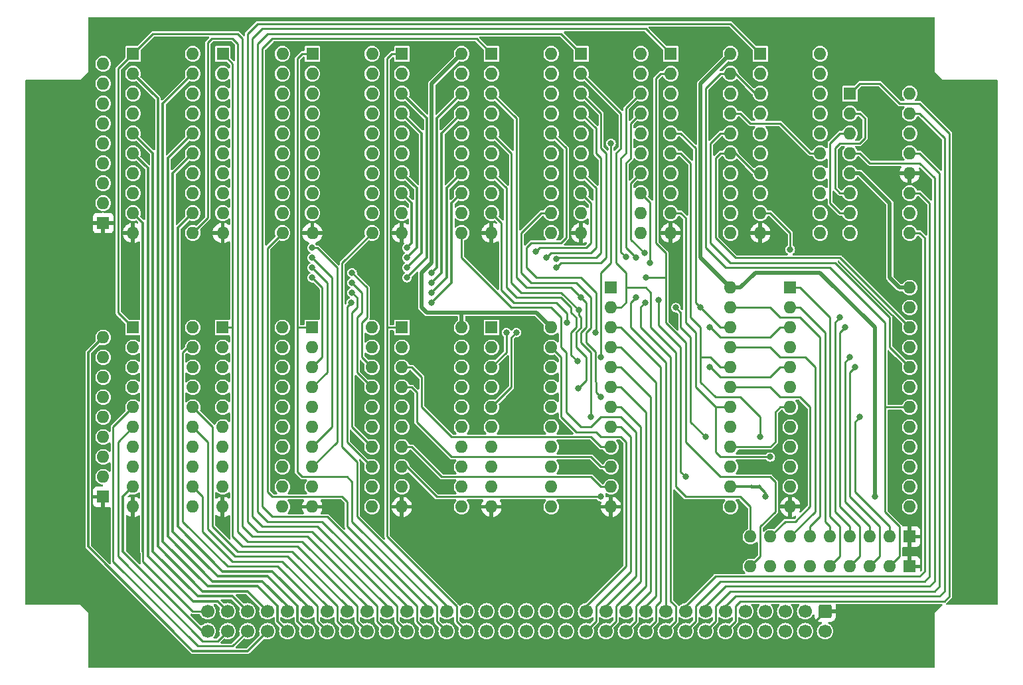
<source format=gbr>
%TF.GenerationSoftware,KiCad,Pcbnew,7.0.1*%
%TF.CreationDate,2023-08-25T15:18:18+01:00*%
%TF.ProjectId,Register_board,52656769-7374-4657-925f-626f6172642e,rev?*%
%TF.SameCoordinates,Original*%
%TF.FileFunction,Copper,L1,Top*%
%TF.FilePolarity,Positive*%
%FSLAX46Y46*%
G04 Gerber Fmt 4.6, Leading zero omitted, Abs format (unit mm)*
G04 Created by KiCad (PCBNEW 7.0.1) date 2023-08-25 15:18:18*
%MOMM*%
%LPD*%
G01*
G04 APERTURE LIST*
G04 Aperture macros list*
%AMRoundRect*
0 Rectangle with rounded corners*
0 $1 Rounding radius*
0 $2 $3 $4 $5 $6 $7 $8 $9 X,Y pos of 4 corners*
0 Add a 4 corners polygon primitive as box body*
4,1,4,$2,$3,$4,$5,$6,$7,$8,$9,$2,$3,0*
0 Add four circle primitives for the rounded corners*
1,1,$1+$1,$2,$3*
1,1,$1+$1,$4,$5*
1,1,$1+$1,$6,$7*
1,1,$1+$1,$8,$9*
0 Add four rect primitives between the rounded corners*
20,1,$1+$1,$2,$3,$4,$5,0*
20,1,$1+$1,$4,$5,$6,$7,0*
20,1,$1+$1,$6,$7,$8,$9,0*
20,1,$1+$1,$8,$9,$2,$3,0*%
G04 Aperture macros list end*
%TA.AperFunction,ComponentPad*%
%ADD10R,1.600000X1.600000*%
%TD*%
%TA.AperFunction,ComponentPad*%
%ADD11O,1.600000X1.600000*%
%TD*%
%TA.AperFunction,ComponentPad*%
%ADD12RoundRect,0.250000X-0.600000X0.600000X-0.600000X-0.600000X0.600000X-0.600000X0.600000X0.600000X0*%
%TD*%
%TA.AperFunction,ComponentPad*%
%ADD13C,1.700000*%
%TD*%
%TA.AperFunction,SMDPad,CuDef*%
%ADD14C,0.500000*%
%TD*%
%TA.AperFunction,ViaPad*%
%ADD15C,0.800000*%
%TD*%
%TA.AperFunction,Conductor*%
%ADD16C,0.250000*%
%TD*%
%TA.AperFunction,Conductor*%
%ADD17C,0.300000*%
%TD*%
%TA.AperFunction,Conductor*%
%ADD18C,0.500000*%
%TD*%
G04 APERTURE END LIST*
%TA.AperFunction,EtchedComponent*%
%TO.C,NT1*%
G36*
X144645000Y-104390000D02*
G01*
X143645000Y-104390000D01*
X143645000Y-103890000D01*
X144645000Y-103890000D01*
X144645000Y-104390000D01*
G37*
%TD.AperFunction*%
%TD*%
D10*
%TO.P,U11,1,B0*%
%TO.N,/D4*%
X148590000Y-78735000D03*
D11*
%TO.P,U11,2,A0*%
%TO.N,/L4*%
X148590000Y-81275000D03*
%TO.P,U11,3,S3*%
%TO.N,/ALU_S3*%
X148590000Y-83815000D03*
%TO.P,U11,4,S2*%
%TO.N,/ALU_S2*%
X148590000Y-86355000D03*
%TO.P,U11,5,S1*%
%TO.N,/ALU_S1*%
X148590000Y-88895000D03*
%TO.P,U11,6,S0*%
%TO.N,/ALU_S0*%
X148590000Y-91435000D03*
%TO.P,U11,7,Cn*%
%TO.N,Net-(U10-Cn+4)*%
X148590000Y-93975000D03*
%TO.P,U11,8,M*%
%TO.N,/ALU_M*%
X148590000Y-96515000D03*
%TO.P,U11,9,F0*%
%TO.N,/ALU4*%
X148590000Y-99055000D03*
%TO.P,U11,10,F1*%
%TO.N,/ALU5*%
X148590000Y-101595000D03*
%TO.P,U11,11,F2*%
%TO.N,/ALU6*%
X148590000Y-104135000D03*
%TO.P,U11,12,GND*%
%TO.N,GND*%
X148590000Y-106675000D03*
%TO.P,U11,13,F3*%
%TO.N,/ALU7*%
X163830000Y-106675000D03*
%TO.P,U11,14,A=B*%
%TO.N,Net-(U11-A=B)*%
X163830000Y-104135000D03*
%TO.P,U11,15,X*%
%TO.N,unconnected-(U11-X-Pad15)*%
X163830000Y-101595000D03*
%TO.P,U11,16,Cn+4*%
%TO.N,Net-(U11-Cn+4)*%
X163830000Y-99055000D03*
%TO.P,U11,17,Y*%
%TO.N,unconnected-(U11-Y-Pad17)*%
X163830000Y-96515000D03*
%TO.P,U11,18,B3*%
%TO.N,/D7*%
X163830000Y-93975000D03*
%TO.P,U11,19,A3*%
%TO.N,/L7*%
X163830000Y-91435000D03*
%TO.P,U11,20,B2*%
%TO.N,/D6*%
X163830000Y-88895000D03*
%TO.P,U11,21,A2*%
%TO.N,/L6*%
X163830000Y-86355000D03*
%TO.P,U11,22,B1*%
%TO.N,/D5*%
X163830000Y-83815000D03*
%TO.P,U11,23,A1*%
%TO.N,/L5*%
X163830000Y-81275000D03*
%TO.P,U11,24,VCC*%
%TO.N,+5V*%
X163830000Y-78735000D03*
%TD*%
D10*
%TO.P,U1,1,OE*%
%TO.N,/~{PC_OUT}*%
X64770000Y-48895000D03*
D11*
%TO.P,U1,2,O0*%
%TO.N,/A0*%
X64770000Y-51435000D03*
%TO.P,U1,3,D0*%
%TO.N,/ALU0*%
X64770000Y-53975000D03*
%TO.P,U1,4,D1*%
%TO.N,/ALU1*%
X64770000Y-56515000D03*
%TO.P,U1,5,O1*%
%TO.N,/A1*%
X64770000Y-59055000D03*
%TO.P,U1,6,O2*%
%TO.N,/A2*%
X64770000Y-61595000D03*
%TO.P,U1,7,D2*%
%TO.N,/ALU2*%
X64770000Y-64135000D03*
%TO.P,U1,8,D3*%
%TO.N,/ALU3*%
X64770000Y-66675000D03*
%TO.P,U1,9,O3*%
%TO.N,/A3*%
X64770000Y-69215000D03*
%TO.P,U1,10,GND*%
%TO.N,GND*%
X64770000Y-71755000D03*
%TO.P,U1,11,Cp*%
%TO.N,/PC_H_LOAD*%
X72390000Y-71755000D03*
%TO.P,U1,12,O4*%
%TO.N,/A4*%
X72390000Y-69215000D03*
%TO.P,U1,13,D4*%
%TO.N,/ALU4*%
X72390000Y-66675000D03*
%TO.P,U1,14,D5*%
%TO.N,/ALU5*%
X72390000Y-64135000D03*
%TO.P,U1,15,O5*%
%TO.N,/A5*%
X72390000Y-61595000D03*
%TO.P,U1,16,O6*%
%TO.N,/A6*%
X72390000Y-59055000D03*
%TO.P,U1,17,D6*%
%TO.N,/ALU6*%
X72390000Y-56515000D03*
%TO.P,U1,18,D7*%
%TO.N,/ALU7*%
X72390000Y-53975000D03*
%TO.P,U1,19,O7*%
%TO.N,/A7*%
X72390000Y-51435000D03*
%TO.P,U1,20,VCC*%
%TO.N,+5V*%
X72390000Y-48895000D03*
%TD*%
D10*
%TO.P,U15,1,OE*%
%TO.N,/~{DE_OUT}*%
X99060000Y-83820000D03*
D11*
%TO.P,U15,2,O0*%
%TO.N,/A8*%
X99060000Y-86360000D03*
%TO.P,U15,3,D0*%
%TO.N,/ALU0*%
X99060000Y-88900000D03*
%TO.P,U15,4,D1*%
%TO.N,/ALU1*%
X99060000Y-91440000D03*
%TO.P,U15,5,O1*%
%TO.N,/A9*%
X99060000Y-93980000D03*
%TO.P,U15,6,O2*%
%TO.N,/A10*%
X99060000Y-96520000D03*
%TO.P,U15,7,D2*%
%TO.N,/ALU2*%
X99060000Y-99060000D03*
%TO.P,U15,8,D3*%
%TO.N,/ALU3*%
X99060000Y-101600000D03*
%TO.P,U15,9,O3*%
%TO.N,/A11*%
X99060000Y-104140000D03*
%TO.P,U15,10,GND*%
%TO.N,GND*%
X99060000Y-106680000D03*
%TO.P,U15,11,Cp*%
%TO.N,/E_LOAD*%
X106680000Y-106680000D03*
%TO.P,U15,12,O4*%
%TO.N,/A12*%
X106680000Y-104140000D03*
%TO.P,U15,13,D4*%
%TO.N,/ALU4*%
X106680000Y-101600000D03*
%TO.P,U15,14,D5*%
%TO.N,/ALU5*%
X106680000Y-99060000D03*
%TO.P,U15,15,O5*%
%TO.N,/A13*%
X106680000Y-96520000D03*
%TO.P,U15,16,O6*%
%TO.N,/A14*%
X106680000Y-93980000D03*
%TO.P,U15,17,D6*%
%TO.N,/ALU6*%
X106680000Y-91440000D03*
%TO.P,U15,18,D7*%
%TO.N,/ALU7*%
X106680000Y-88900000D03*
%TO.P,U15,19,O7*%
%TO.N,/A15*%
X106680000Y-86360000D03*
%TO.P,U15,20,VCC*%
%TO.N,+5V*%
X106680000Y-83820000D03*
%TD*%
D10*
%TO.P,RN4,1,common*%
%TO.N,GND*%
X163830000Y-114300000D03*
D11*
%TO.P,RN4,2,R1*%
%TO.N,/D7*%
X161290000Y-114300000D03*
%TO.P,RN4,3,R2*%
%TO.N,/D6*%
X158750000Y-114300000D03*
%TO.P,RN4,4,R3*%
%TO.N,/D5*%
X156210000Y-114300000D03*
%TO.P,RN4,5,R4*%
%TO.N,/D4*%
X153670000Y-114300000D03*
%TO.P,RN4,6,R5*%
%TO.N,/D3*%
X151130000Y-114300000D03*
%TO.P,RN4,7,R6*%
%TO.N,/D2*%
X148590000Y-114300000D03*
%TO.P,RN4,8,R7*%
%TO.N,/D1*%
X146050000Y-114300000D03*
%TO.P,RN4,9,R8*%
%TO.N,/D0*%
X143510000Y-114300000D03*
%TD*%
D10*
%TO.P,U12,1,OE*%
%TO.N,/~{PC_OUT}*%
X64770000Y-83820000D03*
D11*
%TO.P,U12,2,O0*%
%TO.N,/A8*%
X64770000Y-86360000D03*
%TO.P,U12,3,D0*%
%TO.N,/ALU0*%
X64770000Y-88900000D03*
%TO.P,U12,4,D1*%
%TO.N,/ALU1*%
X64770000Y-91440000D03*
%TO.P,U12,5,O1*%
%TO.N,/A9*%
X64770000Y-93980000D03*
%TO.P,U12,6,O2*%
%TO.N,/A10*%
X64770000Y-96520000D03*
%TO.P,U12,7,D2*%
%TO.N,/ALU2*%
X64770000Y-99060000D03*
%TO.P,U12,8,D3*%
%TO.N,/ALU3*%
X64770000Y-101600000D03*
%TO.P,U12,9,O3*%
%TO.N,/A11*%
X64770000Y-104140000D03*
%TO.P,U12,10,GND*%
%TO.N,GND*%
X64770000Y-106680000D03*
%TO.P,U12,11,Cp*%
%TO.N,/PC_L_LOAD*%
X72390000Y-106680000D03*
%TO.P,U12,12,O4*%
%TO.N,/A12*%
X72390000Y-104140000D03*
%TO.P,U12,13,D4*%
%TO.N,/ALU4*%
X72390000Y-101600000D03*
%TO.P,U12,14,D5*%
%TO.N,/ALU5*%
X72390000Y-99060000D03*
%TO.P,U12,15,O5*%
%TO.N,/A13*%
X72390000Y-96520000D03*
%TO.P,U12,16,O6*%
%TO.N,/A14*%
X72390000Y-93980000D03*
%TO.P,U12,17,D6*%
%TO.N,/ALU6*%
X72390000Y-91440000D03*
%TO.P,U12,18,D7*%
%TO.N,/ALU7*%
X72390000Y-88900000D03*
%TO.P,U12,19,O7*%
%TO.N,/A15*%
X72390000Y-86360000D03*
%TO.P,U12,20,VCC*%
%TO.N,+5V*%
X72390000Y-83820000D03*
%TD*%
D10*
%TO.P,U6,1,OE*%
%TO.N,/~{A_OUT}*%
X121920000Y-48895000D03*
D11*
%TO.P,U6,2,O0*%
%TO.N,/L0*%
X121920000Y-51435000D03*
%TO.P,U6,3,D0*%
%TO.N,/ALU0*%
X121920000Y-53975000D03*
%TO.P,U6,4,D1*%
%TO.N,/ALU1*%
X121920000Y-56515000D03*
%TO.P,U6,5,O1*%
%TO.N,/L1*%
X121920000Y-59055000D03*
%TO.P,U6,6,O2*%
%TO.N,/L2*%
X121920000Y-61595000D03*
%TO.P,U6,7,D2*%
%TO.N,/ALU2*%
X121920000Y-64135000D03*
%TO.P,U6,8,D3*%
%TO.N,/ALU3*%
X121920000Y-66675000D03*
%TO.P,U6,9,O3*%
%TO.N,/L3*%
X121920000Y-69215000D03*
%TO.P,U6,10,GND*%
%TO.N,GND*%
X121920000Y-71755000D03*
%TO.P,U6,11,Cp*%
%TO.N,/A_LOAD*%
X129540000Y-71755000D03*
%TO.P,U6,12,O4*%
%TO.N,/L4*%
X129540000Y-69215000D03*
%TO.P,U6,13,D4*%
%TO.N,/ALU4*%
X129540000Y-66675000D03*
%TO.P,U6,14,D5*%
%TO.N,/ALU5*%
X129540000Y-64135000D03*
%TO.P,U6,15,O5*%
%TO.N,/L5*%
X129540000Y-61595000D03*
%TO.P,U6,16,O6*%
%TO.N,/L6*%
X129540000Y-59055000D03*
%TO.P,U6,17,D6*%
%TO.N,/ALU6*%
X129540000Y-56515000D03*
%TO.P,U6,18,D7*%
%TO.N,/ALU7*%
X129540000Y-53975000D03*
%TO.P,U6,19,O7*%
%TO.N,/L7*%
X129540000Y-51435000D03*
%TO.P,U6,20,VCC*%
%TO.N,+5V*%
X129540000Y-48895000D03*
%TD*%
D10*
%TO.P,U7,1,OE*%
%TO.N,/~{T_OUT}*%
X133350000Y-48895000D03*
D11*
%TO.P,U7,2,O0*%
%TO.N,/D0*%
X133350000Y-51435000D03*
%TO.P,U7,3,D0*%
%TO.N,/ALU0*%
X133350000Y-53975000D03*
%TO.P,U7,4,D1*%
%TO.N,/ALU1*%
X133350000Y-56515000D03*
%TO.P,U7,5,O1*%
%TO.N,/D1*%
X133350000Y-59055000D03*
%TO.P,U7,6,O2*%
%TO.N,/D2*%
X133350000Y-61595000D03*
%TO.P,U7,7,D2*%
%TO.N,/ALU2*%
X133350000Y-64135000D03*
%TO.P,U7,8,D3*%
%TO.N,/ALU3*%
X133350000Y-66675000D03*
%TO.P,U7,9,O3*%
%TO.N,/D3*%
X133350000Y-69215000D03*
%TO.P,U7,10,GND*%
%TO.N,GND*%
X133350000Y-71755000D03*
%TO.P,U7,11,Cp*%
%TO.N,/T_LOAD*%
X140970000Y-71755000D03*
%TO.P,U7,12,O4*%
%TO.N,/D4*%
X140970000Y-69215000D03*
%TO.P,U7,13,D4*%
%TO.N,/ALU4*%
X140970000Y-66675000D03*
%TO.P,U7,14,D5*%
%TO.N,/ALU5*%
X140970000Y-64135000D03*
%TO.P,U7,15,O5*%
%TO.N,/D5*%
X140970000Y-61595000D03*
%TO.P,U7,16,O6*%
%TO.N,/D6*%
X140970000Y-59055000D03*
%TO.P,U7,17,D6*%
%TO.N,/ALU6*%
X140970000Y-56515000D03*
%TO.P,U7,18,D7*%
%TO.N,/ALU7*%
X140970000Y-53975000D03*
%TO.P,U7,19,O7*%
%TO.N,/D7*%
X140970000Y-51435000D03*
%TO.P,U7,20,VCC*%
%TO.N,+5V*%
X140970000Y-48895000D03*
%TD*%
D12*
%TO.P,J1,1,Pin_1*%
%TO.N,GND*%
X153035000Y-120015000D03*
D13*
%TO.P,J1,2,Pin_2*%
%TO.N,+5V*%
X153035000Y-122555000D03*
%TO.P,J1,3,Pin_3*%
%TO.N,/D6*%
X150495000Y-120015000D03*
%TO.P,J1,4,Pin_4*%
%TO.N,/D7*%
X150495000Y-122555000D03*
%TO.P,J1,5,Pin_5*%
%TO.N,/D4*%
X147955000Y-120015000D03*
%TO.P,J1,6,Pin_6*%
%TO.N,/D5*%
X147955000Y-122555000D03*
%TO.P,J1,7,Pin_7*%
%TO.N,/D2*%
X145415000Y-120015000D03*
%TO.P,J1,8,Pin_8*%
%TO.N,/D3*%
X145415000Y-122555000D03*
%TO.P,J1,9,Pin_9*%
%TO.N,/D0*%
X142875000Y-120015000D03*
%TO.P,J1,10,Pin_10*%
%TO.N,/D1*%
X142875000Y-122555000D03*
%TO.P,J1,11,Pin_11*%
%TO.N,/EQUAL_FLAG_A*%
X140335000Y-120015000D03*
%TO.P,J1,12,Pin_12*%
%TO.N,/CARRY_FLAG_A*%
X140335000Y-122555000D03*
%TO.P,J1,13,Pin_13*%
%TO.N,/FLAGS_B_UPDATE*%
X137795000Y-120015000D03*
%TO.P,J1,14,Pin_14*%
%TO.N,/FLAGS_A_UPDATE*%
X137795000Y-122555000D03*
%TO.P,J1,15,Pin_15*%
%TO.N,/EQUAL_FLAG_B*%
X135255000Y-120015000D03*
%TO.P,J1,16,Pin_16*%
%TO.N,/CARRY_FLAG_B*%
X135255000Y-122555000D03*
%TO.P,J1,17,Pin_17*%
%TO.N,/A_LOAD*%
X132715000Y-120015000D03*
%TO.P,J1,18,Pin_18*%
%TO.N,/T_LOAD*%
X132715000Y-122555000D03*
%TO.P,J1,19,Pin_19*%
%TO.N,/ALU_S2*%
X130175000Y-120015000D03*
%TO.P,J1,20,Pin_20*%
%TO.N,/ALU_S3*%
X130175000Y-122555000D03*
%TO.P,J1,21,Pin_21*%
%TO.N,/ALU_S0*%
X127635000Y-120015000D03*
%TO.P,J1,22,Pin_22*%
%TO.N,/ALU_S1*%
X127635000Y-122555000D03*
%TO.P,J1,23,Pin_23*%
%TO.N,/D_LOAD*%
X125095000Y-120015000D03*
%TO.P,J1,24,Pin_24*%
%TO.N,/~{ALU_CIN}*%
X125095000Y-122555000D03*
%TO.P,J1,25,Pin_25*%
%TO.N,/~{ADR_L_OUT}*%
X122555000Y-120015000D03*
%TO.P,J1,26,Pin_26*%
%TO.N,/ALU_M*%
X122555000Y-122555000D03*
%TO.P,J1,27,Pin_27*%
%TO.N,/CLK*%
X120015000Y-120015000D03*
%TO.P,J1,28,Pin_28*%
%TO.N,/~{RESET}*%
X120015000Y-122555000D03*
%TO.P,J1,29,Pin_29*%
%TO.N,/~{RAM_OUT}*%
X117475000Y-120015000D03*
%TO.P,J1,30,Pin_30*%
%TO.N,/RAM_LOAD*%
X117475000Y-122555000D03*
%TO.P,J1,31,Pin_31*%
%TO.N,unconnected-(J1-Pin_31-Pad31)*%
X114935000Y-120015000D03*
%TO.P,J1,32,Pin_32*%
%TO.N,unconnected-(J1-Pin_32-Pad32)*%
X114935000Y-122555000D03*
%TO.P,J1,33,Pin_33*%
%TO.N,/CONTROL_DISABLE*%
X112395000Y-120015000D03*
%TO.P,J1,34,Pin_34*%
%TO.N,/E_LOAD*%
X112395000Y-122555000D03*
%TO.P,J1,35,Pin_35*%
%TO.N,/C_LOAD*%
X109855000Y-120015000D03*
%TO.P,J1,36,Pin_36*%
%TO.N,/SP_L_LOAD*%
X109855000Y-122555000D03*
%TO.P,J1,37,Pin_37*%
%TO.N,/PC_L_LOAD*%
X107315000Y-120015000D03*
%TO.P,J1,38,Pin_38*%
%TO.N,/~{DE_OUT}*%
X107315000Y-122555000D03*
%TO.P,J1,39,Pin_39*%
%TO.N,/B_LOAD*%
X104775000Y-120015000D03*
%TO.P,J1,40,Pin_40*%
%TO.N,/~{BC_OUT}*%
X104775000Y-122555000D03*
%TO.P,J1,41,Pin_41*%
%TO.N,/SP_H_LOAD*%
X102235000Y-120015000D03*
%TO.P,J1,42,Pin_42*%
%TO.N,/~{ADR_H_OUT}*%
X102235000Y-122555000D03*
%TO.P,J1,43,Pin_43*%
%TO.N,/~{A_OUT}*%
X99695000Y-120015000D03*
%TO.P,J1,44,Pin_44*%
%TO.N,/~{T_OUT}*%
X99695000Y-122555000D03*
%TO.P,J1,45,Pin_45*%
%TO.N,/~{ALU_OUT}*%
X97155000Y-120015000D03*
%TO.P,J1,46,Pin_46*%
%TO.N,/~{PC_OUT}*%
X97155000Y-122555000D03*
%TO.P,J1,47,Pin_47*%
%TO.N,/PC_H_LOAD*%
X94615000Y-120015000D03*
%TO.P,J1,48,Pin_48*%
%TO.N,/~{SP_OUT}*%
X94615000Y-122555000D03*
%TO.P,J1,49,Pin_49*%
%TO.N,/A14*%
X92075000Y-120015000D03*
%TO.P,J1,50,Pin_50*%
%TO.N,/A13*%
X92075000Y-122555000D03*
%TO.P,J1,51,Pin_51*%
%TO.N,/A12*%
X89535000Y-120015000D03*
%TO.P,J1,52,Pin_52*%
%TO.N,/A15*%
X89535000Y-122555000D03*
%TO.P,J1,53,Pin_53*%
%TO.N,/A4*%
X86995000Y-120015000D03*
%TO.P,J1,54,Pin_54*%
%TO.N,/A5*%
X86995000Y-122555000D03*
%TO.P,J1,55,Pin_55*%
%TO.N,/A6*%
X84455000Y-120015000D03*
%TO.P,J1,56,Pin_56*%
%TO.N,/A7*%
X84455000Y-122555000D03*
%TO.P,J1,57,Pin_57*%
%TO.N,/A0*%
X81915000Y-120015000D03*
%TO.P,J1,58,Pin_58*%
%TO.N,/A8*%
X81915000Y-122555000D03*
%TO.P,J1,59,Pin_59*%
%TO.N,/A1*%
X79375000Y-120015000D03*
%TO.P,J1,60,Pin_60*%
%TO.N,/A9*%
X79375000Y-122555000D03*
%TO.P,J1,61,Pin_61*%
%TO.N,/A2*%
X76835000Y-120015000D03*
%TO.P,J1,62,Pin_62*%
%TO.N,/A10*%
X76835000Y-122555000D03*
%TO.P,J1,63,Pin_63*%
%TO.N,/A3*%
X74295000Y-120015000D03*
%TO.P,J1,64,Pin_64*%
%TO.N,/A11*%
X74295000Y-122555000D03*
%TD*%
D10*
%TO.P,U13,1,OE*%
%TO.N,/~{SP_OUT}*%
X76200000Y-83820000D03*
D11*
%TO.P,U13,2,O0*%
%TO.N,/A8*%
X76200000Y-86360000D03*
%TO.P,U13,3,D0*%
%TO.N,/ALU0*%
X76200000Y-88900000D03*
%TO.P,U13,4,D1*%
%TO.N,/ALU1*%
X76200000Y-91440000D03*
%TO.P,U13,5,O1*%
%TO.N,/A9*%
X76200000Y-93980000D03*
%TO.P,U13,6,O2*%
%TO.N,/A10*%
X76200000Y-96520000D03*
%TO.P,U13,7,D2*%
%TO.N,/ALU2*%
X76200000Y-99060000D03*
%TO.P,U13,8,D3*%
%TO.N,/ALU3*%
X76200000Y-101600000D03*
%TO.P,U13,9,O3*%
%TO.N,/A11*%
X76200000Y-104140000D03*
%TO.P,U13,10,GND*%
%TO.N,GND*%
X76200000Y-106680000D03*
%TO.P,U13,11,Cp*%
%TO.N,/SP_L_LOAD*%
X83820000Y-106680000D03*
%TO.P,U13,12,O4*%
%TO.N,/A12*%
X83820000Y-104140000D03*
%TO.P,U13,13,D4*%
%TO.N,/ALU4*%
X83820000Y-101600000D03*
%TO.P,U13,14,D5*%
%TO.N,/ALU5*%
X83820000Y-99060000D03*
%TO.P,U13,15,O5*%
%TO.N,/A13*%
X83820000Y-96520000D03*
%TO.P,U13,16,O6*%
%TO.N,/A14*%
X83820000Y-93980000D03*
%TO.P,U13,17,D6*%
%TO.N,/ALU6*%
X83820000Y-91440000D03*
%TO.P,U13,18,D7*%
%TO.N,/ALU7*%
X83820000Y-88900000D03*
%TO.P,U13,19,O7*%
%TO.N,/A15*%
X83820000Y-86360000D03*
%TO.P,U13,20,VCC*%
%TO.N,+5V*%
X83820000Y-83820000D03*
%TD*%
D10*
%TO.P,RN2,1,common*%
%TO.N,GND*%
X60960000Y-105410000D03*
D11*
%TO.P,RN2,2,R1*%
%TO.N,/A12*%
X60960000Y-102870000D03*
%TO.P,RN2,3,R2*%
%TO.N,/A11*%
X60960000Y-100330000D03*
%TO.P,RN2,4,R3*%
%TO.N,/A13*%
X60960000Y-97790000D03*
%TO.P,RN2,5,R4*%
%TO.N,/A10*%
X60960000Y-95250000D03*
%TO.P,RN2,6,R5*%
%TO.N,/A14*%
X60960000Y-92710000D03*
%TO.P,RN2,7,R6*%
%TO.N,/A9*%
X60960000Y-90170000D03*
%TO.P,RN2,8,R7*%
%TO.N,/A15*%
X60960000Y-87630000D03*
%TO.P,RN2,9,R8*%
%TO.N,/A8*%
X60960000Y-85090000D03*
%TD*%
D10*
%TO.P,U4,1,OE*%
%TO.N,/~{DE_OUT}*%
X99060000Y-48895000D03*
D11*
%TO.P,U4,2,O0*%
%TO.N,/A0*%
X99060000Y-51435000D03*
%TO.P,U4,3,D0*%
%TO.N,/ALU0*%
X99060000Y-53975000D03*
%TO.P,U4,4,D1*%
%TO.N,/ALU1*%
X99060000Y-56515000D03*
%TO.P,U4,5,O1*%
%TO.N,/A1*%
X99060000Y-59055000D03*
%TO.P,U4,6,O2*%
%TO.N,/A2*%
X99060000Y-61595000D03*
%TO.P,U4,7,D2*%
%TO.N,/ALU2*%
X99060000Y-64135000D03*
%TO.P,U4,8,D3*%
%TO.N,/ALU3*%
X99060000Y-66675000D03*
%TO.P,U4,9,O3*%
%TO.N,/A3*%
X99060000Y-69215000D03*
%TO.P,U4,10,GND*%
%TO.N,GND*%
X99060000Y-71755000D03*
%TO.P,U4,11,Cp*%
%TO.N,/D_LOAD*%
X106680000Y-71755000D03*
%TO.P,U4,12,O4*%
%TO.N,/A4*%
X106680000Y-69215000D03*
%TO.P,U4,13,D4*%
%TO.N,/ALU4*%
X106680000Y-66675000D03*
%TO.P,U4,14,D5*%
%TO.N,/ALU5*%
X106680000Y-64135000D03*
%TO.P,U4,15,O5*%
%TO.N,/A5*%
X106680000Y-61595000D03*
%TO.P,U4,16,O6*%
%TO.N,/A6*%
X106680000Y-59055000D03*
%TO.P,U4,17,D6*%
%TO.N,/ALU6*%
X106680000Y-56515000D03*
%TO.P,U4,18,D7*%
%TO.N,/ALU7*%
X106680000Y-53975000D03*
%TO.P,U4,19,O7*%
%TO.N,/A7*%
X106680000Y-51435000D03*
%TO.P,U4,20,VCC*%
%TO.N,+5V*%
X106680000Y-48895000D03*
%TD*%
D10*
%TO.P,U3,1,OE*%
%TO.N,/~{BC_OUT}*%
X87640000Y-48895000D03*
D11*
%TO.P,U3,2,O0*%
%TO.N,/A0*%
X87640000Y-51435000D03*
%TO.P,U3,3,D0*%
%TO.N,/ALU0*%
X87640000Y-53975000D03*
%TO.P,U3,4,D1*%
%TO.N,/ALU1*%
X87640000Y-56515000D03*
%TO.P,U3,5,O1*%
%TO.N,/A1*%
X87640000Y-59055000D03*
%TO.P,U3,6,O2*%
%TO.N,/A2*%
X87640000Y-61595000D03*
%TO.P,U3,7,D2*%
%TO.N,/ALU2*%
X87640000Y-64135000D03*
%TO.P,U3,8,D3*%
%TO.N,/ALU3*%
X87640000Y-66675000D03*
%TO.P,U3,9,O3*%
%TO.N,/A3*%
X87640000Y-69215000D03*
%TO.P,U3,10,GND*%
%TO.N,GND*%
X87640000Y-71755000D03*
%TO.P,U3,11,Cp*%
%TO.N,/B_LOAD*%
X95260000Y-71755000D03*
%TO.P,U3,12,O4*%
%TO.N,/A4*%
X95260000Y-69215000D03*
%TO.P,U3,13,D4*%
%TO.N,/ALU4*%
X95260000Y-66675000D03*
%TO.P,U3,14,D5*%
%TO.N,/ALU5*%
X95260000Y-64135000D03*
%TO.P,U3,15,O5*%
%TO.N,/A5*%
X95260000Y-61595000D03*
%TO.P,U3,16,O6*%
%TO.N,/A6*%
X95260000Y-59055000D03*
%TO.P,U3,17,D6*%
%TO.N,/ALU6*%
X95260000Y-56515000D03*
%TO.P,U3,18,D7*%
%TO.N,/ALU7*%
X95260000Y-53975000D03*
%TO.P,U3,19,O7*%
%TO.N,/A7*%
X95260000Y-51435000D03*
%TO.P,U3,20,VCC*%
%TO.N,+5V*%
X95260000Y-48895000D03*
%TD*%
D10*
%TO.P,U5,1,OEa*%
%TO.N,/~{ADR_H_OUT}*%
X110490000Y-48895000D03*
D11*
%TO.P,U5,2,I0a*%
%TO.N,/A0*%
X110490000Y-51435000D03*
%TO.P,U5,3,O3b*%
%TO.N,/L7*%
X110490000Y-53975000D03*
%TO.P,U5,4,I1a*%
%TO.N,/A1*%
X110490000Y-56515000D03*
%TO.P,U5,5,O2b*%
%TO.N,/L6*%
X110490000Y-59055000D03*
%TO.P,U5,6,I2a*%
%TO.N,/A2*%
X110490000Y-61595000D03*
%TO.P,U5,7,O1b*%
%TO.N,/L5*%
X110490000Y-64135000D03*
%TO.P,U5,8,I3a*%
%TO.N,/A3*%
X110490000Y-66675000D03*
%TO.P,U5,9,O0b*%
%TO.N,/L4*%
X110490000Y-69215000D03*
%TO.P,U5,10,GND*%
%TO.N,GND*%
X110490000Y-71755000D03*
%TO.P,U5,11,I0b*%
%TO.N,/A4*%
X118110000Y-71755000D03*
%TO.P,U5,12,O3a*%
%TO.N,/L3*%
X118110000Y-69215000D03*
%TO.P,U5,13,I1b*%
%TO.N,/A5*%
X118110000Y-66675000D03*
%TO.P,U5,14,O2a*%
%TO.N,/L2*%
X118110000Y-64135000D03*
%TO.P,U5,15,I2b*%
%TO.N,/A6*%
X118110000Y-61595000D03*
%TO.P,U5,16,O1a*%
%TO.N,/L1*%
X118110000Y-59055000D03*
%TO.P,U5,17,I3b*%
%TO.N,/A7*%
X118110000Y-56515000D03*
%TO.P,U5,18,O0a*%
%TO.N,/L0*%
X118110000Y-53975000D03*
%TO.P,U5,19,OEb*%
%TO.N,/~{ADR_H_OUT}*%
X118110000Y-51435000D03*
%TO.P,U5,20,VCC*%
%TO.N,+5V*%
X118110000Y-48895000D03*
%TD*%
D10*
%TO.P,U16,1,OEa*%
%TO.N,/~{ADR_L_OUT}*%
X110490000Y-83820000D03*
D11*
%TO.P,U16,2,I0a*%
%TO.N,/A8*%
X110490000Y-86360000D03*
%TO.P,U16,3,O3b*%
%TO.N,/L7*%
X110490000Y-88900000D03*
%TO.P,U16,4,I1a*%
%TO.N,/A9*%
X110490000Y-91440000D03*
%TO.P,U16,5,O2b*%
%TO.N,/L6*%
X110490000Y-93980000D03*
%TO.P,U16,6,I2a*%
%TO.N,/A10*%
X110490000Y-96520000D03*
%TO.P,U16,7,O1b*%
%TO.N,/L5*%
X110490000Y-99060000D03*
%TO.P,U16,8,I3a*%
%TO.N,/A11*%
X110490000Y-101600000D03*
%TO.P,U16,9,O0b*%
%TO.N,/L4*%
X110490000Y-104140000D03*
%TO.P,U16,10,GND*%
%TO.N,GND*%
X110490000Y-106680000D03*
%TO.P,U16,11,I0b*%
%TO.N,/A12*%
X118110000Y-106680000D03*
%TO.P,U16,12,O3a*%
%TO.N,/L3*%
X118110000Y-104140000D03*
%TO.P,U16,13,I1b*%
%TO.N,/A13*%
X118110000Y-101600000D03*
%TO.P,U16,14,O2a*%
%TO.N,/L2*%
X118110000Y-99060000D03*
%TO.P,U16,15,I2b*%
%TO.N,/A14*%
X118110000Y-96520000D03*
%TO.P,U16,16,O1a*%
%TO.N,/L1*%
X118110000Y-93980000D03*
%TO.P,U16,17,I3b*%
%TO.N,/A15*%
X118110000Y-91440000D03*
%TO.P,U16,18,O0a*%
%TO.N,/L0*%
X118110000Y-88900000D03*
%TO.P,U16,19,OEb*%
%TO.N,/~{ADR_L_OUT}*%
X118110000Y-86360000D03*
%TO.P,U16,20,VCC*%
%TO.N,+5V*%
X118110000Y-83820000D03*
%TD*%
D14*
%TO.P,NT1,1,1*%
%TO.N,Net-(U10-A=B)*%
X143645000Y-104140000D03*
%TO.P,NT1,2,2*%
%TO.N,Net-(U11-A=B)*%
X144645000Y-104140000D03*
%TD*%
D10*
%TO.P,U14,1,OE*%
%TO.N,/~{BC_OUT}*%
X87630000Y-83820000D03*
D11*
%TO.P,U14,2,O0*%
%TO.N,/A8*%
X87630000Y-86360000D03*
%TO.P,U14,3,D0*%
%TO.N,/ALU0*%
X87630000Y-88900000D03*
%TO.P,U14,4,D1*%
%TO.N,/ALU1*%
X87630000Y-91440000D03*
%TO.P,U14,5,O1*%
%TO.N,/A9*%
X87630000Y-93980000D03*
%TO.P,U14,6,O2*%
%TO.N,/A10*%
X87630000Y-96520000D03*
%TO.P,U14,7,D2*%
%TO.N,/ALU2*%
X87630000Y-99060000D03*
%TO.P,U14,8,D3*%
%TO.N,/ALU3*%
X87630000Y-101600000D03*
%TO.P,U14,9,O3*%
%TO.N,/A11*%
X87630000Y-104140000D03*
%TO.P,U14,10,GND*%
%TO.N,GND*%
X87630000Y-106680000D03*
%TO.P,U14,11,Cp*%
%TO.N,/C_LOAD*%
X95250000Y-106680000D03*
%TO.P,U14,12,O4*%
%TO.N,/A12*%
X95250000Y-104140000D03*
%TO.P,U14,13,D4*%
%TO.N,/ALU4*%
X95250000Y-101600000D03*
%TO.P,U14,14,D5*%
%TO.N,/ALU5*%
X95250000Y-99060000D03*
%TO.P,U14,15,O5*%
%TO.N,/A13*%
X95250000Y-96520000D03*
%TO.P,U14,16,O6*%
%TO.N,/A14*%
X95250000Y-93980000D03*
%TO.P,U14,17,D6*%
%TO.N,/ALU6*%
X95250000Y-91440000D03*
%TO.P,U14,18,D7*%
%TO.N,/ALU7*%
X95250000Y-88900000D03*
%TO.P,U14,19,O7*%
%TO.N,/A15*%
X95250000Y-86360000D03*
%TO.P,U14,20,VCC*%
%TO.N,+5V*%
X95250000Y-83820000D03*
%TD*%
D10*
%TO.P,U8,1,OEa*%
%TO.N,/~{ALU_OUT}*%
X144780000Y-48895000D03*
D11*
%TO.P,U8,2,I0a*%
%TO.N,/ALU0*%
X144780000Y-51435000D03*
%TO.P,U8,3,O3b*%
%TO.N,/D7*%
X144780000Y-53975000D03*
%TO.P,U8,4,I1a*%
%TO.N,/ALU1*%
X144780000Y-56515000D03*
%TO.P,U8,5,O2b*%
%TO.N,/D6*%
X144780000Y-59055000D03*
%TO.P,U8,6,I2a*%
%TO.N,/ALU2*%
X144780000Y-61595000D03*
%TO.P,U8,7,O1b*%
%TO.N,/D5*%
X144780000Y-64135000D03*
%TO.P,U8,8,I3a*%
%TO.N,/ALU3*%
X144780000Y-66675000D03*
%TO.P,U8,9,O0b*%
%TO.N,/D4*%
X144780000Y-69215000D03*
%TO.P,U8,10,GND*%
%TO.N,GND*%
X144780000Y-71755000D03*
%TO.P,U8,11,I0b*%
%TO.N,/ALU4*%
X152400000Y-71755000D03*
%TO.P,U8,12,O3a*%
%TO.N,/D3*%
X152400000Y-69215000D03*
%TO.P,U8,13,I1b*%
%TO.N,/ALU5*%
X152400000Y-66675000D03*
%TO.P,U8,14,O2a*%
%TO.N,/D2*%
X152400000Y-64135000D03*
%TO.P,U8,15,I2b*%
%TO.N,/ALU6*%
X152400000Y-61595000D03*
%TO.P,U8,16,O1a*%
%TO.N,/D1*%
X152400000Y-59055000D03*
%TO.P,U8,17,I3b*%
%TO.N,/ALU7*%
X152400000Y-56515000D03*
%TO.P,U8,18,O0a*%
%TO.N,/D0*%
X152400000Y-53975000D03*
%TO.P,U8,19,OEb*%
%TO.N,/~{ALU_OUT}*%
X152400000Y-51435000D03*
%TO.P,U8,20,VCC*%
%TO.N,+5V*%
X152400000Y-48895000D03*
%TD*%
D10*
%TO.P,RN3,1,common*%
%TO.N,GND*%
X163830000Y-110490000D03*
D11*
%TO.P,RN3,2,R1*%
%TO.N,/L7*%
X161290000Y-110490000D03*
%TO.P,RN3,3,R2*%
%TO.N,/L6*%
X158750000Y-110490000D03*
%TO.P,RN3,4,R3*%
%TO.N,/L5*%
X156210000Y-110490000D03*
%TO.P,RN3,5,R4*%
%TO.N,/L4*%
X153670000Y-110490000D03*
%TO.P,RN3,6,R5*%
%TO.N,/L1*%
X151130000Y-110490000D03*
%TO.P,RN3,7,R6*%
%TO.N,/L2*%
X148590000Y-110490000D03*
%TO.P,RN3,8,R7*%
%TO.N,/L3*%
X146050000Y-110490000D03*
%TO.P,RN3,9,R8*%
%TO.N,/L0*%
X143510000Y-110490000D03*
%TD*%
D10*
%TO.P,RN1,1,common*%
%TO.N,GND*%
X60960000Y-70485000D03*
D11*
%TO.P,RN1,2,R1*%
%TO.N,/A4*%
X60960000Y-67945000D03*
%TO.P,RN1,3,R2*%
%TO.N,/A3*%
X60960000Y-65405000D03*
%TO.P,RN1,4,R3*%
%TO.N,/A5*%
X60960000Y-62865000D03*
%TO.P,RN1,5,R4*%
%TO.N,/A2*%
X60960000Y-60325000D03*
%TO.P,RN1,6,R5*%
%TO.N,/A6*%
X60960000Y-57785000D03*
%TO.P,RN1,7,R6*%
%TO.N,/A1*%
X60960000Y-55245000D03*
%TO.P,RN1,8,R7*%
%TO.N,/A7*%
X60960000Y-52705000D03*
%TO.P,RN1,9,R8*%
%TO.N,/A0*%
X60960000Y-50165000D03*
%TD*%
D10*
%TO.P,U2,1,OE*%
%TO.N,/~{SP_OUT}*%
X76210000Y-48895000D03*
D11*
%TO.P,U2,2,O0*%
%TO.N,/A0*%
X76210000Y-51435000D03*
%TO.P,U2,3,D0*%
%TO.N,/ALU0*%
X76210000Y-53975000D03*
%TO.P,U2,4,D1*%
%TO.N,/ALU1*%
X76210000Y-56515000D03*
%TO.P,U2,5,O1*%
%TO.N,/A1*%
X76210000Y-59055000D03*
%TO.P,U2,6,O2*%
%TO.N,/A2*%
X76210000Y-61595000D03*
%TO.P,U2,7,D2*%
%TO.N,/ALU2*%
X76210000Y-64135000D03*
%TO.P,U2,8,D3*%
%TO.N,/ALU3*%
X76210000Y-66675000D03*
%TO.P,U2,9,O3*%
%TO.N,/A3*%
X76210000Y-69215000D03*
%TO.P,U2,10,GND*%
%TO.N,GND*%
X76210000Y-71755000D03*
%TO.P,U2,11,Cp*%
%TO.N,/SP_H_LOAD*%
X83830000Y-71755000D03*
%TO.P,U2,12,O4*%
%TO.N,/A4*%
X83830000Y-69215000D03*
%TO.P,U2,13,D4*%
%TO.N,/ALU4*%
X83830000Y-66675000D03*
%TO.P,U2,14,D5*%
%TO.N,/ALU5*%
X83830000Y-64135000D03*
%TO.P,U2,15,O5*%
%TO.N,/A5*%
X83830000Y-61595000D03*
%TO.P,U2,16,O6*%
%TO.N,/A6*%
X83830000Y-59055000D03*
%TO.P,U2,17,D6*%
%TO.N,/ALU6*%
X83830000Y-56515000D03*
%TO.P,U2,18,D7*%
%TO.N,/ALU7*%
X83830000Y-53975000D03*
%TO.P,U2,19,O7*%
%TO.N,/A7*%
X83830000Y-51435000D03*
%TO.P,U2,20,VCC*%
%TO.N,+5V*%
X83830000Y-48895000D03*
%TD*%
D10*
%TO.P,U9,1,~{Q0}*%
%TO.N,/CARRY_FLAG_A*%
X156210000Y-53975000D03*
D11*
%TO.P,U9,2,D0*%
%TO.N,Net-(U11-Cn+4)*%
X156210000Y-56515000D03*
%TO.P,U9,3,D1*%
%TO.N,Net-(U11-A=B)*%
X156210000Y-59055000D03*
%TO.P,U9,4,E23*%
%TO.N,/FLAGS_B_UPDATE*%
X156210000Y-61595000D03*
%TO.P,U9,5,VCC*%
%TO.N,+5V*%
X156210000Y-64135000D03*
%TO.P,U9,6,D2*%
%TO.N,Net-(U11-Cn+4)*%
X156210000Y-66675000D03*
%TO.P,U9,7,D3*%
%TO.N,Net-(U11-A=B)*%
X156210000Y-69215000D03*
%TO.P,U9,8,~{Q3}*%
%TO.N,unconnected-(U9-~{Q3}-Pad8)*%
X156210000Y-71755000D03*
%TO.P,U9,9,Q3*%
%TO.N,/EQUAL_FLAG_B*%
X163830000Y-71755000D03*
%TO.P,U9,10,Q2*%
%TO.N,unconnected-(U9-Q2-Pad10)*%
X163830000Y-69215000D03*
%TO.P,U9,11,~{Q2}*%
%TO.N,/CARRY_FLAG_B*%
X163830000Y-66675000D03*
%TO.P,U9,12,GND*%
%TO.N,GND*%
X163830000Y-64135000D03*
%TO.P,U9,13,E01*%
%TO.N,/FLAGS_A_UPDATE*%
X163830000Y-61595000D03*
%TO.P,U9,14,~{Q1}*%
%TO.N,unconnected-(U9-~{Q1}-Pad14)*%
X163830000Y-59055000D03*
%TO.P,U9,15,Q1*%
%TO.N,/EQUAL_FLAG_A*%
X163830000Y-56515000D03*
%TO.P,U9,16,Q0*%
%TO.N,unconnected-(U9-Q0-Pad16)*%
X163830000Y-53975000D03*
%TD*%
D10*
%TO.P,U10,1,B0*%
%TO.N,/D0*%
X125730000Y-78740000D03*
D11*
%TO.P,U10,2,A0*%
%TO.N,/L0*%
X125730000Y-81280000D03*
%TO.P,U10,3,S3*%
%TO.N,/ALU_S3*%
X125730000Y-83820000D03*
%TO.P,U10,4,S2*%
%TO.N,/ALU_S2*%
X125730000Y-86360000D03*
%TO.P,U10,5,S1*%
%TO.N,/ALU_S1*%
X125730000Y-88900000D03*
%TO.P,U10,6,S0*%
%TO.N,/ALU_S0*%
X125730000Y-91440000D03*
%TO.P,U10,7,Cn*%
%TO.N,/~{ALU_CIN}*%
X125730000Y-93980000D03*
%TO.P,U10,8,M*%
%TO.N,/ALU_M*%
X125730000Y-96520000D03*
%TO.P,U10,9,F0*%
%TO.N,/ALU0*%
X125730000Y-99060000D03*
%TO.P,U10,10,F1*%
%TO.N,/ALU1*%
X125730000Y-101600000D03*
%TO.P,U10,11,F2*%
%TO.N,/ALU2*%
X125730000Y-104140000D03*
%TO.P,U10,12,GND*%
%TO.N,GND*%
X125730000Y-106680000D03*
%TO.P,U10,13,F3*%
%TO.N,/ALU3*%
X140970000Y-106680000D03*
%TO.P,U10,14,A=B*%
%TO.N,Net-(U10-A=B)*%
X140970000Y-104140000D03*
%TO.P,U10,15,X*%
%TO.N,unconnected-(U10-X-Pad15)*%
X140970000Y-101600000D03*
%TO.P,U10,16,Cn+4*%
%TO.N,Net-(U10-Cn+4)*%
X140970000Y-99060000D03*
%TO.P,U10,17,Y*%
%TO.N,unconnected-(U10-Y-Pad17)*%
X140970000Y-96520000D03*
%TO.P,U10,18,B3*%
%TO.N,/D3*%
X140970000Y-93980000D03*
%TO.P,U10,19,A3*%
%TO.N,/L3*%
X140970000Y-91440000D03*
%TO.P,U10,20,B2*%
%TO.N,/D2*%
X140970000Y-88900000D03*
%TO.P,U10,21,A2*%
%TO.N,/L2*%
X140970000Y-86360000D03*
%TO.P,U10,22,B1*%
%TO.N,/D1*%
X140970000Y-83820000D03*
%TO.P,U10,23,A1*%
%TO.N,/L1*%
X140970000Y-81280000D03*
%TO.P,U10,24,VCC*%
%TO.N,+5V*%
X140970000Y-78740000D03*
%TD*%
D15*
%TO.N,GND*%
X147320000Y-51435000D03*
X60579000Y-111506000D03*
X114935000Y-116586000D03*
X114300000Y-90805000D03*
X84455000Y-74422000D03*
X154305000Y-46990000D03*
X70231000Y-47498000D03*
X149225000Y-64135000D03*
X160020000Y-74295000D03*
X93091000Y-71882000D03*
X67183000Y-50038000D03*
X110363000Y-124714000D03*
X110490000Y-76835000D03*
X146685000Y-62230000D03*
X158115000Y-53975000D03*
X83439000Y-79502000D03*
X115570000Y-67945000D03*
X134747000Y-106934000D03*
X160020000Y-64135000D03*
X174035000Y-113210000D03*
X128143000Y-126238000D03*
X133985000Y-78105000D03*
X102870000Y-88900000D03*
X102743000Y-107442000D03*
X77851000Y-45466000D03*
X159385000Y-77470000D03*
X90805000Y-107315000D03*
X64643000Y-111506000D03*
X59055000Y-54102000D03*
X66675000Y-57785000D03*
X171035000Y-69210000D03*
X53035000Y-64262000D03*
X123190000Y-99060000D03*
X159385000Y-53975000D03*
X142367000Y-108458000D03*
X174035000Y-57210000D03*
X113030000Y-93980000D03*
X155575000Y-121285000D03*
X95885000Y-109220000D03*
X109855000Y-110490000D03*
X174035000Y-87210000D03*
X144399000Y-45466000D03*
X59563000Y-75438000D03*
X134747000Y-116078000D03*
X165735000Y-120015000D03*
X164465000Y-76200000D03*
X108585000Y-83820000D03*
X86995000Y-80010000D03*
X149860000Y-71755000D03*
X53035000Y-113210000D03*
X102870000Y-91440000D03*
X146685000Y-53975000D03*
X122555000Y-113538000D03*
X105283000Y-113030000D03*
X63035000Y-118210000D03*
X75819000Y-80518000D03*
X121539000Y-107442000D03*
X76200000Y-109220000D03*
X165035000Y-46210000D03*
X115570000Y-87630000D03*
X64770000Y-81280000D03*
X85725000Y-106680000D03*
X158750000Y-120015000D03*
X69850000Y-57785000D03*
X108585000Y-90170000D03*
X123190000Y-101600000D03*
X161925000Y-61595000D03*
X141859000Y-124714000D03*
X151765000Y-123825000D03*
X96139000Y-126238000D03*
X167767000Y-53086000D03*
X142367000Y-112522000D03*
X99060000Y-108585000D03*
X149987000Y-97790000D03*
X162179000Y-95250000D03*
X90043000Y-48514000D03*
X162560000Y-74295000D03*
X70739000Y-125730000D03*
X95885000Y-77470000D03*
X171035000Y-100210000D03*
X85979000Y-124714000D03*
X58035000Y-102210000D03*
X65659000Y-45466000D03*
X115570000Y-85090000D03*
X71755000Y-74422000D03*
X159385000Y-61595000D03*
X148590000Y-56515000D03*
X155575000Y-51562000D03*
X66675000Y-55245000D03*
X159385000Y-126238000D03*
X93091000Y-49022000D03*
X62103000Y-83058000D03*
X142240000Y-73660000D03*
X53035000Y-86210000D03*
%TO.N,+5V*%
X159385000Y-105410000D03*
%TO.N,/D5*%
X155575000Y-83815000D03*
%TO.N,/D6*%
X156845000Y-88895000D03*
%TO.N,/D4*%
X148590000Y-73874500D03*
%TO.N,/D1*%
X137795000Y-97790000D03*
X133985000Y-81280000D03*
X137160000Y-81280000D03*
%TO.N,/D3*%
X146050000Y-100330000D03*
%TO.N,/D2*%
X144780000Y-97790000D03*
%TO.N,/A_LOAD*%
X128905000Y-80010000D03*
%TO.N,/T_LOAD*%
X130085500Y-80645000D03*
%TO.N,/D0*%
X130175000Y-77470000D03*
%TO.N,/ALU_S1*%
X138340500Y-88900000D03*
%TO.N,/ALU_S3*%
X138340500Y-83820000D03*
%TO.N,/L1*%
X123735500Y-84455000D03*
%TO.N,/L2*%
X125730000Y-60325000D03*
X124460000Y-87630000D03*
%TO.N,/L3*%
X124460000Y-92710000D03*
%TO.N,/L4*%
X120104500Y-83185000D03*
X131762500Y-80327500D03*
X135255000Y-102870000D03*
%TO.N,/L5*%
X121443750Y-88106250D03*
X154940000Y-82550000D03*
%TO.N,/L6*%
X113665000Y-84455000D03*
X156210000Y-87630000D03*
X121602500Y-81597500D03*
X121524549Y-91590049D03*
%TO.N,/L7*%
X112395000Y-84455000D03*
X123190000Y-95250000D03*
X157480000Y-95250000D03*
X121920000Y-80010000D03*
%TO.N,/ALU0*%
X87630000Y-77470000D03*
X99695000Y-77470000D03*
X118745000Y-76200000D03*
%TO.N,/ALU1*%
X87630000Y-76200000D03*
X99695000Y-76200000D03*
X118745000Y-75019500D03*
%TO.N,/ALU2*%
X87630000Y-74930000D03*
X99695000Y-74930000D03*
X117475000Y-74930000D03*
%TO.N,/ALU3*%
X116169122Y-74169622D03*
X99695000Y-73660000D03*
X124460000Y-105410000D03*
X87630000Y-73660000D03*
%TO.N,/ALU4*%
X92620500Y-80645000D03*
X102870000Y-80645000D03*
X130720500Y-75565000D03*
%TO.N,/ALU5*%
X92710000Y-79375000D03*
X102870000Y-79375000D03*
X129996000Y-74295000D03*
%TO.N,/ALU6*%
X102870000Y-78105000D03*
X128905000Y-74930000D03*
X92710000Y-78105000D03*
%TO.N,/ALU7*%
X127635000Y-74840500D03*
X92710000Y-76835000D03*
X102870000Y-76835000D03*
%TO.N,Net-(U11-A=B)*%
X145415000Y-105410000D03*
%TD*%
D16*
%TO.N,/~{BC_OUT}*%
X92075000Y-102870000D02*
X92710000Y-103505000D01*
X86360000Y-102870000D02*
X92075000Y-102870000D01*
X86360000Y-48895000D02*
X85725000Y-49530000D01*
X85725000Y-102235000D02*
X86360000Y-102870000D01*
X87630000Y-83820000D02*
X85725000Y-83820000D01*
X103505000Y-119380000D02*
X103505000Y-121285000D01*
X85725000Y-83820000D02*
X85725000Y-102235000D01*
X103505000Y-121285000D02*
X104775000Y-122555000D01*
X92710000Y-108585000D02*
X103505000Y-119380000D01*
X87640000Y-48895000D02*
X86360000Y-48895000D01*
X85725000Y-49530000D02*
X85725000Y-83820000D01*
X92710000Y-103505000D02*
X92710000Y-108585000D01*
%TO.N,/B_LOAD*%
X104775000Y-119380000D02*
X104775000Y-120015000D01*
X93345000Y-104775000D02*
X93345000Y-107950000D01*
X93345000Y-100965000D02*
X91440000Y-99060000D01*
X93345000Y-107950000D02*
X104775000Y-119380000D01*
X91440000Y-75575000D02*
X95260000Y-71755000D01*
X91440000Y-99060000D02*
X91440000Y-75575000D01*
X93345000Y-104775000D02*
X93345000Y-100965000D01*
%TO.N,/~{DE_OUT}*%
X97790000Y-48895000D02*
X97155000Y-49530000D01*
X106045000Y-121285000D02*
X107315000Y-122555000D01*
X97155000Y-83820000D02*
X97155000Y-110490000D01*
X97155000Y-49530000D02*
X97155000Y-83820000D01*
X99060000Y-48895000D02*
X97790000Y-48895000D01*
X99060000Y-83820000D02*
X97155000Y-83820000D01*
X97155000Y-110490000D02*
X106045000Y-119380000D01*
X106045000Y-119380000D02*
X106045000Y-121285000D01*
%TO.N,/PC_H_LOAD*%
X74803000Y-46990000D02*
X77470000Y-46990000D01*
X86360000Y-111125000D02*
X94615000Y-119380000D01*
X79375000Y-111125000D02*
X86360000Y-111125000D01*
X77470000Y-46990000D02*
X78105000Y-47625000D01*
X78105000Y-109855000D02*
X79375000Y-111125000D01*
X72390000Y-71755000D02*
X74295000Y-69850000D01*
X74295000Y-69850000D02*
X74295000Y-47498000D01*
X94615000Y-119380000D02*
X94615000Y-120015000D01*
X74295000Y-47498000D02*
X74803000Y-46990000D01*
D17*
X94615000Y-119379302D02*
X94615000Y-120015000D01*
D16*
X78105000Y-47625000D02*
X78105000Y-109855000D01*
%TO.N,/D_LOAD*%
X120015000Y-94615000D02*
X120015000Y-86995000D01*
X121920000Y-96520000D02*
X120015000Y-94615000D01*
X128905000Y-97155000D02*
X127000000Y-95250000D01*
X125095000Y-120015000D02*
X125095000Y-119380000D01*
X125095000Y-119380000D02*
X128905000Y-115570000D01*
X120015000Y-86995000D02*
X119380000Y-86360000D01*
X119380000Y-82550000D02*
X118110000Y-81280000D01*
X118110000Y-81280000D02*
X113030000Y-81280000D01*
X106680000Y-74930000D02*
X106680000Y-71755000D01*
X119380000Y-86360000D02*
X119380000Y-82550000D01*
X123190000Y-96520000D02*
X121920000Y-96520000D01*
X127000000Y-95250000D02*
X124460000Y-95250000D01*
X113030000Y-81280000D02*
X106680000Y-74930000D01*
X124460000Y-95250000D02*
X123190000Y-96520000D01*
X128905000Y-115570000D02*
X128905000Y-97155000D01*
%TO.N,/SP_H_LOAD*%
X81915000Y-104775000D02*
X82550000Y-105410000D01*
X92075000Y-106045000D02*
X92075000Y-109220000D01*
X91440000Y-105410000D02*
X92075000Y-106045000D01*
X92075000Y-109220000D02*
X102235000Y-119380000D01*
X82550000Y-105410000D02*
X91440000Y-105410000D01*
X83830000Y-71755000D02*
X81915000Y-73670000D01*
X81915000Y-73670000D02*
X81915000Y-104775000D01*
X102235000Y-119380000D02*
X102235000Y-120015000D01*
%TO.N,GND*%
X153035000Y-120015000D02*
X151765000Y-121285000D01*
X151765000Y-121285000D02*
X151765000Y-123825000D01*
D18*
%TO.N,+5V*%
X161290000Y-77470000D02*
X162555000Y-78735000D01*
X102870000Y-75565000D02*
X101600000Y-76835000D01*
X106680000Y-81915000D02*
X116205000Y-81915000D01*
X137160000Y-52705000D02*
X137160000Y-74930000D01*
X159385000Y-83820000D02*
X152400000Y-76835000D01*
X101600000Y-76835000D02*
X101600000Y-81280000D01*
X161290000Y-67945000D02*
X161290000Y-77470000D01*
X140970000Y-48895000D02*
X137160000Y-52705000D01*
X106680000Y-83820000D02*
X106680000Y-81915000D01*
X116205000Y-81915000D02*
X118110000Y-83820000D01*
X102870000Y-52705000D02*
X102870000Y-75565000D01*
X157480000Y-64135000D02*
X161290000Y-67945000D01*
X162555000Y-78735000D02*
X163830000Y-78735000D01*
X101600000Y-81280000D02*
X102235000Y-81915000D01*
X106680000Y-48895000D02*
X102870000Y-52705000D01*
X156210000Y-64135000D02*
X157480000Y-64135000D01*
X144145000Y-76835000D02*
X142240000Y-78740000D01*
X152400000Y-76835000D02*
X144145000Y-76835000D01*
X102235000Y-81915000D02*
X106680000Y-81915000D01*
X137160000Y-74930000D02*
X140970000Y-78740000D01*
X159385000Y-105410000D02*
X159385000Y-83820000D01*
X142240000Y-78740000D02*
X140970000Y-78740000D01*
D16*
%TO.N,/D5*%
X140970000Y-61595000D02*
X139700000Y-61595000D01*
X139700000Y-61595000D02*
X139065000Y-62230000D01*
X141605000Y-61595000D02*
X140970000Y-61595000D01*
X154940000Y-106680000D02*
X154940000Y-84450000D01*
X141605000Y-74930000D02*
X154945000Y-74930000D01*
X154945000Y-74930000D02*
X163830000Y-83815000D01*
X139065000Y-62230000D02*
X139065000Y-72390000D01*
X144145000Y-64135000D02*
X141605000Y-61595000D01*
X139065000Y-72390000D02*
X141605000Y-74930000D01*
X157480000Y-113030000D02*
X157480000Y-109220000D01*
X157480000Y-109220000D02*
X154940000Y-106680000D01*
X154940000Y-84450000D02*
X155575000Y-83815000D01*
X156210000Y-114300000D02*
X157480000Y-113030000D01*
X144780000Y-64135000D02*
X144145000Y-64135000D01*
%TO.N,/D7*%
X139700000Y-51435000D02*
X140970000Y-51435000D01*
X137795000Y-73660000D02*
X137795000Y-53340000D01*
X163830000Y-93975000D02*
X163825000Y-93980000D01*
X163825000Y-93980000D02*
X160655000Y-93980000D01*
X141605000Y-51435000D02*
X144145000Y-53975000D01*
X137795000Y-53340000D02*
X139700000Y-51435000D01*
X140335000Y-76200000D02*
X137795000Y-73660000D01*
X162560000Y-113030000D02*
X162560000Y-109220000D01*
X153670000Y-76200000D02*
X140335000Y-76200000D01*
X160655000Y-107315000D02*
X160655000Y-83185000D01*
X160655000Y-83185000D02*
X153670000Y-76200000D01*
X144145000Y-53975000D02*
X144780000Y-53975000D01*
X162560000Y-109220000D02*
X160655000Y-107315000D01*
X161290000Y-114300000D02*
X162560000Y-113030000D01*
X140970000Y-51435000D02*
X141605000Y-51435000D01*
%TO.N,/D6*%
X140970000Y-75565000D02*
X154305000Y-75565000D01*
X138430000Y-73025000D02*
X140970000Y-75565000D01*
X160020000Y-113030000D02*
X158750000Y-114300000D01*
X161290000Y-82550000D02*
X161290000Y-86355000D01*
X156210000Y-89530000D02*
X156210000Y-105410000D01*
X161290000Y-86355000D02*
X163830000Y-88895000D01*
X154305000Y-75565000D02*
X161290000Y-82550000D01*
X140970000Y-59055000D02*
X139700000Y-59055000D01*
X160020000Y-109220000D02*
X160020000Y-113030000D01*
X156845000Y-88895000D02*
X156210000Y-89530000D01*
X156210000Y-105410000D02*
X160020000Y-109220000D01*
X138430000Y-60325000D02*
X138430000Y-73025000D01*
X139700000Y-59055000D02*
X138430000Y-60325000D01*
%TO.N,/~{A_OUT}*%
X88899302Y-108584302D02*
X99695000Y-119380000D01*
X121920000Y-48895000D02*
X119380000Y-46355000D01*
X80645000Y-47625000D02*
X80645000Y-107313604D01*
X99695000Y-119380000D02*
X99695000Y-120015000D01*
X81915000Y-46355000D02*
X80645000Y-47625000D01*
X80645000Y-107313604D02*
X81915698Y-108584302D01*
X119380000Y-46355000D02*
X81915000Y-46355000D01*
X81915698Y-108584302D02*
X88899302Y-108584302D01*
%TO.N,/~{T_OUT}*%
X130175000Y-45720000D02*
X81280000Y-45720000D01*
X80010000Y-107950000D02*
X81280000Y-109220000D01*
X133350000Y-48895000D02*
X130175000Y-45720000D01*
X81280000Y-109220000D02*
X88265000Y-109220000D01*
X80010000Y-46990000D02*
X80010000Y-107950000D01*
X88265000Y-109220000D02*
X98425000Y-119380000D01*
X98425000Y-121285000D02*
X99695000Y-122555000D01*
X98425000Y-119380000D02*
X98425000Y-121285000D01*
X81280000Y-45720000D02*
X80010000Y-46990000D01*
%TO.N,/D4*%
X153670000Y-82550000D02*
X149855000Y-78735000D01*
X149855000Y-78735000D02*
X148590000Y-78735000D01*
X154305000Y-108585000D02*
X153670000Y-107950000D01*
X154306396Y-108585000D02*
X154305000Y-108585000D01*
X146050000Y-69215000D02*
X144780000Y-69215000D01*
X148590000Y-71755000D02*
X146050000Y-69215000D01*
X154940000Y-113030000D02*
X154940000Y-109218604D01*
X153670000Y-114300000D02*
X154940000Y-113030000D01*
X148590000Y-73874500D02*
X148590000Y-71755000D01*
X153670000Y-107950000D02*
X153670000Y-82550000D01*
X154940000Y-109218604D02*
X154306396Y-108585000D01*
%TO.N,/D1*%
X136525000Y-80645000D02*
X137160000Y-81280000D01*
X133350000Y-59055000D02*
X134620000Y-59055000D01*
X135890000Y-95885000D02*
X135890000Y-85090000D01*
X137160000Y-81280000D02*
X139700000Y-83820000D01*
X139700000Y-83820000D02*
X140970000Y-83820000D01*
X136525000Y-60960000D02*
X136525000Y-80645000D01*
X137795000Y-97790000D02*
X135890000Y-95885000D01*
X135890000Y-85090000D02*
X134620000Y-83820000D01*
X134620000Y-83820000D02*
X134620000Y-81915000D01*
X134620000Y-59055000D02*
X136525000Y-60960000D01*
X134620000Y-81915000D02*
X133985000Y-81280000D01*
%TO.N,/D3*%
X146050000Y-100330000D02*
X139700000Y-100330000D01*
X134620000Y-69215000D02*
X135255000Y-69850000D01*
X135255000Y-69850000D02*
X135255000Y-83185000D01*
X136525000Y-91440000D02*
X139065000Y-93980000D01*
X133350000Y-69215000D02*
X134620000Y-69215000D01*
X139065000Y-99695000D02*
X139065000Y-93980000D01*
X139065000Y-93980000D02*
X140970000Y-93980000D01*
X135255000Y-83185000D02*
X136525000Y-84455000D01*
X139700000Y-100330000D02*
X139065000Y-99695000D01*
X136525000Y-84455000D02*
X136525000Y-91440000D01*
%TO.N,/D2*%
X139065000Y-92710000D02*
X142240000Y-92710000D01*
X144780000Y-95250000D02*
X144780000Y-97790000D01*
X140970000Y-88900000D02*
X139700000Y-88900000D01*
X135890000Y-82550000D02*
X137160000Y-83820000D01*
X135890000Y-62865000D02*
X135890000Y-82550000D01*
X137160000Y-87630000D02*
X137160000Y-88265000D01*
X138430000Y-87630000D02*
X137160000Y-87630000D01*
X139700000Y-88900000D02*
X138430000Y-87630000D01*
X133350000Y-61595000D02*
X134620000Y-61595000D01*
X137160000Y-88265000D02*
X137160000Y-90805000D01*
X142240000Y-92710000D02*
X144780000Y-95250000D01*
X137160000Y-83820000D02*
X137160000Y-87630000D01*
X137160000Y-90805000D02*
X139065000Y-92710000D01*
X134620000Y-61595000D02*
X135890000Y-62865000D01*
%TO.N,/A_LOAD*%
X128270000Y-83820000D02*
X132715000Y-88265000D01*
X132715000Y-88265000D02*
X132715000Y-120015000D01*
X128270000Y-80645000D02*
X128270000Y-83820000D01*
X128905000Y-80010000D02*
X128270000Y-80645000D01*
%TO.N,/T_LOAD*%
X133985000Y-121285000D02*
X132715000Y-122555000D01*
X133350000Y-118745000D02*
X133985000Y-119380000D01*
X133350000Y-87630000D02*
X133350000Y-118745000D01*
X129540000Y-81190500D02*
X129540000Y-83820000D01*
X133985000Y-119380000D02*
X133985000Y-121285000D01*
X129540000Y-83820000D02*
X133350000Y-87630000D01*
X130085500Y-80645000D02*
X129540000Y-81190500D01*
%TO.N,/D0*%
X132715000Y-77470000D02*
X132715000Y-83185000D01*
X139700000Y-102870000D02*
X146050000Y-102870000D01*
X132715000Y-74295000D02*
X131445000Y-73025000D01*
X132715000Y-77470000D02*
X130175000Y-77470000D01*
X146685000Y-107315000D02*
X144780000Y-109220000D01*
X132715000Y-77470000D02*
X132715000Y-74295000D01*
X144780000Y-113030000D02*
X143510000Y-114300000D01*
X132080000Y-51435000D02*
X133350000Y-51435000D01*
X146050000Y-102870000D02*
X146685000Y-103505000D01*
X131445000Y-73025000D02*
X131445000Y-52070000D01*
X144780000Y-109220000D02*
X144780000Y-113030000D01*
X132715000Y-83185000D02*
X135255000Y-85725000D01*
X131445000Y-52070000D02*
X132080000Y-51435000D01*
X146685000Y-103505000D02*
X146685000Y-107315000D01*
X135255000Y-98425000D02*
X139700000Y-102870000D01*
X135255000Y-85725000D02*
X135255000Y-98425000D01*
D17*
%TO.N,/A7*%
X80645000Y-116840000D02*
X83185000Y-119380000D01*
X74295000Y-116840000D02*
X80645000Y-116840000D01*
X83185000Y-119380000D02*
X83185000Y-121285000D01*
X83185000Y-121285000D02*
X84455000Y-122555000D01*
X72390000Y-51435000D02*
X68580000Y-55245000D01*
X68580000Y-111125000D02*
X74295000Y-116840000D01*
X68580000Y-55245000D02*
X68580000Y-111125000D01*
%TO.N,/A6*%
X72390000Y-59055000D02*
X69215000Y-62230000D01*
X69215000Y-110490000D02*
X74930000Y-116205000D01*
X84455000Y-119380000D02*
X84455000Y-120015000D01*
X74930000Y-116205000D02*
X81280000Y-116205000D01*
X81280000Y-116205000D02*
X84455000Y-119380000D01*
X69215000Y-62230000D02*
X69215000Y-110490000D01*
%TO.N,/A5*%
X69850000Y-64135000D02*
X69850000Y-109818947D01*
X85725000Y-119380000D02*
X85725000Y-121285000D01*
X72390000Y-61595000D02*
X69850000Y-64135000D01*
X75583027Y-115551973D02*
X81896973Y-115551973D01*
X85725000Y-121285000D02*
X86995000Y-122555000D01*
X81896973Y-115551973D02*
X85725000Y-119380000D01*
X69850000Y-109818947D02*
X75583027Y-115551973D01*
%TO.N,/A4*%
X70485000Y-71120000D02*
X70485000Y-109220000D01*
X72390000Y-69215000D02*
X70485000Y-71120000D01*
X86995000Y-119380000D02*
X86995000Y-120015000D01*
X76200000Y-114935000D02*
X82550000Y-114935000D01*
X70485000Y-109220000D02*
X76200000Y-114935000D01*
X82550000Y-114935000D02*
X86995000Y-119380000D01*
D16*
%TO.N,/A3*%
X72390000Y-120015000D02*
X74295000Y-120015000D01*
D17*
X66040000Y-70485000D02*
X66040000Y-112395000D01*
D16*
X66040000Y-113665000D02*
X72390000Y-120015000D01*
D17*
X64770000Y-69215000D02*
X66040000Y-70485000D01*
D16*
X66040000Y-112395000D02*
X66040000Y-113665000D01*
D17*
%TO.N,/A2*%
X74295000Y-118745000D02*
X75565000Y-118745000D01*
X66675000Y-113011624D02*
X72408376Y-118745000D01*
X64770000Y-61595000D02*
X66675000Y-63500000D01*
X75565000Y-118745000D02*
X76835000Y-120015000D01*
X66675000Y-63500000D02*
X66675000Y-113011624D01*
X72408376Y-118745000D02*
X74295000Y-118745000D01*
%TO.N,/A1*%
X67310000Y-61595000D02*
X67310000Y-112395000D01*
X77470000Y-118110000D02*
X79375000Y-120015000D01*
X73025000Y-118110000D02*
X77470000Y-118110000D01*
X64770000Y-59055000D02*
X67310000Y-61595000D01*
X67310000Y-112395000D02*
X73025000Y-118110000D01*
%TO.N,/A0*%
X73660000Y-117475000D02*
X79375000Y-117475000D01*
X79375000Y-117475000D02*
X81915000Y-120015000D01*
X73660000Y-117475000D02*
X67945000Y-111760000D01*
X67945000Y-54610000D02*
X64770000Y-51435000D01*
X67945000Y-111760000D02*
X67945000Y-54610000D01*
D16*
%TO.N,/A15*%
X71755000Y-86360000D02*
X71120000Y-86995000D01*
X88265000Y-121285000D02*
X89535000Y-122555000D01*
X71120000Y-108585000D02*
X76835000Y-114300000D01*
X88265000Y-119380000D02*
X88265000Y-121285000D01*
X83185000Y-114300000D02*
X88265000Y-119380000D01*
X72390000Y-86360000D02*
X71755000Y-86360000D01*
X76835000Y-114300000D02*
X83185000Y-114300000D01*
X71120000Y-86995000D02*
X71120000Y-108585000D01*
%TO.N,/A14*%
X92075000Y-119380000D02*
X92075000Y-120015000D01*
X78105000Y-112395000D02*
X85090000Y-112395000D01*
X74930000Y-109220000D02*
X78105000Y-112395000D01*
X85090000Y-112395000D02*
X92075000Y-119380000D01*
X74930000Y-96520000D02*
X74930000Y-109220000D01*
X92075000Y-119379302D02*
X92075000Y-120015000D01*
X72390000Y-93980000D02*
X74930000Y-96520000D01*
%TO.N,/A13*%
X84455000Y-113030000D02*
X90805000Y-119380000D01*
X90805000Y-119380000D02*
X90805000Y-121285000D01*
X72390000Y-96520000D02*
X74295000Y-98425000D01*
X90805000Y-121285000D02*
X92075000Y-122555000D01*
X77787500Y-113030000D02*
X84455000Y-113030000D01*
X74295000Y-109537500D02*
X77787500Y-113030000D01*
X74295000Y-98425000D02*
X74295000Y-109537500D01*
%TO.N,/A12*%
X77470000Y-113665000D02*
X83820000Y-113665000D01*
X73660000Y-105410000D02*
X73660000Y-109855000D01*
X73660000Y-109855000D02*
X77470000Y-113665000D01*
X89535000Y-119380000D02*
X89535000Y-120015000D01*
X72390000Y-104140000D02*
X73660000Y-105410000D01*
X83820000Y-113665000D02*
X89535000Y-119380000D01*
D17*
%TO.N,/A11*%
X63500000Y-105410000D02*
X63500000Y-112395000D01*
X63500000Y-112395000D02*
X73660000Y-122555000D01*
X64770000Y-104140000D02*
X63500000Y-105410000D01*
D16*
%TO.N,/A10*%
X62865000Y-113030000D02*
X73660000Y-123825000D01*
X64770000Y-96520000D02*
X62865000Y-98425000D01*
X75565000Y-123825000D02*
X76835000Y-122555000D01*
X62865000Y-98425000D02*
X62865000Y-113030000D01*
X73660000Y-123825000D02*
X75565000Y-123825000D01*
%TO.N,/A9*%
X62230000Y-113665000D02*
X73025000Y-124460000D01*
X73025000Y-124460000D02*
X77470000Y-124460000D01*
X77470000Y-124460000D02*
X79375000Y-122555000D01*
X62230000Y-96520000D02*
X62230000Y-113665000D01*
X64770000Y-93980000D02*
X62230000Y-96520000D01*
D17*
%TO.N,/A8*%
X59055000Y-86995000D02*
X59055000Y-111760000D01*
X60960000Y-85090000D02*
X59055000Y-86995000D01*
X59055000Y-111760000D02*
X72390000Y-125095000D01*
X79375000Y-125095000D02*
X81915000Y-122555000D01*
X72390000Y-125095000D02*
X79375000Y-125095000D01*
D16*
%TO.N,/FLAGS_A_UPDATE*%
X139065000Y-119380000D02*
X140970000Y-117475000D01*
X139065000Y-121285000D02*
X139065000Y-119380000D01*
X163830000Y-61595000D02*
X165100000Y-61595000D01*
X165100000Y-61595000D02*
X167640000Y-64135000D01*
X167640000Y-116840000D02*
X167005000Y-117475000D01*
X167005000Y-117475000D02*
X140970000Y-117475000D01*
X137795000Y-122555000D02*
X139065000Y-121285000D01*
X167640000Y-64135000D02*
X167640000Y-116840000D01*
%TO.N,/FLAGS_B_UPDATE*%
X167005000Y-116205000D02*
X166370000Y-116840000D01*
X156210000Y-61595000D02*
X157480000Y-61595000D01*
X137795000Y-119380000D02*
X140335000Y-116840000D01*
X166370000Y-116840000D02*
X140335000Y-116840000D01*
X157480000Y-61595000D02*
X158750000Y-62865000D01*
X158750000Y-62865000D02*
X165100000Y-62865000D01*
X137795000Y-120015000D02*
X137795000Y-119380000D01*
X165100000Y-62865000D02*
X167005000Y-64770000D01*
X167005000Y-64770000D02*
X167005000Y-116205000D01*
%TO.N,/~{ALU_OUT}*%
X79375000Y-46355000D02*
X79375000Y-108585000D01*
X80645000Y-109855000D02*
X87630000Y-109855000D01*
X79375000Y-108585000D02*
X80645000Y-109855000D01*
X80645000Y-45085000D02*
X79375000Y-46355000D01*
X87630000Y-109855000D02*
X97155000Y-119380000D01*
X144780000Y-48895000D02*
X140970000Y-45085000D01*
X140970000Y-45085000D02*
X80645000Y-45085000D01*
X97155000Y-119380000D02*
X97155000Y-120015000D01*
%TO.N,/ALU_S0*%
X130175000Y-94615000D02*
X127000000Y-91440000D01*
X127635000Y-120015000D02*
X127635000Y-119380000D01*
X130175000Y-116840000D02*
X130175000Y-94615000D01*
X127000000Y-91440000D02*
X125730000Y-91440000D01*
X127635000Y-119380000D02*
X130175000Y-116840000D01*
%TO.N,/ALU_S1*%
X138430000Y-88900000D02*
X139700000Y-90170000D01*
X127000000Y-88900000D02*
X130810000Y-92710000D01*
X128905000Y-121285000D02*
X127635000Y-122555000D01*
X147325000Y-88895000D02*
X148590000Y-88895000D01*
X130810000Y-117475000D02*
X128905000Y-119380000D01*
X130810000Y-92710000D02*
X130810000Y-117475000D01*
X146050000Y-90170000D02*
X147325000Y-88895000D01*
X125730000Y-88900000D02*
X127000000Y-88900000D01*
X138340500Y-88900000D02*
X138430000Y-88900000D01*
X139700000Y-90170000D02*
X146050000Y-90170000D01*
X128905000Y-119380000D02*
X128905000Y-121285000D01*
%TO.N,/~{SP_OUT}*%
X77470000Y-110490000D02*
X78740000Y-111760000D01*
X77470000Y-50155000D02*
X76210000Y-48895000D01*
X93345000Y-121285000D02*
X94615000Y-122555000D01*
X77470000Y-83820000D02*
X77470000Y-110490000D01*
X85725000Y-111760000D02*
X93345000Y-119380000D01*
X78740000Y-111760000D02*
X85725000Y-111760000D01*
X77470000Y-83820000D02*
X76200000Y-83820000D01*
X77470000Y-83820000D02*
X77470000Y-50155000D01*
X93345000Y-119380000D02*
X93345000Y-121285000D01*
%TO.N,/ALU_S2*%
X125730000Y-86360000D02*
X127000000Y-86360000D01*
X127000000Y-86360000D02*
X131445000Y-90805000D01*
X131445000Y-90805000D02*
X131445000Y-118110000D01*
X131445000Y-118110000D02*
X130175000Y-119380000D01*
X130175000Y-119380000D02*
X130175000Y-120015000D01*
%TO.N,/ALU_S3*%
X146050000Y-85090000D02*
X147325000Y-83815000D01*
X132080000Y-118745000D02*
X131445000Y-119380000D01*
X131445000Y-119380000D02*
X131445000Y-121285000D01*
X147325000Y-83815000D02*
X148590000Y-83815000D01*
X138340500Y-83820000D02*
X138430000Y-83820000D01*
X138430000Y-83820000D02*
X139700000Y-85090000D01*
X125730000Y-83820000D02*
X127000000Y-83820000D01*
X139700000Y-85090000D02*
X146050000Y-85090000D01*
X132080000Y-88900000D02*
X132080000Y-118745000D01*
X131445000Y-121285000D02*
X130175000Y-122555000D01*
X127000000Y-83820000D02*
X132080000Y-88900000D01*
%TO.N,/ALU_M*%
X127000000Y-96520000D02*
X128270000Y-97790000D01*
X125730000Y-96520000D02*
X127000000Y-96520000D01*
X123825000Y-119380000D02*
X123825000Y-121285000D01*
X128270000Y-97790000D02*
X128270000Y-114935000D01*
X128270000Y-114935000D02*
X123825000Y-119380000D01*
X123825000Y-121285000D02*
X122555000Y-122555000D01*
%TO.N,/~{ALU_CIN}*%
X127000000Y-93980000D02*
X129540000Y-96520000D01*
X129540000Y-96520000D02*
X129540000Y-116205000D01*
X125730000Y-93980000D02*
X127000000Y-93980000D01*
X126365000Y-121285000D02*
X125095000Y-122555000D01*
X126365000Y-119380000D02*
X126365000Y-121285000D01*
X129540000Y-116205000D02*
X126365000Y-119380000D01*
%TO.N,/EQUAL_FLAG_B*%
X165100000Y-115570000D02*
X139065000Y-115570000D01*
X165100000Y-71755000D02*
X165735000Y-72390000D01*
X163830000Y-71755000D02*
X165100000Y-71755000D01*
X135255000Y-119380000D02*
X139065000Y-115570000D01*
X165735000Y-114935000D02*
X165100000Y-115570000D01*
X165735000Y-72390000D02*
X165735000Y-114935000D01*
X135255000Y-119380000D02*
X135255000Y-120015000D01*
%TO.N,/CARRY_FLAG_B*%
X166370000Y-115570000D02*
X165735000Y-116205000D01*
X165735000Y-116205000D02*
X140335000Y-116205000D01*
X140335000Y-116205000D02*
X139700000Y-116205000D01*
X163830000Y-66675000D02*
X165100000Y-66675000D01*
X165100000Y-66675000D02*
X166370000Y-67945000D01*
X166370000Y-67945000D02*
X166370000Y-115570000D01*
X136525000Y-121285000D02*
X135255000Y-122555000D01*
X136525000Y-119380000D02*
X136525000Y-121285000D01*
X139700000Y-116205000D02*
X136525000Y-119380000D01*
%TO.N,/~{PC_OUT}*%
X78105000Y-46355000D02*
X78740000Y-46990000D01*
X86995000Y-110490000D02*
X95885000Y-119380000D01*
X95885000Y-119380000D02*
X95885000Y-121285000D01*
X95885000Y-121285000D02*
X97155000Y-122555000D01*
X80010000Y-110490000D02*
X86995000Y-110490000D01*
X62865000Y-81915000D02*
X63500000Y-82550000D01*
X64770000Y-48895000D02*
X67310000Y-46355000D01*
D17*
X64770000Y-83820000D02*
X63500000Y-82550000D01*
D16*
X78740000Y-46990000D02*
X78740000Y-109220000D01*
X64770000Y-48895000D02*
X62865000Y-50800000D01*
X62865000Y-50800000D02*
X62865000Y-81915000D01*
X78740000Y-109220000D02*
X80010000Y-110490000D01*
X67310000Y-46355000D02*
X78105000Y-46355000D01*
%TO.N,/~{ADR_H_OUT}*%
X81280000Y-106680000D02*
X82550000Y-107950000D01*
X81280000Y-48260000D02*
X81280000Y-106680000D01*
X82550000Y-107950000D02*
X89535000Y-107950000D01*
X82550000Y-46990000D02*
X81280000Y-48260000D01*
X100965000Y-119380000D02*
X100965000Y-121285000D01*
X108585000Y-46990000D02*
X82550000Y-46990000D01*
X100965000Y-121285000D02*
X102235000Y-122555000D01*
X110490000Y-48895000D02*
X108585000Y-46990000D01*
X89535000Y-107950000D02*
X100965000Y-119380000D01*
%TO.N,/L0*%
X127635000Y-78740000D02*
X130175000Y-78740000D01*
X133985000Y-104140000D02*
X135255000Y-105410000D01*
X127000000Y-56515000D02*
X121920000Y-51435000D01*
X126365000Y-61595000D02*
X127000000Y-60960000D01*
X133985000Y-86995000D02*
X133985000Y-104140000D01*
X127635000Y-80645000D02*
X127635000Y-78740000D01*
X127635000Y-76835000D02*
X126365000Y-75565000D01*
X125730000Y-81280000D02*
X127000000Y-81280000D01*
X130810000Y-83820000D02*
X133985000Y-86995000D01*
X130810000Y-79375000D02*
X130810000Y-83820000D01*
X127635000Y-78740000D02*
X127635000Y-76835000D01*
X135255000Y-105410000D02*
X142240000Y-105410000D01*
X127000000Y-81280000D02*
X127635000Y-80645000D01*
X127000000Y-60960000D02*
X127000000Y-56515000D01*
X126365000Y-75565000D02*
X126365000Y-61595000D01*
X142240000Y-105410000D02*
X143510000Y-106680000D01*
X130175000Y-78740000D02*
X130810000Y-79375000D01*
X143510000Y-106680000D02*
X143510000Y-110490000D01*
%TO.N,/~{ADR_L_OUT}*%
X127635000Y-98425000D02*
X127635000Y-114300000D01*
X122555000Y-119380000D02*
X122555000Y-120015000D01*
X123825000Y-97155000D02*
X124460000Y-97790000D01*
X124460000Y-97790000D02*
X127000000Y-97790000D01*
X119380000Y-95250000D02*
X121285000Y-97155000D01*
X118110000Y-86360000D02*
X119380000Y-87630000D01*
X121285000Y-97155000D02*
X123825000Y-97155000D01*
X119380000Y-87630000D02*
X119380000Y-95250000D01*
X127635000Y-114300000D02*
X122555000Y-119380000D01*
X127000000Y-97790000D02*
X127635000Y-98425000D01*
%TO.N,/CARRY_FLAG_A*%
X142240000Y-118745000D02*
X141605000Y-119380000D01*
X160020000Y-52705000D02*
X162560000Y-55245000D01*
X141605000Y-119380000D02*
X141605000Y-121285000D01*
X156210000Y-53975000D02*
X157480000Y-52705000D01*
X162560000Y-55245000D02*
X165100000Y-55245000D01*
X168910000Y-118110000D02*
X168275000Y-118745000D01*
X168275000Y-118745000D02*
X142240000Y-118745000D01*
X157480000Y-52705000D02*
X160020000Y-52705000D01*
X165100000Y-55245000D02*
X168910000Y-59055000D01*
X168910000Y-59055000D02*
X168910000Y-118110000D01*
X141605000Y-121285000D02*
X140335000Y-122555000D01*
%TO.N,/L1*%
X146050000Y-81280000D02*
X147320000Y-82550000D01*
X114935000Y-76200000D02*
X114935000Y-73660000D01*
X123825000Y-79375000D02*
X121920000Y-77470000D01*
X151130000Y-109220000D02*
X152400000Y-107950000D01*
X116205000Y-77470000D02*
X114935000Y-76200000D01*
X115570000Y-73025000D02*
X119380000Y-73025000D01*
X121920000Y-77470000D02*
X116205000Y-77470000D01*
X151130000Y-110490000D02*
X151130000Y-109220000D01*
X140970000Y-81280000D02*
X146050000Y-81280000D01*
X119380000Y-73025000D02*
X120015000Y-72390000D01*
X114935000Y-73660000D02*
X115570000Y-73025000D01*
X149860000Y-82550000D02*
X152400000Y-85090000D01*
X120015000Y-60960000D02*
X118110000Y-59055000D01*
X123735500Y-84455000D02*
X123825000Y-84365500D01*
X120015000Y-72390000D02*
X120015000Y-60960000D01*
X152400000Y-85090000D02*
X152400000Y-107950000D01*
X147320000Y-82550000D02*
X149860000Y-82550000D01*
X123825000Y-84365500D02*
X123825000Y-79375000D01*
%TO.N,/L2*%
X151765000Y-88900000D02*
X150495000Y-87630000D01*
X146050000Y-86360000D02*
X140970000Y-86360000D01*
X151765000Y-107315000D02*
X151765000Y-88900000D01*
X125730000Y-60325000D02*
X125730000Y-75565000D01*
X150495000Y-87630000D02*
X147320000Y-87630000D01*
X147320000Y-87630000D02*
X146050000Y-86360000D01*
X124460000Y-76835000D02*
X124460000Y-87630000D01*
X148590000Y-110490000D02*
X151765000Y-107315000D01*
X125730000Y-75565000D02*
X124460000Y-76835000D01*
%TO.N,/EQUAL_FLAG_A*%
X140335000Y-119380000D02*
X141605000Y-118110000D01*
X141605000Y-118110000D02*
X167640000Y-118110000D01*
X168275000Y-117475000D02*
X168275000Y-59690000D01*
X165100000Y-56515000D02*
X163830000Y-56515000D01*
X140335000Y-120015000D02*
X140335000Y-119380000D01*
X167640000Y-118110000D02*
X168275000Y-117475000D01*
X168275000Y-59690000D02*
X165100000Y-56515000D01*
%TO.N,/L3*%
X151130000Y-93980000D02*
X149860000Y-92710000D01*
X123190000Y-83824188D02*
X122555000Y-84459188D01*
X114300000Y-76835000D02*
X115570000Y-78105000D01*
X123825000Y-92075000D02*
X124460000Y-92710000D01*
X116840000Y-69215000D02*
X114300000Y-71755000D01*
X122555000Y-84459188D02*
X122555000Y-85723604D01*
X121285000Y-78105000D02*
X123190000Y-80010000D01*
X123190000Y-80010000D02*
X123190000Y-83824188D01*
X123825000Y-90805000D02*
X123825000Y-92075000D01*
X149860000Y-92710000D02*
X147320000Y-92710000D01*
X146050000Y-91440000D02*
X140970000Y-91440000D01*
X123735000Y-90715000D02*
X123825000Y-90805000D01*
X149225000Y-108585000D02*
X151130000Y-106680000D01*
X146050000Y-110490000D02*
X147955000Y-108585000D01*
X122555000Y-85723604D02*
X123735000Y-86903604D01*
X114300000Y-71755000D02*
X114300000Y-76835000D01*
X147320000Y-92710000D02*
X146050000Y-91440000D01*
X123735000Y-86903604D02*
X123735000Y-90715000D01*
X147955000Y-108585000D02*
X149225000Y-108585000D01*
X115570000Y-78105000D02*
X121285000Y-78105000D01*
X118110000Y-69215000D02*
X116840000Y-69215000D01*
X151130000Y-106680000D02*
X151130000Y-93980000D01*
%TO.N,/L4*%
X118745000Y-80645000D02*
X113347500Y-80645000D01*
X134620000Y-102235000D02*
X134620000Y-86360000D01*
X111760000Y-79057500D02*
X111760000Y-70485000D01*
X113347500Y-80645000D02*
X111760000Y-79057500D01*
X134620000Y-86360000D02*
X131762500Y-83502500D01*
X153035000Y-84455000D02*
X153035000Y-108585000D01*
X149855000Y-81275000D02*
X153035000Y-84455000D01*
X111760000Y-70485000D02*
X110490000Y-69215000D01*
X153035000Y-108585000D02*
X153670000Y-109220000D01*
X135255000Y-102870000D02*
X134620000Y-102235000D01*
X120104500Y-82004500D02*
X118745000Y-80645000D01*
X120104500Y-83185000D02*
X120104500Y-82004500D01*
X153670000Y-109220000D02*
X153670000Y-110490000D01*
X131762500Y-83502500D02*
X131762500Y-80327500D01*
X148590000Y-81275000D02*
X149855000Y-81275000D01*
%TO.N,/L5*%
X154305000Y-107315000D02*
X156210000Y-109220000D01*
X120650000Y-87312500D02*
X121443750Y-88106250D01*
X121285000Y-83820000D02*
X120650000Y-84455000D01*
X113665000Y-80010000D02*
X119380000Y-80010000D01*
X112395000Y-66040000D02*
X112395000Y-78740000D01*
X154305000Y-83185000D02*
X154305000Y-107315000D01*
X156210000Y-109220000D02*
X156210000Y-110490000D01*
X120650000Y-81280000D02*
X120650000Y-81915000D01*
X154940000Y-82550000D02*
X154305000Y-83185000D01*
X120650000Y-84455000D02*
X120650000Y-87312500D01*
X110490000Y-64135000D02*
X112395000Y-66040000D01*
X121285000Y-82550000D02*
X121285000Y-83820000D01*
X120650000Y-81915000D02*
X121285000Y-82550000D01*
X112395000Y-78740000D02*
X113665000Y-80010000D01*
X119380000Y-80010000D02*
X120650000Y-81280000D01*
%TO.N,/L6*%
X121920000Y-83821396D02*
X121285000Y-84456396D01*
X122555000Y-87630000D02*
X122555000Y-90559598D01*
X113030000Y-91440000D02*
X110490000Y-93980000D01*
X113665000Y-84455000D02*
X113030000Y-85090000D01*
X119381396Y-79375000D02*
X114300000Y-79375000D01*
X156210000Y-87630000D02*
X155575000Y-88265000D01*
X121602500Y-82231104D02*
X121920000Y-82548604D01*
X114300000Y-79375000D02*
X113030000Y-78105000D01*
X155575000Y-88265000D02*
X155575000Y-106045000D01*
X113030000Y-85090000D02*
X113030000Y-91440000D01*
X113030000Y-61595000D02*
X110490000Y-59055000D01*
X155575000Y-106045000D02*
X158750000Y-109220000D01*
X158750000Y-109220000D02*
X158750000Y-110490000D01*
X121602500Y-81597500D02*
X121602500Y-81596104D01*
X121920000Y-82548604D02*
X121920000Y-83821396D01*
X122555000Y-90559598D02*
X121524549Y-91590049D01*
X121285000Y-86360000D02*
X122555000Y-87630000D01*
X121602500Y-81597500D02*
X121602500Y-82231104D01*
X121602500Y-81596104D02*
X119381396Y-79375000D01*
X121285000Y-84456396D02*
X121285000Y-86360000D01*
X113030000Y-78105000D02*
X113030000Y-61595000D01*
%TO.N,/L7*%
X123190000Y-86995000D02*
X123190000Y-95250000D01*
X121920698Y-84457094D02*
X121920698Y-85725698D01*
X114935000Y-78740000D02*
X120650000Y-78740000D01*
X121920698Y-85725698D02*
X123190000Y-86995000D01*
X113665000Y-57150000D02*
X113665000Y-77470000D01*
X122555000Y-80645000D02*
X122555000Y-83822792D01*
X161290000Y-109220000D02*
X161290000Y-110490000D01*
X112395000Y-84455000D02*
X112395000Y-86995000D01*
X156845000Y-104775000D02*
X161290000Y-109220000D01*
X156845000Y-95885000D02*
X156845000Y-104775000D01*
X122555000Y-83822792D02*
X121920698Y-84457094D01*
X120650000Y-78740000D02*
X122555000Y-80645000D01*
X157480000Y-95250000D02*
X156845000Y-95885000D01*
X110490000Y-53975000D02*
X113665000Y-57150000D01*
X113665000Y-77470000D02*
X114935000Y-78740000D01*
X112395000Y-86995000D02*
X110490000Y-88900000D01*
D17*
%TO.N,/ALU0*%
X99695000Y-77470000D02*
X102235000Y-74930000D01*
D16*
X124460000Y-99060000D02*
X125730000Y-99060000D01*
X88900000Y-78740000D02*
X88900000Y-87630000D01*
X123190000Y-97790000D02*
X124460000Y-99060000D01*
X124460000Y-60958604D02*
X124460000Y-56515000D01*
X125095000Y-61593604D02*
X124460000Y-60958604D01*
X101600000Y-90170000D02*
X101600000Y-93980000D01*
X99060000Y-88900000D02*
X100330000Y-88900000D01*
D17*
X102235000Y-74930000D02*
X102235000Y-57150000D01*
D16*
X119380000Y-75565000D02*
X124461047Y-75565000D01*
X124461047Y-75565000D02*
X125095000Y-74931047D01*
X125095000Y-74931047D02*
X125095000Y-61593604D01*
X88900000Y-87630000D02*
X87630000Y-88900000D01*
X87630000Y-77470000D02*
X88900000Y-78740000D01*
X100330000Y-88900000D02*
X101600000Y-90170000D01*
X118745000Y-76200000D02*
X119380000Y-75565000D01*
X124460000Y-56515000D02*
X121920000Y-53975000D01*
X105410000Y-97790000D02*
X123190000Y-97790000D01*
D17*
X102235000Y-57150000D02*
X99060000Y-53975000D01*
D16*
X101600000Y-93980000D02*
X105410000Y-97790000D01*
D17*
%TO.N,/ALU1*%
X101600000Y-59055000D02*
X99060000Y-56515000D01*
D16*
X105410000Y-100330000D02*
X100965000Y-95885000D01*
X124460000Y-101600000D02*
X123190000Y-100330000D01*
X118745000Y-75019500D02*
X118834500Y-74930000D01*
X89535000Y-89535000D02*
X87630000Y-91440000D01*
X123825698Y-74930000D02*
X124460000Y-74295698D01*
X123190000Y-100330000D02*
X105410000Y-100330000D01*
X124460000Y-62230000D02*
X123825000Y-61595000D01*
D17*
X101600000Y-74295000D02*
X101600000Y-59055000D01*
D16*
X100965000Y-95885000D02*
X100965000Y-92075000D01*
X125730000Y-101600000D02*
X124460000Y-101600000D01*
X124460000Y-74295698D02*
X124460000Y-62230000D01*
X87630000Y-76200000D02*
X89535000Y-78105000D01*
X118834500Y-74930000D02*
X123825698Y-74930000D01*
X123825000Y-61595000D02*
X123825000Y-58420000D01*
X100330000Y-91440000D02*
X99060000Y-91440000D01*
D17*
X99695000Y-76200000D02*
X101600000Y-74295000D01*
D16*
X123825000Y-58420000D02*
X121920000Y-56515000D01*
X100965000Y-92075000D02*
X100330000Y-91440000D01*
X89535000Y-78105000D02*
X89535000Y-89535000D01*
%TO.N,/ALU2*%
X118110000Y-74295000D02*
X123190000Y-74295000D01*
X90170000Y-96520000D02*
X87630000Y-99060000D01*
X124460000Y-104140000D02*
X125730000Y-104140000D01*
X100330000Y-99060000D02*
X104140000Y-102870000D01*
D17*
X99695000Y-74930000D02*
X100965000Y-73660000D01*
D16*
X104140000Y-102870000D02*
X123190000Y-102870000D01*
X123825000Y-66040000D02*
X121920000Y-64135000D01*
X123190000Y-102870000D02*
X124460000Y-104140000D01*
D17*
X100965000Y-73660000D02*
X100965000Y-66040000D01*
D16*
X117475000Y-74930000D02*
X118110000Y-74295000D01*
X87630000Y-74930000D02*
X90170000Y-77470000D01*
D17*
X100965000Y-66040000D02*
X99060000Y-64135000D01*
D16*
X90170000Y-77470000D02*
X90170000Y-96520000D01*
X99060000Y-99060000D02*
X100330000Y-99060000D01*
X123825000Y-73660000D02*
X123825000Y-66040000D01*
X123190000Y-74295000D02*
X123825000Y-73660000D01*
%TO.N,/ALU3*%
X103505000Y-105410000D02*
X99695000Y-101600000D01*
X90805000Y-76200000D02*
X90805000Y-98425000D01*
D17*
X99695000Y-73660000D02*
X100330000Y-73025000D01*
D16*
X88265000Y-73660000D02*
X90805000Y-76200000D01*
X123190000Y-73025000D02*
X123190000Y-67945000D01*
D17*
X100330000Y-67945000D02*
X99060000Y-66675000D01*
D16*
X116678744Y-73660000D02*
X122555000Y-73660000D01*
D17*
X100330000Y-73025000D02*
X100330000Y-67945000D01*
D16*
X122555000Y-73660000D02*
X123190000Y-73025000D01*
X99695000Y-101600000D02*
X99060000Y-101600000D01*
X90805000Y-98425000D02*
X87630000Y-101600000D01*
X123190000Y-67945000D02*
X121920000Y-66675000D01*
X116169122Y-74169622D02*
X116678744Y-73660000D01*
X124460000Y-105410000D02*
X103505000Y-105410000D01*
X87630000Y-73660000D02*
X88265000Y-73660000D01*
%TO.N,/ALU4*%
X92075000Y-81190500D02*
X92075000Y-98425000D01*
X92075000Y-98425000D02*
X95250000Y-101600000D01*
D17*
X106680000Y-66675000D02*
X105410000Y-67945000D01*
D16*
X92620500Y-80645000D02*
X92075000Y-81190500D01*
X130720500Y-75565000D02*
X130720500Y-67855500D01*
D17*
X105410000Y-67945000D02*
X105410000Y-72390000D01*
D16*
X130720500Y-67855500D02*
X129540000Y-66675000D01*
D17*
X105410000Y-72390000D02*
X105410000Y-78105000D01*
X105410000Y-78105000D02*
X102870000Y-80645000D01*
%TO.N,/ALU5*%
X104775000Y-66040000D02*
X104775000Y-77470000D01*
D16*
X128270000Y-65405000D02*
X129540000Y-64135000D01*
D17*
X104775000Y-77470000D02*
X102870000Y-79375000D01*
D16*
X129996000Y-74295000D02*
X128270000Y-72569000D01*
X92710000Y-79375000D02*
X93345000Y-80010000D01*
X92710000Y-96520000D02*
X95250000Y-99060000D01*
D17*
X106680000Y-64135000D02*
X104775000Y-66040000D01*
D16*
X93345000Y-81280000D02*
X92710000Y-81915000D01*
X93345000Y-80010000D02*
X93345000Y-81280000D01*
X128270000Y-72569000D02*
X128270000Y-65405000D01*
X92710000Y-81915000D02*
X92710000Y-96520000D01*
%TO.N,/ALU6*%
X128270000Y-62230000D02*
X127635000Y-62865000D01*
X143510000Y-57785000D02*
X147320000Y-57785000D01*
X147320000Y-57785000D02*
X151130000Y-61595000D01*
X140970000Y-56515000D02*
X142240000Y-56515000D01*
X127635000Y-73661396D02*
X127635000Y-62865000D01*
D17*
X104140000Y-59055000D02*
X104140000Y-76835000D01*
D16*
X142240000Y-56515000D02*
X143510000Y-57785000D01*
X93345000Y-82550000D02*
X93345000Y-89535000D01*
X128270000Y-57785000D02*
X128270000Y-62230000D01*
X93980000Y-81915000D02*
X93345000Y-82550000D01*
X128905000Y-74930000D02*
X128903604Y-74930000D01*
X93345000Y-89535000D02*
X95250000Y-91440000D01*
D17*
X106680000Y-56515000D02*
X104140000Y-59055000D01*
D16*
X128270000Y-57785000D02*
X129540000Y-56515000D01*
X128903604Y-74930000D02*
X127635000Y-73661396D01*
X93980000Y-79375000D02*
X93980000Y-81915000D01*
D17*
X104140000Y-76835000D02*
X102870000Y-78105000D01*
D16*
X92710000Y-78105000D02*
X93980000Y-79375000D01*
X151130000Y-61595000D02*
X152400000Y-61595000D01*
%TO.N,/ALU7*%
X127000000Y-74205500D02*
X127000000Y-62230000D01*
X92710000Y-76835000D02*
X94615000Y-78740000D01*
X127635000Y-74840500D02*
X127000000Y-74205500D01*
X127000000Y-62230000D02*
X127635000Y-61595000D01*
X127635000Y-55880000D02*
X129540000Y-53975000D01*
D17*
X103505000Y-57150000D02*
X103505000Y-76200000D01*
D16*
X93980000Y-87630000D02*
X95250000Y-88900000D01*
D17*
X106680000Y-53975000D02*
X103505000Y-57150000D01*
D16*
X94615000Y-82550000D02*
X93980000Y-83185000D01*
X127635000Y-61595000D02*
X127635000Y-55880000D01*
D17*
X103505000Y-76200000D02*
X102870000Y-76835000D01*
D16*
X94615000Y-78740000D02*
X94615000Y-82550000D01*
X93980000Y-83185000D02*
X93980000Y-87630000D01*
D17*
%TO.N,Net-(U10-A=B)*%
X140970000Y-104140000D02*
X143645000Y-104140000D01*
D16*
%TO.N,Net-(U11-A=B)*%
X154940000Y-69215000D02*
X156210000Y-69215000D01*
D17*
X145415000Y-104910000D02*
X145415000Y-105410000D01*
D16*
X156210000Y-59055000D02*
X154940000Y-59055000D01*
X153670000Y-60325000D02*
X153670000Y-67945000D01*
D17*
X144645000Y-104140000D02*
X145415000Y-104910000D01*
D16*
X154940000Y-59055000D02*
X153670000Y-60325000D01*
X153670000Y-67945000D02*
X154940000Y-69215000D01*
%TO.N,Net-(U11-Cn+4)*%
X158115000Y-57150000D02*
X157480000Y-56515000D01*
X158115000Y-59690000D02*
X158115000Y-57150000D01*
X154305000Y-60960000D02*
X154940000Y-60325000D01*
X157480000Y-56515000D02*
X156210000Y-56515000D01*
X154940000Y-66675000D02*
X154305000Y-66040000D01*
X157480000Y-60325000D02*
X158115000Y-59690000D01*
X154940000Y-60325000D02*
X157480000Y-60325000D01*
X156210000Y-66675000D02*
X154940000Y-66675000D01*
X154305000Y-66040000D02*
X154305000Y-60960000D01*
%TO.N,Net-(U10-Cn+4)*%
X140970000Y-99060000D02*
X146050000Y-99060000D01*
X146685000Y-94615000D02*
X147325000Y-93975000D01*
X147325000Y-93975000D02*
X148590000Y-93975000D01*
X146685000Y-98425000D02*
X146685000Y-94615000D01*
X146050000Y-99060000D02*
X146685000Y-98425000D01*
%TD*%
%TA.AperFunction,Conductor*%
%TO.N,GND*%
G36*
X65618517Y-104829756D02*
G01*
X65670262Y-104875511D01*
X65689500Y-104941851D01*
X65689500Y-105498632D01*
X65671509Y-105562960D01*
X65622757Y-105608621D01*
X65557390Y-105622366D01*
X65494376Y-105600207D01*
X65422480Y-105549865D01*
X65216326Y-105453733D01*
X65020000Y-105401128D01*
X65020000Y-107958871D01*
X65216326Y-107906266D01*
X65422480Y-107810134D01*
X65494376Y-107759793D01*
X65557390Y-107737634D01*
X65622757Y-107751379D01*
X65671509Y-107797040D01*
X65689500Y-107861368D01*
X65689500Y-112424039D01*
X65707314Y-112530791D01*
X65706782Y-112530879D01*
X65714500Y-112561354D01*
X65714500Y-113645372D01*
X65714028Y-113656180D01*
X65710735Y-113693807D01*
X65720512Y-113730296D01*
X65722853Y-113740852D01*
X65729599Y-113779107D01*
X65740904Y-113806395D01*
X65743317Y-113815398D01*
X65743321Y-113879587D01*
X65711229Y-113935178D01*
X65655641Y-113967274D01*
X65591452Y-113967275D01*
X65535863Y-113935181D01*
X63886819Y-112286137D01*
X63859939Y-112245909D01*
X63850500Y-112198456D01*
X63850500Y-107861368D01*
X63868491Y-107797040D01*
X63917243Y-107751379D01*
X63982610Y-107737634D01*
X64045624Y-107759793D01*
X64117519Y-107810134D01*
X64323673Y-107906266D01*
X64519999Y-107958871D01*
X64520000Y-107958872D01*
X64520000Y-105401128D01*
X64519999Y-105401128D01*
X64323673Y-105453733D01*
X64264504Y-105481324D01*
X64196988Y-105492017D01*
X64134064Y-105465306D01*
X64094856Y-105409311D01*
X64091279Y-105341047D01*
X64124418Y-105281263D01*
X64295581Y-105110099D01*
X64353131Y-105077498D01*
X64419253Y-105079121D01*
X64573868Y-105126024D01*
X64770000Y-105145341D01*
X64966132Y-105126024D01*
X65154727Y-105068814D01*
X65328538Y-104975910D01*
X65480883Y-104850883D01*
X65480883Y-104850882D01*
X65486835Y-104845998D01*
X65550321Y-104818784D01*
X65618517Y-104829756D01*
G37*
%TD.AperFunction*%
%TA.AperFunction,Conductor*%
G36*
X77089391Y-104809674D02*
G01*
X77129858Y-104854323D01*
X77144500Y-104912776D01*
X77144500Y-105516137D01*
X77126509Y-105580465D01*
X77077757Y-105626126D01*
X77012390Y-105639872D01*
X76949376Y-105617712D01*
X76852480Y-105549865D01*
X76646326Y-105453733D01*
X76450000Y-105401128D01*
X76450000Y-107958871D01*
X76646326Y-107906266D01*
X76852480Y-107810134D01*
X76949376Y-107742288D01*
X77012390Y-107720128D01*
X77077757Y-107733874D01*
X77126509Y-107779535D01*
X77144500Y-107843863D01*
X77144500Y-110470372D01*
X77144028Y-110481180D01*
X77140735Y-110518807D01*
X77150512Y-110555296D01*
X77152853Y-110565852D01*
X77159599Y-110604107D01*
X77169829Y-110628803D01*
X77170446Y-110629684D01*
X77192112Y-110660627D01*
X77197916Y-110669737D01*
X77215816Y-110700740D01*
X77232311Y-110757331D01*
X77220812Y-110815145D01*
X77183916Y-110861116D01*
X77129962Y-110884857D01*
X77071142Y-110881002D01*
X77020748Y-110850422D01*
X75291819Y-109121493D01*
X75264939Y-109081265D01*
X75255500Y-109033812D01*
X75255500Y-107843863D01*
X75273491Y-107779535D01*
X75322243Y-107733874D01*
X75387610Y-107720128D01*
X75450624Y-107742288D01*
X75547519Y-107810134D01*
X75753673Y-107906266D01*
X75949999Y-107958871D01*
X75950000Y-107958872D01*
X75950000Y-105401128D01*
X75949999Y-105401128D01*
X75753673Y-105453733D01*
X75547519Y-105549865D01*
X75450624Y-105617712D01*
X75387610Y-105639872D01*
X75322243Y-105626126D01*
X75273491Y-105580465D01*
X75255500Y-105516137D01*
X75255500Y-104912776D01*
X75270142Y-104854323D01*
X75310609Y-104809674D01*
X75367345Y-104789373D01*
X75426952Y-104798215D01*
X75475349Y-104834107D01*
X75489117Y-104850883D01*
X75641462Y-104975910D01*
X75815273Y-105068814D01*
X76003868Y-105126024D01*
X76200000Y-105145341D01*
X76396132Y-105126024D01*
X76584727Y-105068814D01*
X76758538Y-104975910D01*
X76910883Y-104850883D01*
X76924650Y-104834107D01*
X76973048Y-104798215D01*
X77032655Y-104789373D01*
X77089391Y-104809674D01*
G37*
%TD.AperFunction*%
%TA.AperFunction,Conductor*%
G36*
X86530465Y-105753491D02*
G01*
X86576126Y-105802243D01*
X86589872Y-105867610D01*
X86567712Y-105930624D01*
X86499865Y-106027519D01*
X86403733Y-106233673D01*
X86351128Y-106429999D01*
X86351128Y-106430000D01*
X88908872Y-106430000D01*
X88908871Y-106429999D01*
X88856266Y-106233673D01*
X88760134Y-106027519D01*
X88692288Y-105930624D01*
X88670128Y-105867610D01*
X88683874Y-105802243D01*
X88729535Y-105753491D01*
X88793863Y-105735500D01*
X91253812Y-105735500D01*
X91301265Y-105744939D01*
X91341493Y-105771819D01*
X91713181Y-106143507D01*
X91740061Y-106183735D01*
X91749500Y-106231188D01*
X91749500Y-109200372D01*
X91749028Y-109211180D01*
X91745735Y-109248807D01*
X91755512Y-109285296D01*
X91757853Y-109295852D01*
X91764599Y-109334107D01*
X91774829Y-109358803D01*
X91775446Y-109359684D01*
X91797112Y-109390627D01*
X91802913Y-109399733D01*
X91806641Y-109406189D01*
X91820816Y-109430740D01*
X91837311Y-109487331D01*
X91825812Y-109545145D01*
X91788916Y-109591116D01*
X91734962Y-109614857D01*
X91676142Y-109611002D01*
X91625748Y-109580422D01*
X89779043Y-107733717D01*
X89771734Y-107725741D01*
X89756426Y-107707497D01*
X89747455Y-107696806D01*
X89747454Y-107696805D01*
X89714736Y-107677915D01*
X89705627Y-107672112D01*
X89674684Y-107650446D01*
X89673803Y-107649829D01*
X89649107Y-107639599D01*
X89610852Y-107632853D01*
X89600296Y-107630512D01*
X89563807Y-107620735D01*
X89526180Y-107624028D01*
X89515372Y-107624500D01*
X88793863Y-107624500D01*
X88729535Y-107606509D01*
X88683874Y-107557757D01*
X88670128Y-107492390D01*
X88692288Y-107429376D01*
X88760134Y-107332480D01*
X88856266Y-107126326D01*
X88908872Y-106930000D01*
X86351128Y-106930000D01*
X86403733Y-107126326D01*
X86499865Y-107332480D01*
X86567712Y-107429376D01*
X86589872Y-107492390D01*
X86576126Y-107557757D01*
X86530465Y-107606509D01*
X86466137Y-107624500D01*
X84592776Y-107624500D01*
X84534323Y-107609858D01*
X84489674Y-107569391D01*
X84469373Y-107512655D01*
X84478215Y-107453048D01*
X84514107Y-107404650D01*
X84530883Y-107390883D01*
X84655910Y-107238538D01*
X84748814Y-107064727D01*
X84806024Y-106876132D01*
X84825341Y-106680000D01*
X84806024Y-106483868D01*
X84748814Y-106295273D01*
X84655910Y-106121462D01*
X84530883Y-105969117D01*
X84514107Y-105955349D01*
X84478215Y-105906952D01*
X84469373Y-105847345D01*
X84489674Y-105790609D01*
X84534323Y-105750142D01*
X84592776Y-105735500D01*
X86466137Y-105735500D01*
X86530465Y-105753491D01*
G37*
%TD.AperFunction*%
%TA.AperFunction,Conductor*%
G36*
X74409105Y-46694015D02*
G01*
X74453128Y-46731615D01*
X74475283Y-46785102D01*
X74470741Y-46842818D01*
X74440491Y-46892181D01*
X74078714Y-47253958D01*
X74070741Y-47261264D01*
X74041806Y-47285544D01*
X74022914Y-47318264D01*
X74017106Y-47327380D01*
X73994831Y-47359193D01*
X73984597Y-47383899D01*
X73977852Y-47422148D01*
X73975512Y-47432704D01*
X73965735Y-47469192D01*
X73969028Y-47506820D01*
X73969500Y-47517628D01*
X73969500Y-69663812D01*
X73960061Y-69711265D01*
X73933181Y-69751493D01*
X72891546Y-70793126D01*
X72833994Y-70825729D01*
X72767870Y-70824106D01*
X72586130Y-70768975D01*
X72390000Y-70749659D01*
X72193866Y-70768976D01*
X72005273Y-70826185D01*
X71831463Y-70919089D01*
X71679117Y-71044117D01*
X71554089Y-71196463D01*
X71461185Y-71370273D01*
X71403976Y-71558866D01*
X71384659Y-71755000D01*
X71403976Y-71951133D01*
X71461185Y-72139726D01*
X71492865Y-72198994D01*
X71554090Y-72313538D01*
X71679117Y-72465883D01*
X71831462Y-72590910D01*
X72005273Y-72683814D01*
X72193868Y-72741024D01*
X72390000Y-72760341D01*
X72586132Y-72741024D01*
X72774727Y-72683814D01*
X72948538Y-72590910D01*
X73100883Y-72465883D01*
X73225910Y-72313538D01*
X73318814Y-72139727D01*
X73359683Y-72005000D01*
X74931128Y-72005000D01*
X74983733Y-72201326D01*
X75079865Y-72407480D01*
X75210341Y-72593819D01*
X75371180Y-72754658D01*
X75557519Y-72885134D01*
X75763673Y-72981266D01*
X75959999Y-73033871D01*
X75960000Y-73033872D01*
X75960000Y-72005000D01*
X74931128Y-72005000D01*
X73359683Y-72005000D01*
X73376024Y-71951132D01*
X73395341Y-71755000D01*
X73376024Y-71558868D01*
X73359683Y-71505000D01*
X74931128Y-71505000D01*
X75960000Y-71505000D01*
X75960000Y-70476128D01*
X75959999Y-70476128D01*
X75763673Y-70528733D01*
X75557519Y-70624865D01*
X75371180Y-70755341D01*
X75210341Y-70916180D01*
X75079865Y-71102519D01*
X74983733Y-71308673D01*
X74931128Y-71504999D01*
X74931128Y-71505000D01*
X73359683Y-71505000D01*
X73320892Y-71377126D01*
X73319270Y-71311003D01*
X73351871Y-71253453D01*
X74511290Y-70094034D01*
X74519258Y-70086734D01*
X74548192Y-70062457D01*
X74548192Y-70062456D01*
X74548194Y-70062455D01*
X74567091Y-70029722D01*
X74572887Y-70020625D01*
X74594554Y-69989684D01*
X74594554Y-69989682D01*
X74595173Y-69988799D01*
X74605399Y-69964112D01*
X74605586Y-69963047D01*
X74605588Y-69963045D01*
X74612149Y-69925830D01*
X74614478Y-69915324D01*
X74624264Y-69878807D01*
X74620971Y-69841176D01*
X74620500Y-69830370D01*
X74620500Y-47684188D01*
X74629939Y-47636735D01*
X74656819Y-47596507D01*
X74901508Y-47351819D01*
X74941736Y-47324939D01*
X74989189Y-47315500D01*
X77283812Y-47315500D01*
X77331265Y-47324939D01*
X77371493Y-47351819D01*
X77743181Y-47723507D01*
X77770061Y-47763735D01*
X77779500Y-47811188D01*
X77779500Y-49704812D01*
X77765985Y-49761107D01*
X77728385Y-49805130D01*
X77674898Y-49827285D01*
X77617182Y-49822743D01*
X77567819Y-49792493D01*
X77246819Y-49471493D01*
X77219939Y-49431265D01*
X77210500Y-49383812D01*
X77210500Y-48075251D01*
X77198867Y-48016769D01*
X77154552Y-47950447D01*
X77088230Y-47906132D01*
X77029749Y-47894500D01*
X77029748Y-47894500D01*
X75390252Y-47894500D01*
X75390251Y-47894500D01*
X75331769Y-47906132D01*
X75265447Y-47950447D01*
X75221132Y-48016769D01*
X75209500Y-48075251D01*
X75209500Y-49714749D01*
X75221132Y-49773230D01*
X75265447Y-49839552D01*
X75331769Y-49883867D01*
X75390251Y-49895500D01*
X75390252Y-49895500D01*
X76698812Y-49895500D01*
X76746265Y-49904939D01*
X76786493Y-49931819D01*
X77108181Y-50253507D01*
X77135061Y-50293735D01*
X77144500Y-50341188D01*
X77144500Y-50650039D01*
X77129858Y-50708492D01*
X77089391Y-50753141D01*
X77032655Y-50773442D01*
X76973049Y-50764601D01*
X76924648Y-50728705D01*
X76920908Y-50724148D01*
X76920883Y-50724117D01*
X76768538Y-50599090D01*
X76746091Y-50587091D01*
X76594726Y-50506185D01*
X76406133Y-50448976D01*
X76210000Y-50429659D01*
X76013866Y-50448976D01*
X75825273Y-50506185D01*
X75651463Y-50599089D01*
X75499117Y-50724117D01*
X75374089Y-50876463D01*
X75281185Y-51050273D01*
X75223976Y-51238866D01*
X75204659Y-51434999D01*
X75223976Y-51631133D01*
X75281185Y-51819726D01*
X75354536Y-51956955D01*
X75374090Y-51993538D01*
X75499117Y-52145883D01*
X75651462Y-52270910D01*
X75825273Y-52363814D01*
X76013868Y-52421024D01*
X76210000Y-52440341D01*
X76406132Y-52421024D01*
X76594727Y-52363814D01*
X76768538Y-52270910D01*
X76920883Y-52145883D01*
X76924648Y-52141294D01*
X76973049Y-52105399D01*
X77032655Y-52096558D01*
X77089391Y-52116859D01*
X77129858Y-52161508D01*
X77144500Y-52219961D01*
X77144500Y-53190039D01*
X77129858Y-53248492D01*
X77089391Y-53293141D01*
X77032655Y-53313442D01*
X76973049Y-53304601D01*
X76924648Y-53268705D01*
X76920883Y-53264117D01*
X76768538Y-53139090D01*
X76689361Y-53096769D01*
X76594726Y-53046185D01*
X76406133Y-52988976D01*
X76210000Y-52969659D01*
X76013866Y-52988976D01*
X75825273Y-53046185D01*
X75651463Y-53139089D01*
X75499117Y-53264117D01*
X75374089Y-53416463D01*
X75281185Y-53590273D01*
X75223976Y-53778866D01*
X75204659Y-53974999D01*
X75223976Y-54171133D01*
X75281185Y-54359726D01*
X75312865Y-54418994D01*
X75374090Y-54533538D01*
X75499117Y-54685883D01*
X75651462Y-54810910D01*
X75825273Y-54903814D01*
X76013868Y-54961024D01*
X76210000Y-54980341D01*
X76406132Y-54961024D01*
X76594727Y-54903814D01*
X76768538Y-54810910D01*
X76920883Y-54685883D01*
X76924648Y-54681294D01*
X76973049Y-54645399D01*
X77032655Y-54636558D01*
X77089391Y-54656859D01*
X77129858Y-54701508D01*
X77144500Y-54759961D01*
X77144500Y-55730039D01*
X77129858Y-55788492D01*
X77089391Y-55833141D01*
X77032655Y-55853442D01*
X76973049Y-55844601D01*
X76924648Y-55808705D01*
X76920908Y-55804148D01*
X76920883Y-55804117D01*
X76768538Y-55679090D01*
X76746091Y-55667091D01*
X76594726Y-55586185D01*
X76406133Y-55528976D01*
X76210000Y-55509659D01*
X76013866Y-55528976D01*
X75825273Y-55586185D01*
X75651463Y-55679089D01*
X75499117Y-55804117D01*
X75374089Y-55956463D01*
X75281185Y-56130273D01*
X75223976Y-56318866D01*
X75204659Y-56515000D01*
X75223976Y-56711133D01*
X75281185Y-56899726D01*
X75343627Y-57016546D01*
X75374090Y-57073538D01*
X75499117Y-57225883D01*
X75651462Y-57350910D01*
X75825273Y-57443814D01*
X76013868Y-57501024D01*
X76210000Y-57520341D01*
X76406132Y-57501024D01*
X76594727Y-57443814D01*
X76768538Y-57350910D01*
X76920883Y-57225883D01*
X76924648Y-57221294D01*
X76973049Y-57185399D01*
X77032655Y-57176558D01*
X77089391Y-57196859D01*
X77129858Y-57241508D01*
X77144500Y-57299961D01*
X77144500Y-58270039D01*
X77129858Y-58328492D01*
X77089391Y-58373141D01*
X77032655Y-58393442D01*
X76973049Y-58384601D01*
X76924648Y-58348705D01*
X76920883Y-58344117D01*
X76768538Y-58219090D01*
X76695002Y-58179784D01*
X76594726Y-58126185D01*
X76406133Y-58068976D01*
X76210000Y-58049659D01*
X76013866Y-58068976D01*
X75825273Y-58126185D01*
X75651463Y-58219089D01*
X75499117Y-58344117D01*
X75374089Y-58496463D01*
X75281185Y-58670273D01*
X75223976Y-58858866D01*
X75204659Y-59055000D01*
X75223976Y-59251133D01*
X75281185Y-59439726D01*
X75312865Y-59498995D01*
X75374090Y-59613538D01*
X75499117Y-59765883D01*
X75651462Y-59890910D01*
X75825273Y-59983814D01*
X76013868Y-60041024D01*
X76210000Y-60060341D01*
X76406132Y-60041024D01*
X76594727Y-59983814D01*
X76768538Y-59890910D01*
X76920883Y-59765883D01*
X76924648Y-59761294D01*
X76973049Y-59725399D01*
X77032655Y-59716558D01*
X77089391Y-59736859D01*
X77129858Y-59781508D01*
X77144500Y-59839961D01*
X77144500Y-60810039D01*
X77129858Y-60868492D01*
X77089391Y-60913141D01*
X77032655Y-60933442D01*
X76973049Y-60924601D01*
X76924648Y-60888705D01*
X76920904Y-60884143D01*
X76920883Y-60884117D01*
X76768538Y-60759090D01*
X76701509Y-60723262D01*
X76594726Y-60666185D01*
X76406133Y-60608976D01*
X76210000Y-60589659D01*
X76013866Y-60608976D01*
X75825273Y-60666185D01*
X75651463Y-60759089D01*
X75499117Y-60884117D01*
X75374089Y-61036463D01*
X75281185Y-61210273D01*
X75223976Y-61398866D01*
X75204659Y-61595000D01*
X75223976Y-61791133D01*
X75281185Y-61979726D01*
X75307571Y-62029090D01*
X75374090Y-62153538D01*
X75499117Y-62305883D01*
X75651462Y-62430910D01*
X75825273Y-62523814D01*
X76013868Y-62581024D01*
X76210000Y-62600341D01*
X76406132Y-62581024D01*
X76594727Y-62523814D01*
X76768538Y-62430910D01*
X76920883Y-62305883D01*
X76924648Y-62301294D01*
X76973049Y-62265399D01*
X77032655Y-62256558D01*
X77089391Y-62276859D01*
X77129858Y-62321508D01*
X77144500Y-62379961D01*
X77144500Y-63350039D01*
X77129858Y-63408492D01*
X77089391Y-63453141D01*
X77032655Y-63473442D01*
X76973049Y-63464601D01*
X76924648Y-63428705D01*
X76920883Y-63424117D01*
X76768538Y-63299090D01*
X76690248Y-63257243D01*
X76594726Y-63206185D01*
X76406133Y-63148976D01*
X76210000Y-63129659D01*
X76013866Y-63148976D01*
X75825273Y-63206185D01*
X75651463Y-63299089D01*
X75499117Y-63424117D01*
X75374089Y-63576463D01*
X75281185Y-63750273D01*
X75223976Y-63938866D01*
X75204659Y-64134999D01*
X75223976Y-64331133D01*
X75281185Y-64519726D01*
X75321391Y-64594945D01*
X75374090Y-64693538D01*
X75499117Y-64845883D01*
X75651462Y-64970910D01*
X75825273Y-65063814D01*
X76013868Y-65121024D01*
X76210000Y-65140341D01*
X76406132Y-65121024D01*
X76594727Y-65063814D01*
X76768538Y-64970910D01*
X76920883Y-64845883D01*
X76924648Y-64841294D01*
X76973049Y-64805399D01*
X77032655Y-64796558D01*
X77089391Y-64816859D01*
X77129858Y-64861508D01*
X77144500Y-64919961D01*
X77144500Y-65890039D01*
X77129858Y-65948492D01*
X77089391Y-65993141D01*
X77032655Y-66013442D01*
X76973049Y-66004601D01*
X76924648Y-65968705D01*
X76920883Y-65964117D01*
X76768538Y-65839090D01*
X76695002Y-65799784D01*
X76594726Y-65746185D01*
X76406133Y-65688976D01*
X76210000Y-65669659D01*
X76013866Y-65688976D01*
X75825273Y-65746185D01*
X75651463Y-65839089D01*
X75499117Y-65964117D01*
X75374089Y-66116463D01*
X75281185Y-66290273D01*
X75223976Y-66478866D01*
X75204659Y-66675000D01*
X75223976Y-66871133D01*
X75281185Y-67059726D01*
X75312865Y-67118995D01*
X75374090Y-67233538D01*
X75499117Y-67385883D01*
X75651462Y-67510910D01*
X75825273Y-67603814D01*
X76013868Y-67661024D01*
X76210000Y-67680341D01*
X76406132Y-67661024D01*
X76594727Y-67603814D01*
X76768538Y-67510910D01*
X76920883Y-67385883D01*
X76924648Y-67381294D01*
X76973049Y-67345399D01*
X77032655Y-67336558D01*
X77089391Y-67356859D01*
X77129858Y-67401508D01*
X77144500Y-67459961D01*
X77144500Y-68430039D01*
X77129858Y-68488492D01*
X77089391Y-68533141D01*
X77032655Y-68553442D01*
X76973049Y-68544601D01*
X76924648Y-68508705D01*
X76920883Y-68504117D01*
X76768538Y-68379090D01*
X76733225Y-68360215D01*
X76594726Y-68286185D01*
X76406133Y-68228976D01*
X76308065Y-68219317D01*
X76210000Y-68209659D01*
X76209999Y-68209659D01*
X76013866Y-68228976D01*
X75825273Y-68286185D01*
X75651463Y-68379089D01*
X75499117Y-68504117D01*
X75374089Y-68656463D01*
X75281185Y-68830273D01*
X75223976Y-69018866D01*
X75223975Y-69018868D01*
X75223976Y-69018868D01*
X75204659Y-69215000D01*
X75214317Y-69313065D01*
X75223976Y-69411133D01*
X75281185Y-69599726D01*
X75312865Y-69658995D01*
X75374090Y-69773538D01*
X75499117Y-69925883D01*
X75651462Y-70050910D01*
X75825273Y-70143814D01*
X76013868Y-70201024D01*
X76210000Y-70220341D01*
X76406132Y-70201024D01*
X76594727Y-70143814D01*
X76768538Y-70050910D01*
X76920883Y-69925883D01*
X76924648Y-69921294D01*
X76973049Y-69885399D01*
X77032655Y-69876558D01*
X77089391Y-69896859D01*
X77129858Y-69941508D01*
X77144500Y-69999961D01*
X77144500Y-70584135D01*
X77126509Y-70648463D01*
X77077757Y-70694124D01*
X77012390Y-70707870D01*
X76949376Y-70685710D01*
X76862480Y-70624865D01*
X76656326Y-70528733D01*
X76460000Y-70476128D01*
X76460000Y-73033871D01*
X76656326Y-72981266D01*
X76862480Y-72885134D01*
X76949376Y-72824290D01*
X77012390Y-72802130D01*
X77077757Y-72815876D01*
X77126509Y-72861537D01*
X77144500Y-72925865D01*
X77144500Y-82695500D01*
X77127887Y-82757500D01*
X77082500Y-82802887D01*
X77020500Y-82819500D01*
X75380251Y-82819500D01*
X75321769Y-82831132D01*
X75255447Y-82875447D01*
X75211132Y-82941769D01*
X75199500Y-83000251D01*
X75199500Y-84639749D01*
X75211132Y-84698230D01*
X75255447Y-84764552D01*
X75321769Y-84808867D01*
X75380251Y-84820500D01*
X77020500Y-84820500D01*
X77082500Y-84837113D01*
X77127887Y-84882500D01*
X77144500Y-84944500D01*
X77144500Y-85587224D01*
X77129858Y-85645677D01*
X77089391Y-85690326D01*
X77032655Y-85710627D01*
X76973048Y-85701785D01*
X76924650Y-85665892D01*
X76910883Y-85649117D01*
X76758538Y-85524090D01*
X76685011Y-85484789D01*
X76584726Y-85431185D01*
X76396133Y-85373976D01*
X76200000Y-85354659D01*
X76003866Y-85373976D01*
X75815273Y-85431185D01*
X75641463Y-85524089D01*
X75489117Y-85649117D01*
X75364089Y-85801463D01*
X75271185Y-85975273D01*
X75213976Y-86163866D01*
X75194659Y-86359999D01*
X75213976Y-86556133D01*
X75271185Y-86744726D01*
X75321541Y-86838934D01*
X75364090Y-86918538D01*
X75489117Y-87070883D01*
X75641462Y-87195910D01*
X75815273Y-87288814D01*
X76003868Y-87346024D01*
X76200000Y-87365341D01*
X76396132Y-87346024D01*
X76584727Y-87288814D01*
X76758538Y-87195910D01*
X76910883Y-87070883D01*
X76924650Y-87054107D01*
X76973048Y-87018215D01*
X77032655Y-87009373D01*
X77089391Y-87029674D01*
X77129858Y-87074323D01*
X77144500Y-87132776D01*
X77144500Y-88127224D01*
X77129858Y-88185677D01*
X77089391Y-88230326D01*
X77032655Y-88250627D01*
X76973048Y-88241785D01*
X76924650Y-88205892D01*
X76910883Y-88189117D01*
X76758538Y-88064090D01*
X76685011Y-88024789D01*
X76584726Y-87971185D01*
X76396133Y-87913976D01*
X76200000Y-87894659D01*
X76003866Y-87913976D01*
X75815273Y-87971185D01*
X75641463Y-88064089D01*
X75489117Y-88189117D01*
X75364089Y-88341463D01*
X75271185Y-88515273D01*
X75213976Y-88703866D01*
X75194659Y-88899999D01*
X75213976Y-89096133D01*
X75271185Y-89284726D01*
X75330804Y-89396265D01*
X75364090Y-89458538D01*
X75489117Y-89610883D01*
X75641462Y-89735910D01*
X75815273Y-89828814D01*
X76003868Y-89886024D01*
X76200000Y-89905341D01*
X76396132Y-89886024D01*
X76584727Y-89828814D01*
X76758538Y-89735910D01*
X76910883Y-89610883D01*
X76924650Y-89594107D01*
X76973048Y-89558215D01*
X77032655Y-89549373D01*
X77089391Y-89569674D01*
X77129858Y-89614323D01*
X77144500Y-89672776D01*
X77144500Y-90667224D01*
X77129858Y-90725677D01*
X77089391Y-90770326D01*
X77032655Y-90790627D01*
X76973048Y-90781785D01*
X76924650Y-90745892D01*
X76910883Y-90729117D01*
X76758538Y-90604090D01*
X76685011Y-90564789D01*
X76584726Y-90511185D01*
X76396133Y-90453976D01*
X76200000Y-90434659D01*
X76003866Y-90453976D01*
X75815273Y-90511185D01*
X75641463Y-90604089D01*
X75489117Y-90729117D01*
X75364089Y-90881463D01*
X75271185Y-91055273D01*
X75213976Y-91243866D01*
X75194659Y-91440000D01*
X75213976Y-91636133D01*
X75271185Y-91824726D01*
X75307619Y-91892889D01*
X75364090Y-91998538D01*
X75489117Y-92150883D01*
X75641462Y-92275910D01*
X75815273Y-92368814D01*
X76003868Y-92426024D01*
X76200000Y-92445341D01*
X76396132Y-92426024D01*
X76584727Y-92368814D01*
X76758538Y-92275910D01*
X76910883Y-92150883D01*
X76924650Y-92134107D01*
X76973048Y-92098215D01*
X77032655Y-92089373D01*
X77089391Y-92109674D01*
X77129858Y-92154323D01*
X77144500Y-92212776D01*
X77144500Y-93207224D01*
X77129858Y-93265677D01*
X77089391Y-93310326D01*
X77032655Y-93330627D01*
X76973048Y-93321785D01*
X76924650Y-93285892D01*
X76910883Y-93269117D01*
X76758538Y-93144090D01*
X76687097Y-93105904D01*
X76584726Y-93051185D01*
X76396133Y-92993976D01*
X76200000Y-92974659D01*
X76003866Y-92993976D01*
X75815273Y-93051185D01*
X75641463Y-93144089D01*
X75489117Y-93269117D01*
X75364089Y-93421463D01*
X75271185Y-93595273D01*
X75213976Y-93783866D01*
X75194659Y-93980000D01*
X75213976Y-94176133D01*
X75271185Y-94364726D01*
X75344536Y-94501955D01*
X75364090Y-94538538D01*
X75489117Y-94690883D01*
X75641462Y-94815910D01*
X75815273Y-94908814D01*
X76003868Y-94966024D01*
X76200000Y-94985341D01*
X76396132Y-94966024D01*
X76584727Y-94908814D01*
X76758538Y-94815910D01*
X76910883Y-94690883D01*
X76924650Y-94674107D01*
X76973048Y-94638215D01*
X77032655Y-94629373D01*
X77089391Y-94649674D01*
X77129858Y-94694323D01*
X77144500Y-94752776D01*
X77144500Y-95747224D01*
X77129858Y-95805677D01*
X77089391Y-95850326D01*
X77032655Y-95870627D01*
X76973048Y-95861785D01*
X76924650Y-95825892D01*
X76910883Y-95809117D01*
X76758538Y-95684090D01*
X76736091Y-95672091D01*
X76584726Y-95591185D01*
X76396133Y-95533976D01*
X76200000Y-95514659D01*
X76003866Y-95533976D01*
X75815273Y-95591185D01*
X75641463Y-95684089D01*
X75489117Y-95809117D01*
X75364089Y-95961463D01*
X75271185Y-96135274D01*
X75269425Y-96141077D01*
X75236267Y-96194886D01*
X75180893Y-96225361D01*
X75117693Y-96224585D01*
X75063085Y-96192758D01*
X73351873Y-94481547D01*
X73319270Y-94423995D01*
X73320894Y-94357870D01*
X73334500Y-94313017D01*
X73376024Y-94176132D01*
X73395341Y-93980000D01*
X73376024Y-93783868D01*
X73318814Y-93595273D01*
X73225910Y-93421462D01*
X73100883Y-93269117D01*
X72948538Y-93144090D01*
X72877097Y-93105904D01*
X72774726Y-93051185D01*
X72586133Y-92993976D01*
X72390000Y-92974659D01*
X72193866Y-92993976D01*
X72005273Y-93051185D01*
X71831463Y-93144089D01*
X71679823Y-93268538D01*
X71679117Y-93269117D01*
X71665349Y-93285892D01*
X71616952Y-93321785D01*
X71557345Y-93330627D01*
X71500609Y-93310326D01*
X71460142Y-93265677D01*
X71445500Y-93207224D01*
X71445500Y-92212776D01*
X71460142Y-92154323D01*
X71500609Y-92109674D01*
X71557345Y-92089373D01*
X71616952Y-92098215D01*
X71665349Y-92134107D01*
X71679117Y-92150883D01*
X71831462Y-92275910D01*
X72005273Y-92368814D01*
X72193868Y-92426024D01*
X72390000Y-92445341D01*
X72586132Y-92426024D01*
X72774727Y-92368814D01*
X72948538Y-92275910D01*
X73100883Y-92150883D01*
X73225910Y-91998538D01*
X73318814Y-91824727D01*
X73376024Y-91636132D01*
X73395341Y-91440000D01*
X73376024Y-91243868D01*
X73318814Y-91055273D01*
X73225910Y-90881462D01*
X73100883Y-90729117D01*
X72948538Y-90604090D01*
X72875011Y-90564789D01*
X72774726Y-90511185D01*
X72586133Y-90453976D01*
X72390000Y-90434659D01*
X72193866Y-90453976D01*
X72005273Y-90511185D01*
X71831463Y-90604089D01*
X71679823Y-90728538D01*
X71679117Y-90729117D01*
X71665349Y-90745892D01*
X71616952Y-90781785D01*
X71557345Y-90790627D01*
X71500609Y-90770326D01*
X71460142Y-90725677D01*
X71445500Y-90667224D01*
X71445500Y-89672776D01*
X71460142Y-89614323D01*
X71500609Y-89569674D01*
X71557345Y-89549373D01*
X71616952Y-89558215D01*
X71665349Y-89594107D01*
X71679117Y-89610883D01*
X71831462Y-89735910D01*
X72005273Y-89828814D01*
X72193868Y-89886024D01*
X72390000Y-89905341D01*
X72586132Y-89886024D01*
X72774727Y-89828814D01*
X72948538Y-89735910D01*
X73100883Y-89610883D01*
X73225910Y-89458538D01*
X73318814Y-89284727D01*
X73376024Y-89096132D01*
X73395341Y-88900000D01*
X73376024Y-88703868D01*
X73318814Y-88515273D01*
X73225910Y-88341462D01*
X73100883Y-88189117D01*
X72948538Y-88064090D01*
X72875011Y-88024789D01*
X72774726Y-87971185D01*
X72586133Y-87913976D01*
X72390000Y-87894659D01*
X72193866Y-87913976D01*
X72005273Y-87971185D01*
X71831463Y-88064089D01*
X71679823Y-88188538D01*
X71679117Y-88189117D01*
X71665349Y-88205892D01*
X71616952Y-88241785D01*
X71557345Y-88250627D01*
X71500609Y-88230326D01*
X71460142Y-88185677D01*
X71445500Y-88127224D01*
X71445500Y-87181189D01*
X71454938Y-87133739D01*
X71481815Y-87093512D01*
X71496352Y-87078972D01*
X71503705Y-87071620D01*
X71555390Y-87040638D01*
X71615579Y-87037680D01*
X71670054Y-87063445D01*
X71679116Y-87070882D01*
X71679117Y-87070883D01*
X71831462Y-87195910D01*
X72005273Y-87288814D01*
X72193868Y-87346024D01*
X72390000Y-87365341D01*
X72586132Y-87346024D01*
X72774727Y-87288814D01*
X72948538Y-87195910D01*
X73100883Y-87070883D01*
X73225910Y-86918538D01*
X73318814Y-86744727D01*
X73376024Y-86556132D01*
X73395341Y-86360000D01*
X73376024Y-86163868D01*
X73318814Y-85975273D01*
X73225910Y-85801462D01*
X73100883Y-85649117D01*
X72948538Y-85524090D01*
X72875011Y-85484789D01*
X72774726Y-85431185D01*
X72586133Y-85373976D01*
X72390000Y-85354659D01*
X72193866Y-85373976D01*
X72005273Y-85431185D01*
X71831463Y-85524089D01*
X71679117Y-85649117D01*
X71554089Y-85801463D01*
X71461185Y-85975273D01*
X71403976Y-86163865D01*
X71398837Y-86216033D01*
X71387528Y-86256894D01*
X71363115Y-86291557D01*
X71047181Y-86607492D01*
X70997818Y-86637742D01*
X70940102Y-86642284D01*
X70886615Y-86620129D01*
X70849015Y-86576106D01*
X70835500Y-86519811D01*
X70835500Y-83820000D01*
X71384659Y-83820000D01*
X71403976Y-84016133D01*
X71461185Y-84204726D01*
X71534536Y-84341955D01*
X71554090Y-84378538D01*
X71679117Y-84530883D01*
X71831462Y-84655910D01*
X72005273Y-84748814D01*
X72193868Y-84806024D01*
X72390000Y-84825341D01*
X72586132Y-84806024D01*
X72774727Y-84748814D01*
X72948538Y-84655910D01*
X73100883Y-84530883D01*
X73225910Y-84378538D01*
X73318814Y-84204727D01*
X73376024Y-84016132D01*
X73395341Y-83820000D01*
X73376024Y-83623868D01*
X73318814Y-83435273D01*
X73225910Y-83261462D01*
X73100883Y-83109117D01*
X72948538Y-82984090D01*
X72906047Y-82961378D01*
X72774726Y-82891185D01*
X72586133Y-82833976D01*
X72390000Y-82814659D01*
X72193866Y-82833976D01*
X72005273Y-82891185D01*
X71831463Y-82984089D01*
X71679117Y-83109117D01*
X71554089Y-83261463D01*
X71461185Y-83435273D01*
X71403976Y-83623866D01*
X71384659Y-83820000D01*
X70835500Y-83820000D01*
X70835500Y-71316544D01*
X70844939Y-71269091D01*
X70871819Y-71228863D01*
X71118458Y-70982224D01*
X71915581Y-70185099D01*
X71973131Y-70152498D01*
X72039253Y-70154121D01*
X72193868Y-70201024D01*
X72390000Y-70220341D01*
X72586132Y-70201024D01*
X72774727Y-70143814D01*
X72948538Y-70050910D01*
X73100883Y-69925883D01*
X73225910Y-69773538D01*
X73318814Y-69599727D01*
X73376024Y-69411132D01*
X73395341Y-69215000D01*
X73376024Y-69018868D01*
X73318814Y-68830273D01*
X73225910Y-68656462D01*
X73100883Y-68504117D01*
X72948538Y-68379090D01*
X72913225Y-68360215D01*
X72774726Y-68286185D01*
X72586133Y-68228976D01*
X72488065Y-68219317D01*
X72390000Y-68209659D01*
X72389999Y-68209659D01*
X72193866Y-68228976D01*
X72005273Y-68286185D01*
X71831463Y-68379089D01*
X71679117Y-68504117D01*
X71554089Y-68656463D01*
X71461185Y-68830273D01*
X71403976Y-69018866D01*
X71384659Y-69215000D01*
X71403975Y-69411130D01*
X71450877Y-69565743D01*
X71452500Y-69631867D01*
X71419897Y-69689419D01*
X70412181Y-70697136D01*
X70362818Y-70727386D01*
X70305102Y-70731928D01*
X70251615Y-70709773D01*
X70214015Y-70665750D01*
X70200500Y-70609455D01*
X70200500Y-66675000D01*
X71384659Y-66675000D01*
X71403976Y-66871133D01*
X71461185Y-67059726D01*
X71492865Y-67118995D01*
X71554090Y-67233538D01*
X71679117Y-67385883D01*
X71831462Y-67510910D01*
X72005273Y-67603814D01*
X72193868Y-67661024D01*
X72390000Y-67680341D01*
X72586132Y-67661024D01*
X72774727Y-67603814D01*
X72948538Y-67510910D01*
X73100883Y-67385883D01*
X73225910Y-67233538D01*
X73318814Y-67059727D01*
X73376024Y-66871132D01*
X73395341Y-66675000D01*
X73376024Y-66478868D01*
X73318814Y-66290273D01*
X73225910Y-66116462D01*
X73100883Y-65964117D01*
X72948538Y-65839090D01*
X72875002Y-65799784D01*
X72774726Y-65746185D01*
X72586133Y-65688976D01*
X72390000Y-65669659D01*
X72193866Y-65688976D01*
X72005273Y-65746185D01*
X71831463Y-65839089D01*
X71679117Y-65964117D01*
X71554089Y-66116463D01*
X71461185Y-66290273D01*
X71403976Y-66478866D01*
X71384659Y-66675000D01*
X70200500Y-66675000D01*
X70200500Y-64331544D01*
X70209939Y-64284091D01*
X70236819Y-64243863D01*
X70345683Y-64134999D01*
X71384659Y-64134999D01*
X71403976Y-64331133D01*
X71461185Y-64519726D01*
X71501391Y-64594945D01*
X71554090Y-64693538D01*
X71679117Y-64845883D01*
X71831462Y-64970910D01*
X72005273Y-65063814D01*
X72193868Y-65121024D01*
X72390000Y-65140341D01*
X72586132Y-65121024D01*
X72774727Y-65063814D01*
X72948538Y-64970910D01*
X73100883Y-64845883D01*
X73225910Y-64693538D01*
X73318814Y-64519727D01*
X73376024Y-64331132D01*
X73395341Y-64135000D01*
X73376024Y-63938868D01*
X73318814Y-63750273D01*
X73225910Y-63576462D01*
X73100883Y-63424117D01*
X72948538Y-63299090D01*
X72870248Y-63257243D01*
X72774726Y-63206185D01*
X72586133Y-63148976D01*
X72390000Y-63129659D01*
X72193866Y-63148976D01*
X72005273Y-63206185D01*
X71831463Y-63299089D01*
X71679117Y-63424117D01*
X71554089Y-63576463D01*
X71461185Y-63750273D01*
X71403976Y-63938866D01*
X71384659Y-64134999D01*
X70345683Y-64134999D01*
X70651785Y-63828897D01*
X71915581Y-62565099D01*
X71973131Y-62532498D01*
X72039253Y-62534121D01*
X72193868Y-62581024D01*
X72390000Y-62600341D01*
X72586132Y-62581024D01*
X72774727Y-62523814D01*
X72948538Y-62430910D01*
X73100883Y-62305883D01*
X73225910Y-62153538D01*
X73318814Y-61979727D01*
X73376024Y-61791132D01*
X73395341Y-61595000D01*
X73376024Y-61398868D01*
X73318814Y-61210273D01*
X73225910Y-61036462D01*
X73100883Y-60884117D01*
X72948538Y-60759090D01*
X72881509Y-60723262D01*
X72774726Y-60666185D01*
X72586133Y-60608976D01*
X72390000Y-60589659D01*
X72193866Y-60608976D01*
X72005273Y-60666185D01*
X71831463Y-60759089D01*
X71679117Y-60884117D01*
X71554089Y-61036463D01*
X71461185Y-61210273D01*
X71403976Y-61398866D01*
X71384659Y-61595000D01*
X71403975Y-61791130D01*
X71450877Y-61945743D01*
X71452500Y-62011868D01*
X71419897Y-62069419D01*
X69777181Y-63712136D01*
X69727818Y-63742386D01*
X69670102Y-63746928D01*
X69616615Y-63724773D01*
X69579015Y-63680750D01*
X69565500Y-63624455D01*
X69565500Y-62426544D01*
X69574939Y-62379091D01*
X69601819Y-62338863D01*
X70175068Y-61765614D01*
X71915581Y-60025099D01*
X71973131Y-59992498D01*
X72039253Y-59994121D01*
X72193868Y-60041024D01*
X72390000Y-60060341D01*
X72586132Y-60041024D01*
X72774727Y-59983814D01*
X72948538Y-59890910D01*
X73100883Y-59765883D01*
X73225910Y-59613538D01*
X73318814Y-59439727D01*
X73376024Y-59251132D01*
X73395341Y-59055000D01*
X73376024Y-58858868D01*
X73318814Y-58670273D01*
X73225910Y-58496462D01*
X73100883Y-58344117D01*
X72948538Y-58219090D01*
X72875002Y-58179784D01*
X72774726Y-58126185D01*
X72586133Y-58068976D01*
X72390000Y-58049659D01*
X72193866Y-58068976D01*
X72005273Y-58126185D01*
X71831463Y-58219089D01*
X71679117Y-58344117D01*
X71554089Y-58496463D01*
X71461185Y-58670273D01*
X71403976Y-58858866D01*
X71384659Y-59055000D01*
X71403975Y-59251130D01*
X71450877Y-59405743D01*
X71452500Y-59471868D01*
X71419897Y-59529419D01*
X69142181Y-61807136D01*
X69092818Y-61837386D01*
X69035102Y-61841928D01*
X68981615Y-61819773D01*
X68944015Y-61775750D01*
X68930500Y-61719455D01*
X68930500Y-56515000D01*
X71384659Y-56515000D01*
X71403976Y-56711133D01*
X71461185Y-56899726D01*
X71523627Y-57016546D01*
X71554090Y-57073538D01*
X71679117Y-57225883D01*
X71831462Y-57350910D01*
X72005273Y-57443814D01*
X72193868Y-57501024D01*
X72390000Y-57520341D01*
X72586132Y-57501024D01*
X72774727Y-57443814D01*
X72948538Y-57350910D01*
X73100883Y-57225883D01*
X73225910Y-57073538D01*
X73318814Y-56899727D01*
X73376024Y-56711132D01*
X73395341Y-56515000D01*
X73376024Y-56318868D01*
X73318814Y-56130273D01*
X73225910Y-55956462D01*
X73100883Y-55804117D01*
X72948538Y-55679090D01*
X72926091Y-55667091D01*
X72774726Y-55586185D01*
X72586133Y-55528976D01*
X72390000Y-55509659D01*
X72193866Y-55528976D01*
X72005273Y-55586185D01*
X71831463Y-55679089D01*
X71679117Y-55804117D01*
X71554089Y-55956463D01*
X71461185Y-56130273D01*
X71403976Y-56318866D01*
X71384659Y-56515000D01*
X68930500Y-56515000D01*
X68930500Y-55441544D01*
X68939939Y-55394091D01*
X68966819Y-55353863D01*
X69695997Y-54624685D01*
X70345682Y-53974999D01*
X71384659Y-53974999D01*
X71403976Y-54171133D01*
X71461185Y-54359726D01*
X71492865Y-54418994D01*
X71554090Y-54533538D01*
X71679117Y-54685883D01*
X71831462Y-54810910D01*
X72005273Y-54903814D01*
X72193868Y-54961024D01*
X72390000Y-54980341D01*
X72586132Y-54961024D01*
X72774727Y-54903814D01*
X72948538Y-54810910D01*
X73100883Y-54685883D01*
X73225910Y-54533538D01*
X73318814Y-54359727D01*
X73376024Y-54171132D01*
X73395341Y-53975000D01*
X73376024Y-53778868D01*
X73318814Y-53590273D01*
X73225910Y-53416462D01*
X73100883Y-53264117D01*
X72948538Y-53139090D01*
X72869361Y-53096769D01*
X72774726Y-53046185D01*
X72586133Y-52988976D01*
X72390000Y-52969659D01*
X72193866Y-52988976D01*
X72005273Y-53046185D01*
X71831463Y-53139089D01*
X71679117Y-53264117D01*
X71554089Y-53416463D01*
X71461185Y-53590273D01*
X71403976Y-53778866D01*
X71384659Y-53974999D01*
X70345682Y-53974999D01*
X71915581Y-52405099D01*
X71973131Y-52372498D01*
X72039253Y-52374121D01*
X72193868Y-52421024D01*
X72390000Y-52440341D01*
X72586132Y-52421024D01*
X72774727Y-52363814D01*
X72948538Y-52270910D01*
X73100883Y-52145883D01*
X73225910Y-51993538D01*
X73318814Y-51819727D01*
X73376024Y-51631132D01*
X73395341Y-51435000D01*
X73376024Y-51238868D01*
X73318814Y-51050273D01*
X73225910Y-50876462D01*
X73100883Y-50724117D01*
X72948538Y-50599090D01*
X72926091Y-50587091D01*
X72774726Y-50506185D01*
X72586133Y-50448976D01*
X72390000Y-50429659D01*
X72193866Y-50448976D01*
X72005273Y-50506185D01*
X71831463Y-50599089D01*
X71679117Y-50724117D01*
X71554089Y-50876463D01*
X71461185Y-51050273D01*
X71403976Y-51238866D01*
X71384659Y-51434999D01*
X71403975Y-51631130D01*
X71450877Y-51785744D01*
X71452500Y-51851869D01*
X71419897Y-51909420D01*
X68507181Y-54822136D01*
X68457818Y-54852386D01*
X68400102Y-54856928D01*
X68346615Y-54834773D01*
X68309015Y-54790750D01*
X68295500Y-54734455D01*
X68295500Y-54659212D01*
X68298139Y-54633766D01*
X68298364Y-54632687D01*
X68300043Y-54624685D01*
X68296452Y-54595877D01*
X68295541Y-54581213D01*
X68295500Y-54580967D01*
X68295500Y-54580960D01*
X68292330Y-54561965D01*
X68291595Y-54556919D01*
X68288753Y-54534117D01*
X68285573Y-54508607D01*
X68285572Y-54508605D01*
X68284648Y-54501191D01*
X68281092Y-54494620D01*
X68281092Y-54494619D01*
X68257925Y-54451811D01*
X68255581Y-54447256D01*
X68230918Y-54396805D01*
X68224906Y-54391271D01*
X68189587Y-54358757D01*
X68185914Y-54355232D01*
X65740102Y-51909420D01*
X65707499Y-51851868D01*
X65709123Y-51785743D01*
X65716780Y-51760500D01*
X65756024Y-51631132D01*
X65775341Y-51435000D01*
X65756024Y-51238868D01*
X65698814Y-51050273D01*
X65605910Y-50876462D01*
X65480883Y-50724117D01*
X65328538Y-50599090D01*
X65306091Y-50587091D01*
X65154726Y-50506185D01*
X64966133Y-50448976D01*
X64770000Y-50429659D01*
X64573866Y-50448976D01*
X64385273Y-50506185D01*
X64211463Y-50599089D01*
X64059117Y-50724117D01*
X63934089Y-50876463D01*
X63841185Y-51050273D01*
X63783976Y-51238866D01*
X63764659Y-51434999D01*
X63783976Y-51631133D01*
X63841185Y-51819726D01*
X63914536Y-51956955D01*
X63934090Y-51993538D01*
X64059117Y-52145883D01*
X64211462Y-52270910D01*
X64385273Y-52363814D01*
X64573868Y-52421024D01*
X64770000Y-52440341D01*
X64966132Y-52421024D01*
X65120742Y-52374123D01*
X65186868Y-52372499D01*
X65244420Y-52405102D01*
X67558181Y-54718863D01*
X67585061Y-54759091D01*
X67594500Y-54806544D01*
X67594500Y-61084456D01*
X67580985Y-61140751D01*
X67543385Y-61184774D01*
X67489898Y-61206929D01*
X67432182Y-61202387D01*
X67382819Y-61172137D01*
X65740102Y-59529420D01*
X65707499Y-59471868D01*
X65709123Y-59405743D01*
X65716780Y-59380500D01*
X65756024Y-59251132D01*
X65775341Y-59055000D01*
X65756024Y-58858868D01*
X65698814Y-58670273D01*
X65605910Y-58496462D01*
X65480883Y-58344117D01*
X65328538Y-58219090D01*
X65255002Y-58179784D01*
X65154726Y-58126185D01*
X64966133Y-58068976D01*
X64770000Y-58049659D01*
X64573866Y-58068976D01*
X64385273Y-58126185D01*
X64211463Y-58219089D01*
X64059117Y-58344117D01*
X63934089Y-58496463D01*
X63841185Y-58670273D01*
X63783976Y-58858866D01*
X63764659Y-59055000D01*
X63783976Y-59251133D01*
X63841185Y-59439726D01*
X63872865Y-59498995D01*
X63934090Y-59613538D01*
X64059117Y-59765883D01*
X64211462Y-59890910D01*
X64385273Y-59983814D01*
X64573868Y-60041024D01*
X64770000Y-60060341D01*
X64966132Y-60041024D01*
X65120742Y-59994123D01*
X65186868Y-59992499D01*
X65244420Y-60025102D01*
X66923181Y-61703863D01*
X66950061Y-61744091D01*
X66959500Y-61791544D01*
X66959500Y-62989456D01*
X66945985Y-63045751D01*
X66908385Y-63089774D01*
X66854898Y-63111929D01*
X66797182Y-63107387D01*
X66747819Y-63077137D01*
X65740102Y-62069420D01*
X65707499Y-62011868D01*
X65709123Y-61945743D01*
X65722306Y-61902284D01*
X65756024Y-61791132D01*
X65775341Y-61595000D01*
X65756024Y-61398868D01*
X65698814Y-61210273D01*
X65605910Y-61036462D01*
X65480883Y-60884117D01*
X65328538Y-60759090D01*
X65261509Y-60723262D01*
X65154726Y-60666185D01*
X64966133Y-60608976D01*
X64770000Y-60589659D01*
X64573866Y-60608976D01*
X64385273Y-60666185D01*
X64211463Y-60759089D01*
X64059117Y-60884117D01*
X63934089Y-61036463D01*
X63841185Y-61210273D01*
X63783976Y-61398866D01*
X63764659Y-61595000D01*
X63783976Y-61791133D01*
X63841185Y-61979726D01*
X63867571Y-62029090D01*
X63934090Y-62153538D01*
X64059117Y-62305883D01*
X64211462Y-62430910D01*
X64385273Y-62523814D01*
X64573868Y-62581024D01*
X64770000Y-62600341D01*
X64966132Y-62581024D01*
X65120742Y-62534123D01*
X65186868Y-62532499D01*
X65244420Y-62565102D01*
X66288181Y-63608862D01*
X66315061Y-63649090D01*
X66324500Y-63696543D01*
X66324500Y-69974456D01*
X66310985Y-70030751D01*
X66273385Y-70074774D01*
X66219898Y-70096929D01*
X66162182Y-70092387D01*
X66112819Y-70062137D01*
X65740102Y-69689420D01*
X65707499Y-69631868D01*
X65709123Y-69565743D01*
X65722306Y-69522285D01*
X65756024Y-69411132D01*
X65775341Y-69215000D01*
X65756024Y-69018868D01*
X65698814Y-68830273D01*
X65605910Y-68656462D01*
X65480883Y-68504117D01*
X65328538Y-68379090D01*
X65293225Y-68360215D01*
X65154726Y-68286185D01*
X64966133Y-68228976D01*
X64868065Y-68219317D01*
X64770000Y-68209659D01*
X64769999Y-68209659D01*
X64573866Y-68228976D01*
X64385273Y-68286185D01*
X64211463Y-68379089D01*
X64059117Y-68504117D01*
X63934089Y-68656463D01*
X63841185Y-68830273D01*
X63783976Y-69018866D01*
X63764659Y-69215000D01*
X63783976Y-69411133D01*
X63841185Y-69599726D01*
X63872865Y-69658995D01*
X63934090Y-69773538D01*
X64059117Y-69925883D01*
X64211462Y-70050910D01*
X64385273Y-70143814D01*
X64573868Y-70201024D01*
X64770000Y-70220341D01*
X64966132Y-70201024D01*
X65120742Y-70154123D01*
X65186868Y-70152499D01*
X65244420Y-70185102D01*
X65415578Y-70356260D01*
X65448719Y-70416047D01*
X65445141Y-70484311D01*
X65405933Y-70540307D01*
X65343009Y-70567017D01*
X65275493Y-70556323D01*
X65216328Y-70528734D01*
X65020000Y-70476128D01*
X65020000Y-73033871D01*
X65216326Y-72981266D01*
X65422480Y-72885134D01*
X65494376Y-72834793D01*
X65557390Y-72812634D01*
X65622757Y-72826379D01*
X65671509Y-72872040D01*
X65689500Y-72936368D01*
X65689500Y-82695500D01*
X65672887Y-82757500D01*
X65627500Y-82802887D01*
X65565500Y-82819500D01*
X64316544Y-82819500D01*
X64269091Y-82810061D01*
X64228863Y-82783181D01*
X63727310Y-82281627D01*
X63683638Y-82250446D01*
X63656066Y-82230760D01*
X63656064Y-82230759D01*
X63639227Y-82218738D01*
X63639539Y-82218300D01*
X63612531Y-82202205D01*
X63226819Y-81816493D01*
X63199939Y-81776265D01*
X63190500Y-81728812D01*
X63190500Y-72005000D01*
X63491128Y-72005000D01*
X63543733Y-72201326D01*
X63639865Y-72407480D01*
X63770341Y-72593819D01*
X63931180Y-72754658D01*
X64117519Y-72885134D01*
X64323673Y-72981266D01*
X64519999Y-73033871D01*
X64520000Y-73033872D01*
X64520000Y-72005000D01*
X63491128Y-72005000D01*
X63190500Y-72005000D01*
X63190500Y-71505000D01*
X63491128Y-71505000D01*
X64520000Y-71505000D01*
X64520000Y-70476128D01*
X64519999Y-70476128D01*
X64323673Y-70528733D01*
X64117519Y-70624865D01*
X63931180Y-70755341D01*
X63770341Y-70916180D01*
X63639865Y-71102519D01*
X63543733Y-71308673D01*
X63491128Y-71504999D01*
X63491128Y-71505000D01*
X63190500Y-71505000D01*
X63190500Y-66675000D01*
X63764659Y-66675000D01*
X63783976Y-66871133D01*
X63841185Y-67059726D01*
X63872865Y-67118995D01*
X63934090Y-67233538D01*
X64059117Y-67385883D01*
X64211462Y-67510910D01*
X64385273Y-67603814D01*
X64573868Y-67661024D01*
X64770000Y-67680341D01*
X64966132Y-67661024D01*
X65154727Y-67603814D01*
X65328538Y-67510910D01*
X65480883Y-67385883D01*
X65605910Y-67233538D01*
X65698814Y-67059727D01*
X65756024Y-66871132D01*
X65775341Y-66675000D01*
X65756024Y-66478868D01*
X65698814Y-66290273D01*
X65605910Y-66116462D01*
X65480883Y-65964117D01*
X65328538Y-65839090D01*
X65255002Y-65799784D01*
X65154726Y-65746185D01*
X64966133Y-65688976D01*
X64770000Y-65669659D01*
X64573866Y-65688976D01*
X64385273Y-65746185D01*
X64211463Y-65839089D01*
X64059117Y-65964117D01*
X63934089Y-66116463D01*
X63841185Y-66290273D01*
X63783976Y-66478866D01*
X63764659Y-66675000D01*
X63190500Y-66675000D01*
X63190500Y-64134999D01*
X63764659Y-64134999D01*
X63783976Y-64331133D01*
X63841185Y-64519726D01*
X63881391Y-64594945D01*
X63934090Y-64693538D01*
X64059117Y-64845883D01*
X64211462Y-64970910D01*
X64385273Y-65063814D01*
X64573868Y-65121024D01*
X64770000Y-65140341D01*
X64966132Y-65121024D01*
X65154727Y-65063814D01*
X65328538Y-64970910D01*
X65480883Y-64845883D01*
X65605910Y-64693538D01*
X65698814Y-64519727D01*
X65756024Y-64331132D01*
X65775341Y-64135000D01*
X65756024Y-63938868D01*
X65698814Y-63750273D01*
X65605910Y-63576462D01*
X65480883Y-63424117D01*
X65328538Y-63299090D01*
X65250248Y-63257243D01*
X65154726Y-63206185D01*
X64966133Y-63148976D01*
X64770000Y-63129659D01*
X64573866Y-63148976D01*
X64385273Y-63206185D01*
X64211463Y-63299089D01*
X64059117Y-63424117D01*
X63934089Y-63576463D01*
X63841185Y-63750273D01*
X63783976Y-63938866D01*
X63764659Y-64134999D01*
X63190500Y-64134999D01*
X63190500Y-56515000D01*
X63764659Y-56515000D01*
X63783976Y-56711133D01*
X63841185Y-56899726D01*
X63903627Y-57016546D01*
X63934090Y-57073538D01*
X64059117Y-57225883D01*
X64211462Y-57350910D01*
X64385273Y-57443814D01*
X64573868Y-57501024D01*
X64770000Y-57520341D01*
X64966132Y-57501024D01*
X65154727Y-57443814D01*
X65328538Y-57350910D01*
X65480883Y-57225883D01*
X65605910Y-57073538D01*
X65698814Y-56899727D01*
X65756024Y-56711132D01*
X65775341Y-56515000D01*
X65756024Y-56318868D01*
X65698814Y-56130273D01*
X65605910Y-55956462D01*
X65480883Y-55804117D01*
X65328538Y-55679090D01*
X65306091Y-55667091D01*
X65154726Y-55586185D01*
X64966133Y-55528976D01*
X64770000Y-55509659D01*
X64573866Y-55528976D01*
X64385273Y-55586185D01*
X64211463Y-55679089D01*
X64059117Y-55804117D01*
X63934089Y-55956463D01*
X63841185Y-56130273D01*
X63783976Y-56318866D01*
X63764659Y-56515000D01*
X63190500Y-56515000D01*
X63190500Y-53974999D01*
X63764659Y-53974999D01*
X63783976Y-54171133D01*
X63841185Y-54359726D01*
X63872865Y-54418994D01*
X63934090Y-54533538D01*
X64059117Y-54685883D01*
X64211462Y-54810910D01*
X64385273Y-54903814D01*
X64573868Y-54961024D01*
X64770000Y-54980341D01*
X64966132Y-54961024D01*
X65154727Y-54903814D01*
X65328538Y-54810910D01*
X65480883Y-54685883D01*
X65605910Y-54533538D01*
X65698814Y-54359727D01*
X65756024Y-54171132D01*
X65775341Y-53975000D01*
X65756024Y-53778868D01*
X65698814Y-53590273D01*
X65605910Y-53416462D01*
X65480883Y-53264117D01*
X65328538Y-53139090D01*
X65249361Y-53096769D01*
X65154726Y-53046185D01*
X64966133Y-52988976D01*
X64770000Y-52969659D01*
X64573866Y-52988976D01*
X64385273Y-53046185D01*
X64211463Y-53139089D01*
X64059117Y-53264117D01*
X63934089Y-53416463D01*
X63841185Y-53590273D01*
X63783976Y-53778866D01*
X63764659Y-53974999D01*
X63190500Y-53974999D01*
X63190500Y-50986188D01*
X63199939Y-50938735D01*
X63226819Y-50898507D01*
X64193507Y-49931819D01*
X64233735Y-49904939D01*
X64281188Y-49895500D01*
X65589749Y-49895500D01*
X65618989Y-49889683D01*
X65648231Y-49883867D01*
X65714552Y-49839552D01*
X65758867Y-49773231D01*
X65770500Y-49714748D01*
X65770500Y-48894999D01*
X71384659Y-48894999D01*
X71403976Y-49091133D01*
X71461185Y-49279726D01*
X71534536Y-49416955D01*
X71554090Y-49453538D01*
X71679117Y-49605883D01*
X71831462Y-49730910D01*
X72005273Y-49823814D01*
X72193868Y-49881024D01*
X72390000Y-49900341D01*
X72586132Y-49881024D01*
X72774727Y-49823814D01*
X72948538Y-49730910D01*
X73100883Y-49605883D01*
X73225910Y-49453538D01*
X73318814Y-49279727D01*
X73376024Y-49091132D01*
X73395341Y-48895000D01*
X73376024Y-48698868D01*
X73318814Y-48510273D01*
X73225910Y-48336462D01*
X73100883Y-48184117D01*
X72948538Y-48059090D01*
X72884846Y-48025046D01*
X72774726Y-47966185D01*
X72586133Y-47908976D01*
X72390000Y-47889659D01*
X72193866Y-47908976D01*
X72005273Y-47966185D01*
X71831463Y-48059089D01*
X71679117Y-48184117D01*
X71554089Y-48336463D01*
X71461185Y-48510273D01*
X71403976Y-48698866D01*
X71384659Y-48894999D01*
X65770500Y-48894999D01*
X65770500Y-48406188D01*
X65779939Y-48358735D01*
X65806819Y-48318507D01*
X67408508Y-46716819D01*
X67448736Y-46689939D01*
X67496189Y-46680500D01*
X74352810Y-46680500D01*
X74409105Y-46694015D01*
G37*
%TD.AperFunction*%
%TA.AperFunction,Conductor*%
G36*
X166973000Y-44227113D02*
G01*
X167018387Y-44272500D01*
X167035000Y-44334500D01*
X167035000Y-51210000D01*
X168035000Y-52210000D01*
X174910500Y-52210000D01*
X174972500Y-52226613D01*
X175017887Y-52272000D01*
X175034500Y-52334000D01*
X175034500Y-119086000D01*
X175017887Y-119148000D01*
X174972500Y-119193387D01*
X174910500Y-119210000D01*
X168575648Y-119210000D01*
X168509024Y-119190581D01*
X168463267Y-119138406D01*
X168452708Y-119069818D01*
X168480656Y-119006297D01*
X168498345Y-118985215D01*
X168511748Y-118969241D01*
X168519036Y-118961288D01*
X169126290Y-118354034D01*
X169134258Y-118346734D01*
X169163192Y-118322457D01*
X169163192Y-118322456D01*
X169163194Y-118322455D01*
X169182091Y-118289722D01*
X169187887Y-118280625D01*
X169209554Y-118249684D01*
X169209554Y-118249682D01*
X169210173Y-118248799D01*
X169220399Y-118224112D01*
X169220586Y-118223047D01*
X169220588Y-118223045D01*
X169227149Y-118185830D01*
X169229478Y-118175324D01*
X169239264Y-118138807D01*
X169235971Y-118101176D01*
X169235500Y-118090370D01*
X169235500Y-59074627D01*
X169235972Y-59063819D01*
X169239264Y-59026192D01*
X169229487Y-58989706D01*
X169227145Y-58979143D01*
X169220400Y-58940891D01*
X169210171Y-58916198D01*
X169209554Y-58915317D01*
X169209554Y-58915316D01*
X169187892Y-58884379D01*
X169182080Y-58875256D01*
X169163194Y-58842544D01*
X169134255Y-58818262D01*
X169126280Y-58810954D01*
X165344043Y-55028717D01*
X165336734Y-55020741D01*
X165312455Y-54991806D01*
X165312454Y-54991805D01*
X165279736Y-54972915D01*
X165270627Y-54967112D01*
X165239684Y-54945446D01*
X165238803Y-54944829D01*
X165214107Y-54934599D01*
X165175852Y-54927853D01*
X165165296Y-54925512D01*
X165128807Y-54915735D01*
X165091180Y-54919028D01*
X165080372Y-54919500D01*
X164602776Y-54919500D01*
X164544323Y-54904858D01*
X164499674Y-54864391D01*
X164479373Y-54807655D01*
X164488215Y-54748048D01*
X164524107Y-54699650D01*
X164540883Y-54685883D01*
X164665910Y-54533538D01*
X164758814Y-54359727D01*
X164816024Y-54171132D01*
X164835341Y-53975000D01*
X164816024Y-53778868D01*
X164758814Y-53590273D01*
X164665910Y-53416462D01*
X164540883Y-53264117D01*
X164388538Y-53139090D01*
X164309361Y-53096769D01*
X164214726Y-53046185D01*
X164026133Y-52988976D01*
X163830000Y-52969659D01*
X163633866Y-52988976D01*
X163445273Y-53046185D01*
X163271463Y-53139089D01*
X163119117Y-53264117D01*
X162994089Y-53416463D01*
X162901185Y-53590273D01*
X162843976Y-53778866D01*
X162824659Y-53975000D01*
X162843976Y-54171133D01*
X162901185Y-54359726D01*
X162932865Y-54418994D01*
X162994090Y-54533538D01*
X163119117Y-54685883D01*
X163135892Y-54699650D01*
X163171785Y-54748048D01*
X163180627Y-54807655D01*
X163160326Y-54864391D01*
X163115677Y-54904858D01*
X163057224Y-54919500D01*
X162746189Y-54919500D01*
X162698736Y-54910061D01*
X162658508Y-54883181D01*
X160264043Y-52488717D01*
X160256734Y-52480741D01*
X160232454Y-52451805D01*
X160199736Y-52432915D01*
X160190627Y-52427112D01*
X160159684Y-52405446D01*
X160158803Y-52404829D01*
X160134107Y-52394599D01*
X160095852Y-52387853D01*
X160085296Y-52385512D01*
X160048807Y-52375735D01*
X160011180Y-52379028D01*
X160000372Y-52379500D01*
X157499619Y-52379500D01*
X157488812Y-52379028D01*
X157486298Y-52378808D01*
X157451191Y-52375736D01*
X157414710Y-52385511D01*
X157404155Y-52387852D01*
X157392814Y-52389851D01*
X157366955Y-52394412D01*
X157366953Y-52394412D01*
X157365897Y-52394599D01*
X157341192Y-52404832D01*
X157309378Y-52427107D01*
X157300261Y-52432915D01*
X157267545Y-52451804D01*
X157243262Y-52480743D01*
X157235956Y-52488715D01*
X156786492Y-52938181D01*
X156746264Y-52965061D01*
X156698811Y-52974500D01*
X155390251Y-52974500D01*
X155331769Y-52986132D01*
X155265447Y-53030447D01*
X155221132Y-53096769D01*
X155209500Y-53155251D01*
X155209500Y-54794749D01*
X155221132Y-54853230D01*
X155265447Y-54919552D01*
X155331769Y-54963867D01*
X155390251Y-54975500D01*
X155390252Y-54975500D01*
X157029748Y-54975500D01*
X157029749Y-54975500D01*
X157058989Y-54969683D01*
X157088231Y-54963867D01*
X157154552Y-54919552D01*
X157198867Y-54853231D01*
X157210500Y-54794748D01*
X157210500Y-53486189D01*
X157219939Y-53438736D01*
X157246819Y-53398508D01*
X157578508Y-53066819D01*
X157618736Y-53039939D01*
X157666189Y-53030500D01*
X159833812Y-53030500D01*
X159881265Y-53039939D01*
X159921492Y-53066818D01*
X161170858Y-54316185D01*
X162315955Y-55461282D01*
X162323263Y-55469256D01*
X162347545Y-55498194D01*
X162361003Y-55505963D01*
X162380261Y-55517083D01*
X162389382Y-55522894D01*
X162421195Y-55545169D01*
X162445901Y-55555402D01*
X162446954Y-55555587D01*
X162446955Y-55555588D01*
X162484143Y-55562145D01*
X162494701Y-55564484D01*
X162531193Y-55574263D01*
X162531193Y-55574262D01*
X162531194Y-55574263D01*
X162552086Y-55572435D01*
X162568811Y-55570971D01*
X162579618Y-55570500D01*
X163057224Y-55570500D01*
X163115677Y-55585142D01*
X163160326Y-55625609D01*
X163180627Y-55682345D01*
X163171785Y-55741952D01*
X163135892Y-55790349D01*
X163119825Y-55803536D01*
X163119115Y-55804119D01*
X162994089Y-55956463D01*
X162901185Y-56130273D01*
X162843976Y-56318866D01*
X162824659Y-56515000D01*
X162843976Y-56711133D01*
X162901185Y-56899726D01*
X162963627Y-57016546D01*
X162994090Y-57073538D01*
X163119117Y-57225883D01*
X163271462Y-57350910D01*
X163445273Y-57443814D01*
X163633868Y-57501024D01*
X163830000Y-57520341D01*
X164026132Y-57501024D01*
X164214727Y-57443814D01*
X164388538Y-57350910D01*
X164540883Y-57225883D01*
X164665910Y-57073538D01*
X164732429Y-56949090D01*
X164755437Y-56906046D01*
X164801046Y-56858142D01*
X164864795Y-56840500D01*
X164913812Y-56840500D01*
X164961265Y-56849939D01*
X165001493Y-56876819D01*
X167913181Y-59788507D01*
X167940061Y-59828735D01*
X167949500Y-59876188D01*
X167949500Y-63684811D01*
X167935985Y-63741106D01*
X167898385Y-63785129D01*
X167844898Y-63807284D01*
X167787182Y-63802742D01*
X167737819Y-63772492D01*
X165344043Y-61378717D01*
X165336734Y-61370741D01*
X165312454Y-61341805D01*
X165279736Y-61322915D01*
X165270627Y-61317112D01*
X165239684Y-61295446D01*
X165238803Y-61294829D01*
X165214107Y-61284599D01*
X165175852Y-61277853D01*
X165165296Y-61275512D01*
X165128807Y-61265735D01*
X165091180Y-61269028D01*
X165080372Y-61269500D01*
X164864795Y-61269500D01*
X164801046Y-61251858D01*
X164755437Y-61203954D01*
X164697106Y-61094826D01*
X164665910Y-61036462D01*
X164540883Y-60884117D01*
X164388538Y-60759090D01*
X164321509Y-60723262D01*
X164214726Y-60666185D01*
X164026133Y-60608976D01*
X163830000Y-60589659D01*
X163633866Y-60608976D01*
X163445273Y-60666185D01*
X163271463Y-60759089D01*
X163119117Y-60884117D01*
X162994089Y-61036463D01*
X162901185Y-61210273D01*
X162843976Y-61398866D01*
X162824659Y-61595000D01*
X162843976Y-61791133D01*
X162901185Y-61979726D01*
X162927571Y-62029090D01*
X162994090Y-62153538D01*
X163119117Y-62305883D01*
X163135892Y-62319650D01*
X163171785Y-62368048D01*
X163180627Y-62427655D01*
X163160326Y-62484391D01*
X163115677Y-62524858D01*
X163057224Y-62539500D01*
X158936189Y-62539500D01*
X158888736Y-62530061D01*
X158848508Y-62503181D01*
X157724043Y-61378717D01*
X157716734Y-61370741D01*
X157692454Y-61341805D01*
X157659736Y-61322915D01*
X157650627Y-61317112D01*
X157619684Y-61295446D01*
X157618803Y-61294829D01*
X157594107Y-61284599D01*
X157555852Y-61277853D01*
X157545296Y-61275512D01*
X157508807Y-61265735D01*
X157471180Y-61269028D01*
X157460372Y-61269500D01*
X157244795Y-61269500D01*
X157181046Y-61251858D01*
X157135437Y-61203954D01*
X157077106Y-61094826D01*
X157045910Y-61036462D01*
X156920883Y-60884117D01*
X156904107Y-60870349D01*
X156868215Y-60821952D01*
X156859373Y-60762345D01*
X156879674Y-60705609D01*
X156924323Y-60665142D01*
X156982776Y-60650500D01*
X157460373Y-60650500D01*
X157471180Y-60650971D01*
X157508807Y-60654264D01*
X157545324Y-60644478D01*
X157555830Y-60642149D01*
X157593045Y-60635588D01*
X157593047Y-60635586D01*
X157594112Y-60635399D01*
X157618799Y-60625173D01*
X157619682Y-60624554D01*
X157619684Y-60624554D01*
X157650625Y-60602887D01*
X157659722Y-60597091D01*
X157692455Y-60578194D01*
X157716748Y-60549241D01*
X157724036Y-60541288D01*
X158331290Y-59934034D01*
X158339258Y-59926734D01*
X158368192Y-59902457D01*
X158368192Y-59902456D01*
X158368194Y-59902455D01*
X158387091Y-59869722D01*
X158392887Y-59860625D01*
X158414554Y-59829684D01*
X158414554Y-59829682D01*
X158415173Y-59828799D01*
X158425399Y-59804112D01*
X158425586Y-59803047D01*
X158425588Y-59803045D01*
X158432149Y-59765830D01*
X158434478Y-59755324D01*
X158444264Y-59718807D01*
X158440971Y-59681176D01*
X158440500Y-59670370D01*
X158440500Y-59054999D01*
X162824659Y-59054999D01*
X162843976Y-59251133D01*
X162901185Y-59439726D01*
X162932865Y-59498995D01*
X162994090Y-59613538D01*
X163119117Y-59765883D01*
X163271462Y-59890910D01*
X163445273Y-59983814D01*
X163633868Y-60041024D01*
X163830000Y-60060341D01*
X164026132Y-60041024D01*
X164214727Y-59983814D01*
X164388538Y-59890910D01*
X164540883Y-59765883D01*
X164665910Y-59613538D01*
X164758814Y-59439727D01*
X164816024Y-59251132D01*
X164835341Y-59055000D01*
X164816024Y-58858868D01*
X164758814Y-58670273D01*
X164665910Y-58496462D01*
X164540883Y-58344117D01*
X164388538Y-58219090D01*
X164315002Y-58179784D01*
X164214726Y-58126185D01*
X164026133Y-58068976D01*
X163830000Y-58049659D01*
X163633866Y-58068976D01*
X163445273Y-58126185D01*
X163271463Y-58219089D01*
X163119117Y-58344117D01*
X162994089Y-58496463D01*
X162901185Y-58670273D01*
X162843976Y-58858866D01*
X162824659Y-59054999D01*
X158440500Y-59054999D01*
X158440500Y-57169627D01*
X158440972Y-57158819D01*
X158444264Y-57121192D01*
X158434487Y-57084706D01*
X158432145Y-57074143D01*
X158425400Y-57035891D01*
X158415171Y-57011198D01*
X158414554Y-57010317D01*
X158414554Y-57010316D01*
X158392892Y-56979379D01*
X158387080Y-56970256D01*
X158368194Y-56937544D01*
X158339255Y-56913262D01*
X158331280Y-56905954D01*
X157724043Y-56298717D01*
X157716734Y-56290741D01*
X157692454Y-56261805D01*
X157659736Y-56242915D01*
X157650627Y-56237112D01*
X157619684Y-56215446D01*
X157618803Y-56214829D01*
X157594107Y-56204599D01*
X157555852Y-56197853D01*
X157545296Y-56195512D01*
X157508807Y-56185735D01*
X157471180Y-56189028D01*
X157460372Y-56189500D01*
X157244795Y-56189500D01*
X157181046Y-56171858D01*
X157135437Y-56123954D01*
X157057693Y-55978507D01*
X157045910Y-55956462D01*
X156920883Y-55804117D01*
X156768538Y-55679090D01*
X156746091Y-55667091D01*
X156594726Y-55586185D01*
X156406133Y-55528976D01*
X156210000Y-55509659D01*
X156013866Y-55528976D01*
X155825273Y-55586185D01*
X155651463Y-55679089D01*
X155499117Y-55804117D01*
X155374089Y-55956463D01*
X155281185Y-56130273D01*
X155223976Y-56318866D01*
X155204659Y-56515000D01*
X155223976Y-56711133D01*
X155281185Y-56899726D01*
X155343627Y-57016546D01*
X155374090Y-57073538D01*
X155499117Y-57225883D01*
X155651462Y-57350910D01*
X155825273Y-57443814D01*
X156013868Y-57501024D01*
X156210000Y-57520341D01*
X156406132Y-57501024D01*
X156594727Y-57443814D01*
X156768538Y-57350910D01*
X156920883Y-57225883D01*
X157045910Y-57073538D01*
X157112429Y-56949090D01*
X157135437Y-56906046D01*
X157181046Y-56858142D01*
X157244795Y-56840500D01*
X157293812Y-56840500D01*
X157341265Y-56849939D01*
X157381493Y-56876819D01*
X157753181Y-57248507D01*
X157780061Y-57288735D01*
X157789500Y-57336188D01*
X157789500Y-59503812D01*
X157780061Y-59551265D01*
X157753181Y-59591493D01*
X157381493Y-59963181D01*
X157341265Y-59990061D01*
X157293812Y-59999500D01*
X156982776Y-59999500D01*
X156924323Y-59984858D01*
X156879674Y-59944391D01*
X156859373Y-59887655D01*
X156868215Y-59828048D01*
X156904107Y-59779650D01*
X156920883Y-59765883D01*
X157045910Y-59613538D01*
X157138814Y-59439727D01*
X157196024Y-59251132D01*
X157215341Y-59055000D01*
X157196024Y-58858868D01*
X157138814Y-58670273D01*
X157045910Y-58496462D01*
X156920883Y-58344117D01*
X156768538Y-58219090D01*
X156695002Y-58179784D01*
X156594726Y-58126185D01*
X156406133Y-58068976D01*
X156210000Y-58049659D01*
X156013866Y-58068976D01*
X155825273Y-58126185D01*
X155651463Y-58219089D01*
X155499117Y-58344117D01*
X155374090Y-58496461D01*
X155284563Y-58663954D01*
X155238954Y-58711858D01*
X155175205Y-58729500D01*
X154959619Y-58729500D01*
X154948812Y-58729028D01*
X154946298Y-58728808D01*
X154911191Y-58725736D01*
X154874710Y-58735511D01*
X154864155Y-58737852D01*
X154852814Y-58739851D01*
X154826955Y-58744412D01*
X154826953Y-58744412D01*
X154825897Y-58744599D01*
X154801192Y-58754832D01*
X154769378Y-58777107D01*
X154760261Y-58782915D01*
X154727545Y-58801804D01*
X154703262Y-58830743D01*
X154695956Y-58838715D01*
X153453714Y-60080958D01*
X153445741Y-60088264D01*
X153416806Y-60112544D01*
X153397914Y-60145264D01*
X153392106Y-60154380D01*
X153369831Y-60186193D01*
X153359597Y-60210899D01*
X153352852Y-60249148D01*
X153350512Y-60259704D01*
X153340735Y-60296192D01*
X153344028Y-60333820D01*
X153344500Y-60344628D01*
X153344500Y-60822224D01*
X153329858Y-60880677D01*
X153289391Y-60925326D01*
X153232655Y-60945627D01*
X153173048Y-60936785D01*
X153124650Y-60900892D01*
X153110883Y-60884117D01*
X152958538Y-60759090D01*
X152891509Y-60723262D01*
X152784726Y-60666185D01*
X152596133Y-60608976D01*
X152400000Y-60589659D01*
X152203866Y-60608976D01*
X152015273Y-60666185D01*
X151841463Y-60759089D01*
X151689117Y-60884117D01*
X151564090Y-61036461D01*
X151474563Y-61203954D01*
X151428954Y-61251858D01*
X151365205Y-61269500D01*
X151316188Y-61269500D01*
X151268735Y-61260061D01*
X151228507Y-61233181D01*
X149050325Y-59054999D01*
X151394659Y-59054999D01*
X151413976Y-59251133D01*
X151471185Y-59439726D01*
X151502865Y-59498995D01*
X151564090Y-59613538D01*
X151689117Y-59765883D01*
X151841462Y-59890910D01*
X152015273Y-59983814D01*
X152203868Y-60041024D01*
X152400000Y-60060341D01*
X152596132Y-60041024D01*
X152784727Y-59983814D01*
X152958538Y-59890910D01*
X153110883Y-59765883D01*
X153235910Y-59613538D01*
X153328814Y-59439727D01*
X153386024Y-59251132D01*
X153405341Y-59055000D01*
X153386024Y-58858868D01*
X153328814Y-58670273D01*
X153235910Y-58496462D01*
X153110883Y-58344117D01*
X152958538Y-58219090D01*
X152885002Y-58179784D01*
X152784726Y-58126185D01*
X152596133Y-58068976D01*
X152400000Y-58049659D01*
X152203866Y-58068976D01*
X152015273Y-58126185D01*
X151841463Y-58219089D01*
X151689117Y-58344117D01*
X151564089Y-58496463D01*
X151471185Y-58670273D01*
X151413976Y-58858866D01*
X151394659Y-59054999D01*
X149050325Y-59054999D01*
X147564043Y-57568717D01*
X147556734Y-57560741D01*
X147532454Y-57531805D01*
X147499736Y-57512915D01*
X147490627Y-57507112D01*
X147459684Y-57485446D01*
X147458803Y-57484829D01*
X147434107Y-57474599D01*
X147395852Y-57467853D01*
X147385296Y-57465512D01*
X147348807Y-57455735D01*
X147311180Y-57459028D01*
X147300372Y-57459500D01*
X145552776Y-57459500D01*
X145494323Y-57444858D01*
X145449674Y-57404391D01*
X145429373Y-57347655D01*
X145438215Y-57288048D01*
X145474107Y-57239650D01*
X145490883Y-57225883D01*
X145615910Y-57073538D01*
X145708814Y-56899727D01*
X145766024Y-56711132D01*
X145785341Y-56515000D01*
X151394659Y-56515000D01*
X151413976Y-56711133D01*
X151471185Y-56899726D01*
X151533627Y-57016546D01*
X151564090Y-57073538D01*
X151689117Y-57225883D01*
X151841462Y-57350910D01*
X152015273Y-57443814D01*
X152203868Y-57501024D01*
X152400000Y-57520341D01*
X152596132Y-57501024D01*
X152784727Y-57443814D01*
X152958538Y-57350910D01*
X153110883Y-57225883D01*
X153235910Y-57073538D01*
X153328814Y-56899727D01*
X153386024Y-56711132D01*
X153405341Y-56515000D01*
X153386024Y-56318868D01*
X153328814Y-56130273D01*
X153235910Y-55956462D01*
X153110883Y-55804117D01*
X152958538Y-55679090D01*
X152936091Y-55667091D01*
X152784726Y-55586185D01*
X152596133Y-55528976D01*
X152400000Y-55509659D01*
X152203866Y-55528976D01*
X152015273Y-55586185D01*
X151841463Y-55679089D01*
X151689117Y-55804117D01*
X151564089Y-55956463D01*
X151471185Y-56130273D01*
X151413976Y-56318866D01*
X151394659Y-56515000D01*
X145785341Y-56515000D01*
X145766024Y-56318868D01*
X145708814Y-56130273D01*
X145615910Y-55956462D01*
X145490883Y-55804117D01*
X145338538Y-55679090D01*
X145316091Y-55667091D01*
X145164726Y-55586185D01*
X144976133Y-55528976D01*
X144780000Y-55509659D01*
X144583866Y-55528976D01*
X144395273Y-55586185D01*
X144221463Y-55679089D01*
X144069117Y-55804117D01*
X143944089Y-55956463D01*
X143851185Y-56130273D01*
X143793976Y-56318866D01*
X143774659Y-56515000D01*
X143793976Y-56711133D01*
X143851185Y-56899726D01*
X143913627Y-57016546D01*
X143944090Y-57073538D01*
X144069117Y-57225883D01*
X144085892Y-57239650D01*
X144121785Y-57288048D01*
X144130627Y-57347655D01*
X144110326Y-57404391D01*
X144065677Y-57444858D01*
X144007224Y-57459500D01*
X143696189Y-57459500D01*
X143648736Y-57450061D01*
X143608508Y-57423181D01*
X142484043Y-56298717D01*
X142476734Y-56290741D01*
X142452454Y-56261805D01*
X142419736Y-56242915D01*
X142410627Y-56237112D01*
X142379684Y-56215446D01*
X142378803Y-56214829D01*
X142354107Y-56204599D01*
X142315852Y-56197853D01*
X142305296Y-56195512D01*
X142268807Y-56185735D01*
X142231180Y-56189028D01*
X142220372Y-56189500D01*
X142004795Y-56189500D01*
X141941046Y-56171858D01*
X141895437Y-56123954D01*
X141817693Y-55978507D01*
X141805910Y-55956462D01*
X141680883Y-55804117D01*
X141528538Y-55679090D01*
X141506091Y-55667091D01*
X141354726Y-55586185D01*
X141166133Y-55528976D01*
X140970000Y-55509659D01*
X140773866Y-55528976D01*
X140585273Y-55586185D01*
X140411463Y-55679089D01*
X140259117Y-55804117D01*
X140134089Y-55956463D01*
X140041185Y-56130273D01*
X139983976Y-56318866D01*
X139964659Y-56515000D01*
X139983976Y-56711133D01*
X140041185Y-56899726D01*
X140103627Y-57016546D01*
X140134090Y-57073538D01*
X140259117Y-57225883D01*
X140411462Y-57350910D01*
X140585273Y-57443814D01*
X140773868Y-57501024D01*
X140970000Y-57520341D01*
X141166132Y-57501024D01*
X141354727Y-57443814D01*
X141528538Y-57350910D01*
X141680883Y-57225883D01*
X141805910Y-57073538D01*
X141872429Y-56949090D01*
X141895437Y-56906046D01*
X141941046Y-56858142D01*
X142004795Y-56840500D01*
X142053812Y-56840500D01*
X142101265Y-56849939D01*
X142141492Y-56876818D01*
X142708487Y-57443814D01*
X143265955Y-58001282D01*
X143273263Y-58009256D01*
X143297545Y-58038194D01*
X143330266Y-58057085D01*
X143339360Y-58062878D01*
X143370316Y-58084554D01*
X143370317Y-58084554D01*
X143371201Y-58085173D01*
X143395891Y-58095400D01*
X143396954Y-58095587D01*
X143396955Y-58095588D01*
X143434146Y-58102145D01*
X143444704Y-58104486D01*
X143481191Y-58114263D01*
X143481192Y-58114262D01*
X143481193Y-58114263D01*
X143518811Y-58110971D01*
X143529618Y-58110500D01*
X144007224Y-58110500D01*
X144065677Y-58125142D01*
X144110326Y-58165609D01*
X144130627Y-58222345D01*
X144121785Y-58281952D01*
X144085892Y-58330349D01*
X144069117Y-58344117D01*
X144069115Y-58344119D01*
X143944089Y-58496463D01*
X143851185Y-58670273D01*
X143793976Y-58858866D01*
X143774659Y-59054999D01*
X143793976Y-59251133D01*
X143851185Y-59439726D01*
X143882865Y-59498995D01*
X143944090Y-59613538D01*
X144069117Y-59765883D01*
X144221462Y-59890910D01*
X144395273Y-59983814D01*
X144583868Y-60041024D01*
X144780000Y-60060341D01*
X144976132Y-60041024D01*
X145164727Y-59983814D01*
X145338538Y-59890910D01*
X145490883Y-59765883D01*
X145615910Y-59613538D01*
X145708814Y-59439727D01*
X145766024Y-59251132D01*
X145785341Y-59055000D01*
X145766024Y-58858868D01*
X145708814Y-58670273D01*
X145615910Y-58496462D01*
X145490883Y-58344117D01*
X145474107Y-58330349D01*
X145438215Y-58281952D01*
X145429373Y-58222345D01*
X145449674Y-58165609D01*
X145494323Y-58125142D01*
X145552776Y-58110500D01*
X147133812Y-58110500D01*
X147181265Y-58119939D01*
X147221493Y-58146819D01*
X150885950Y-61811276D01*
X150893258Y-61819250D01*
X150917545Y-61848194D01*
X150937403Y-61859659D01*
X150950256Y-61867080D01*
X150959379Y-61872892D01*
X150990316Y-61894554D01*
X150990317Y-61894554D01*
X150991198Y-61895171D01*
X151015891Y-61905400D01*
X151016954Y-61905587D01*
X151016955Y-61905588D01*
X151054143Y-61912145D01*
X151064701Y-61914485D01*
X151101193Y-61924264D01*
X151138823Y-61920971D01*
X151149630Y-61920500D01*
X151365205Y-61920500D01*
X151428954Y-61938142D01*
X151474563Y-61986046D01*
X151497571Y-62029090D01*
X151564090Y-62153538D01*
X151689117Y-62305883D01*
X151841462Y-62430910D01*
X152015273Y-62523814D01*
X152203868Y-62581024D01*
X152400000Y-62600341D01*
X152596132Y-62581024D01*
X152784727Y-62523814D01*
X152958538Y-62430910D01*
X153110883Y-62305883D01*
X153124650Y-62289107D01*
X153173048Y-62253215D01*
X153232655Y-62244373D01*
X153289391Y-62264674D01*
X153329858Y-62309323D01*
X153344500Y-62367776D01*
X153344500Y-63362224D01*
X153329858Y-63420677D01*
X153289391Y-63465326D01*
X153232655Y-63485627D01*
X153173048Y-63476785D01*
X153124650Y-63440892D01*
X153110883Y-63424117D01*
X152958538Y-63299090D01*
X152880248Y-63257243D01*
X152784726Y-63206185D01*
X152596133Y-63148976D01*
X152400000Y-63129659D01*
X152203866Y-63148976D01*
X152015273Y-63206185D01*
X151841463Y-63299089D01*
X151689117Y-63424117D01*
X151564089Y-63576463D01*
X151471185Y-63750273D01*
X151413976Y-63938866D01*
X151394659Y-64135000D01*
X151413976Y-64331133D01*
X151471185Y-64519726D01*
X151511391Y-64594945D01*
X151564090Y-64693538D01*
X151689117Y-64845883D01*
X151841462Y-64970910D01*
X152015273Y-65063814D01*
X152203868Y-65121024D01*
X152400000Y-65140341D01*
X152596132Y-65121024D01*
X152784727Y-65063814D01*
X152958538Y-64970910D01*
X153110883Y-64845883D01*
X153124650Y-64829107D01*
X153173048Y-64793215D01*
X153232655Y-64784373D01*
X153289391Y-64804674D01*
X153329858Y-64849323D01*
X153344500Y-64907776D01*
X153344500Y-65902224D01*
X153329858Y-65960677D01*
X153289391Y-66005326D01*
X153232655Y-66025627D01*
X153173048Y-66016785D01*
X153124650Y-65980892D01*
X153110883Y-65964117D01*
X152958538Y-65839090D01*
X152885002Y-65799784D01*
X152784726Y-65746185D01*
X152596133Y-65688976D01*
X152400000Y-65669659D01*
X152203866Y-65688976D01*
X152015273Y-65746185D01*
X151841463Y-65839089D01*
X151689117Y-65964117D01*
X151564089Y-66116463D01*
X151471185Y-66290273D01*
X151413976Y-66478866D01*
X151394659Y-66675000D01*
X151413976Y-66871133D01*
X151471185Y-67059726D01*
X151502865Y-67118995D01*
X151564090Y-67233538D01*
X151689117Y-67385883D01*
X151841462Y-67510910D01*
X152015273Y-67603814D01*
X152203868Y-67661024D01*
X152400000Y-67680341D01*
X152596132Y-67661024D01*
X152784727Y-67603814D01*
X152958538Y-67510910D01*
X153110883Y-67385883D01*
X153124650Y-67369107D01*
X153173048Y-67333215D01*
X153232655Y-67324373D01*
X153289391Y-67344674D01*
X153329858Y-67389323D01*
X153344500Y-67447776D01*
X153344500Y-67925372D01*
X153344028Y-67936180D01*
X153340735Y-67973807D01*
X153350512Y-68010296D01*
X153352853Y-68020852D01*
X153359599Y-68059107D01*
X153369829Y-68083803D01*
X153370446Y-68084684D01*
X153392112Y-68115627D01*
X153397915Y-68124736D01*
X153416806Y-68157455D01*
X153445742Y-68181735D01*
X153453718Y-68189044D01*
X154695955Y-69431282D01*
X154703263Y-69439256D01*
X154727545Y-69468194D01*
X154760266Y-69487085D01*
X154769360Y-69492878D01*
X154800316Y-69514554D01*
X154800317Y-69514554D01*
X154801201Y-69515173D01*
X154825891Y-69525400D01*
X154826954Y-69525587D01*
X154826955Y-69525588D01*
X154864146Y-69532145D01*
X154874704Y-69534486D01*
X154911191Y-69544263D01*
X154911192Y-69544262D01*
X154911193Y-69544263D01*
X154948811Y-69540971D01*
X154959618Y-69540500D01*
X155175205Y-69540500D01*
X155238954Y-69558142D01*
X155284563Y-69606046D01*
X155347805Y-69724362D01*
X155374090Y-69773538D01*
X155499117Y-69925883D01*
X155651462Y-70050910D01*
X155825273Y-70143814D01*
X156013868Y-70201024D01*
X156210000Y-70220341D01*
X156406132Y-70201024D01*
X156594727Y-70143814D01*
X156768538Y-70050910D01*
X156920883Y-69925883D01*
X157045910Y-69773538D01*
X157138814Y-69599727D01*
X157196024Y-69411132D01*
X157215341Y-69215000D01*
X157196024Y-69018868D01*
X157138814Y-68830273D01*
X157045910Y-68656462D01*
X156920883Y-68504117D01*
X156768538Y-68379090D01*
X156733225Y-68360215D01*
X156594726Y-68286185D01*
X156406133Y-68228976D01*
X156308065Y-68219317D01*
X156210000Y-68209659D01*
X156209999Y-68209659D01*
X156013866Y-68228976D01*
X155825273Y-68286185D01*
X155651463Y-68379089D01*
X155499117Y-68504117D01*
X155374090Y-68656461D01*
X155284563Y-68823954D01*
X155238954Y-68871858D01*
X155175205Y-68889500D01*
X155126189Y-68889500D01*
X155078736Y-68880061D01*
X155038508Y-68853181D01*
X154031819Y-67846493D01*
X154004939Y-67806265D01*
X153995500Y-67758812D01*
X153995500Y-66490188D01*
X154009015Y-66433893D01*
X154046615Y-66389870D01*
X154100102Y-66367715D01*
X154157818Y-66372257D01*
X154207181Y-66402507D01*
X154695950Y-66891276D01*
X154703258Y-66899250D01*
X154727545Y-66928194D01*
X154747403Y-66939659D01*
X154760256Y-66947080D01*
X154769379Y-66952892D01*
X154800316Y-66974554D01*
X154800317Y-66974554D01*
X154801198Y-66975171D01*
X154825891Y-66985400D01*
X154826954Y-66985587D01*
X154826955Y-66985588D01*
X154864143Y-66992145D01*
X154874701Y-66994485D01*
X154911193Y-67004264D01*
X154948823Y-67000971D01*
X154959630Y-67000500D01*
X155175205Y-67000500D01*
X155238954Y-67018142D01*
X155284563Y-67066046D01*
X155374089Y-67233536D01*
X155374090Y-67233538D01*
X155499117Y-67385883D01*
X155651462Y-67510910D01*
X155825273Y-67603814D01*
X156013868Y-67661024D01*
X156210000Y-67680341D01*
X156406132Y-67661024D01*
X156594727Y-67603814D01*
X156768538Y-67510910D01*
X156920883Y-67385883D01*
X157045910Y-67233538D01*
X157138814Y-67059727D01*
X157196024Y-66871132D01*
X157215341Y-66675000D01*
X157196024Y-66478868D01*
X157138814Y-66290273D01*
X157045910Y-66116462D01*
X156920883Y-65964117D01*
X156768538Y-65839090D01*
X156695002Y-65799784D01*
X156594726Y-65746185D01*
X156406133Y-65688976D01*
X156210000Y-65669659D01*
X156013866Y-65688976D01*
X155825273Y-65746185D01*
X155651463Y-65839089D01*
X155499117Y-65964117D01*
X155374090Y-66116461D01*
X155284563Y-66283954D01*
X155238954Y-66331858D01*
X155175205Y-66349500D01*
X155126188Y-66349500D01*
X155078735Y-66340061D01*
X155038507Y-66313181D01*
X154666819Y-65941493D01*
X154639939Y-65901265D01*
X154630500Y-65853812D01*
X154630500Y-64135000D01*
X155204659Y-64135000D01*
X155223976Y-64331133D01*
X155281185Y-64519726D01*
X155321391Y-64594945D01*
X155374090Y-64693538D01*
X155499117Y-64845883D01*
X155651462Y-64970910D01*
X155825273Y-65063814D01*
X156013868Y-65121024D01*
X156210000Y-65140341D01*
X156406132Y-65121024D01*
X156594727Y-65063814D01*
X156768538Y-64970910D01*
X156920883Y-64845883D01*
X157045910Y-64693538D01*
X157068622Y-64651046D01*
X157114231Y-64603142D01*
X157177980Y-64585500D01*
X157242034Y-64585500D01*
X157289487Y-64594939D01*
X157329715Y-64621819D01*
X160803181Y-68095284D01*
X160830061Y-68135512D01*
X160839500Y-68182965D01*
X160839500Y-77437738D01*
X160838720Y-77451622D01*
X160834729Y-77487034D01*
X160845356Y-77543194D01*
X160846133Y-77547766D01*
X160855550Y-77610248D01*
X160857163Y-77615148D01*
X160886687Y-77671010D01*
X160888777Y-77675150D01*
X160916184Y-77732060D01*
X160919183Y-77736287D01*
X160963846Y-77780950D01*
X160967063Y-77784289D01*
X161010043Y-77830611D01*
X161024930Y-77842034D01*
X162213630Y-79030733D01*
X162222896Y-79041101D01*
X162240306Y-79062933D01*
X162245121Y-79068970D01*
X162264398Y-79082113D01*
X162292364Y-79101180D01*
X162296141Y-79103860D01*
X162324414Y-79124727D01*
X162346973Y-79141376D01*
X162351568Y-79143695D01*
X162357325Y-79145470D01*
X162357327Y-79145472D01*
X162382351Y-79153190D01*
X162411980Y-79162330D01*
X162416371Y-79163774D01*
X162470301Y-79182646D01*
X162470302Y-79182646D01*
X162475989Y-79184636D01*
X162481073Y-79185500D01*
X162487098Y-79185500D01*
X162544262Y-79185500D01*
X162548899Y-79185587D01*
X162606010Y-79187724D01*
X162606010Y-79187723D01*
X162612029Y-79187949D01*
X162630635Y-79185500D01*
X162862020Y-79185500D01*
X162925769Y-79203142D01*
X162971377Y-79251046D01*
X162994090Y-79293538D01*
X163119117Y-79445883D01*
X163271462Y-79570910D01*
X163445273Y-79663814D01*
X163633868Y-79721024D01*
X163830000Y-79740341D01*
X164026132Y-79721024D01*
X164214727Y-79663814D01*
X164388538Y-79570910D01*
X164540883Y-79445883D01*
X164665910Y-79293538D01*
X164758814Y-79119727D01*
X164816024Y-78931132D01*
X164835341Y-78735000D01*
X164816024Y-78538868D01*
X164758814Y-78350273D01*
X164665910Y-78176462D01*
X164540883Y-78024117D01*
X164388538Y-77899090D01*
X164324356Y-77864784D01*
X164214726Y-77806185D01*
X164026133Y-77748976D01*
X163830000Y-77729659D01*
X163633866Y-77748976D01*
X163445273Y-77806185D01*
X163271463Y-77899089D01*
X163119117Y-78024117D01*
X162994089Y-78176463D01*
X162976891Y-78208639D01*
X162971457Y-78218806D01*
X162971378Y-78218953D01*
X162925769Y-78266858D01*
X162862020Y-78284500D01*
X162792965Y-78284500D01*
X162745512Y-78275061D01*
X162705284Y-78248181D01*
X161776819Y-77319716D01*
X161749939Y-77279488D01*
X161740500Y-77232035D01*
X161740500Y-69215000D01*
X162824659Y-69215000D01*
X162834317Y-69313065D01*
X162843976Y-69411133D01*
X162901185Y-69599726D01*
X162932865Y-69658995D01*
X162994090Y-69773538D01*
X163119117Y-69925883D01*
X163271462Y-70050910D01*
X163445273Y-70143814D01*
X163633868Y-70201024D01*
X163830000Y-70220341D01*
X164026132Y-70201024D01*
X164214727Y-70143814D01*
X164388538Y-70050910D01*
X164540883Y-69925883D01*
X164665910Y-69773538D01*
X164758814Y-69599727D01*
X164816024Y-69411132D01*
X164835341Y-69215000D01*
X164816024Y-69018868D01*
X164758814Y-68830273D01*
X164665910Y-68656462D01*
X164540883Y-68504117D01*
X164388538Y-68379090D01*
X164353225Y-68360215D01*
X164214726Y-68286185D01*
X164026133Y-68228976D01*
X163928065Y-68219317D01*
X163830000Y-68209659D01*
X163829999Y-68209659D01*
X163633866Y-68228976D01*
X163445273Y-68286185D01*
X163271463Y-68379089D01*
X163119117Y-68504117D01*
X162994089Y-68656463D01*
X162901185Y-68830273D01*
X162843976Y-69018866D01*
X162843975Y-69018868D01*
X162843976Y-69018868D01*
X162824659Y-69215000D01*
X161740500Y-69215000D01*
X161740500Y-67977262D01*
X161741280Y-67963378D01*
X161745270Y-67927965D01*
X161744779Y-67925372D01*
X161734635Y-67871761D01*
X161733864Y-67867217D01*
X161724450Y-67804752D01*
X161722839Y-67799856D01*
X161720024Y-67794529D01*
X161693294Y-67743956D01*
X161691215Y-67739835D01*
X161663815Y-67682937D01*
X161660820Y-67678717D01*
X161616164Y-67634061D01*
X161612946Y-67630721D01*
X161598623Y-67615284D01*
X161574055Y-67588806D01*
X161574053Y-67588805D01*
X161569958Y-67584391D01*
X161555067Y-67572964D01*
X158367103Y-64385000D01*
X162551128Y-64385000D01*
X162603733Y-64581326D01*
X162699865Y-64787480D01*
X162830341Y-64973819D01*
X162991180Y-65134658D01*
X163177519Y-65265134D01*
X163383673Y-65361266D01*
X163579999Y-65413871D01*
X163580000Y-65413872D01*
X163580000Y-64385000D01*
X164080000Y-64385000D01*
X164080000Y-65413871D01*
X164276326Y-65361266D01*
X164482480Y-65265134D01*
X164668819Y-65134658D01*
X164829658Y-64973819D01*
X164960134Y-64787480D01*
X165056266Y-64581326D01*
X165108872Y-64385000D01*
X164080000Y-64385000D01*
X163580000Y-64385000D01*
X162551128Y-64385000D01*
X158367103Y-64385000D01*
X157821368Y-63839265D01*
X157812102Y-63828897D01*
X157791244Y-63802742D01*
X157789879Y-63801030D01*
X157742608Y-63768800D01*
X157738870Y-63766148D01*
X157688035Y-63728629D01*
X157683424Y-63726302D01*
X157637498Y-63712136D01*
X157623045Y-63707677D01*
X157618644Y-63706230D01*
X157568468Y-63688673D01*
X157564699Y-63687354D01*
X157564698Y-63687353D01*
X157559023Y-63685368D01*
X157553914Y-63684500D01*
X157547902Y-63684500D01*
X157490738Y-63684500D01*
X157486101Y-63684413D01*
X157422970Y-63682050D01*
X157404365Y-63684500D01*
X157177980Y-63684500D01*
X157114231Y-63666858D01*
X157068622Y-63618953D01*
X157063228Y-63608862D01*
X157045910Y-63576462D01*
X156920883Y-63424117D01*
X156768538Y-63299090D01*
X156690248Y-63257243D01*
X156594726Y-63206185D01*
X156406133Y-63148976D01*
X156210000Y-63129659D01*
X156013866Y-63148976D01*
X155825273Y-63206185D01*
X155651463Y-63299089D01*
X155499117Y-63424117D01*
X155374089Y-63576463D01*
X155281185Y-63750273D01*
X155223976Y-63938866D01*
X155204659Y-64135000D01*
X154630500Y-64135000D01*
X154630500Y-61146188D01*
X154639939Y-61098735D01*
X154666819Y-61058507D01*
X155038507Y-60686819D01*
X155078735Y-60659939D01*
X155126188Y-60650500D01*
X155437224Y-60650500D01*
X155495677Y-60665142D01*
X155540326Y-60705609D01*
X155560627Y-60762345D01*
X155551785Y-60821952D01*
X155515892Y-60870349D01*
X155499117Y-60884117D01*
X155499115Y-60884119D01*
X155374089Y-61036463D01*
X155281185Y-61210273D01*
X155223976Y-61398866D01*
X155204659Y-61595000D01*
X155223976Y-61791133D01*
X155281185Y-61979726D01*
X155307571Y-62029090D01*
X155374090Y-62153538D01*
X155499117Y-62305883D01*
X155651462Y-62430910D01*
X155825273Y-62523814D01*
X156013868Y-62581024D01*
X156210000Y-62600341D01*
X156406132Y-62581024D01*
X156594727Y-62523814D01*
X156768538Y-62430910D01*
X156920883Y-62305883D01*
X157045910Y-62153538D01*
X157112429Y-62029090D01*
X157135437Y-61986046D01*
X157181046Y-61938142D01*
X157244795Y-61920500D01*
X157293812Y-61920500D01*
X157341265Y-61929939D01*
X157381492Y-61956818D01*
X157948487Y-62523814D01*
X158505955Y-63081282D01*
X158513263Y-63089256D01*
X158537545Y-63118194D01*
X158570266Y-63137085D01*
X158579360Y-63142878D01*
X158610316Y-63164554D01*
X158610317Y-63164554D01*
X158611201Y-63165173D01*
X158635891Y-63175400D01*
X158636954Y-63175587D01*
X158636955Y-63175588D01*
X158674146Y-63182145D01*
X158684704Y-63184486D01*
X158721191Y-63194263D01*
X158721192Y-63194262D01*
X158721193Y-63194263D01*
X158758811Y-63190971D01*
X158769618Y-63190500D01*
X162666137Y-63190500D01*
X162730465Y-63208491D01*
X162776126Y-63257243D01*
X162789872Y-63322610D01*
X162767712Y-63385624D01*
X162699865Y-63482519D01*
X162603733Y-63688673D01*
X162551128Y-63884999D01*
X162551128Y-63885000D01*
X165108872Y-63885000D01*
X165108871Y-63884999D01*
X165056266Y-63688674D01*
X164997784Y-63563259D01*
X164987090Y-63495742D01*
X165013800Y-63432818D01*
X165069795Y-63393610D01*
X165138060Y-63390032D01*
X165197847Y-63423173D01*
X166643181Y-64868507D01*
X166670061Y-64908735D01*
X166679500Y-64956188D01*
X166679500Y-67494811D01*
X166665985Y-67551106D01*
X166628385Y-67595129D01*
X166574898Y-67617284D01*
X166517182Y-67612742D01*
X166467819Y-67582492D01*
X165344043Y-66458717D01*
X165336734Y-66450741D01*
X165312454Y-66421805D01*
X165279736Y-66402915D01*
X165270627Y-66397112D01*
X165239684Y-66375446D01*
X165238803Y-66374829D01*
X165214107Y-66364599D01*
X165175852Y-66357853D01*
X165165296Y-66355512D01*
X165128807Y-66345735D01*
X165091180Y-66349028D01*
X165080372Y-66349500D01*
X164864795Y-66349500D01*
X164801046Y-66331858D01*
X164755437Y-66283954D01*
X164704731Y-66189091D01*
X164665910Y-66116462D01*
X164540883Y-65964117D01*
X164388538Y-65839090D01*
X164315002Y-65799784D01*
X164214726Y-65746185D01*
X164026133Y-65688976D01*
X163830000Y-65669659D01*
X163633866Y-65688976D01*
X163445273Y-65746185D01*
X163271463Y-65839089D01*
X163119117Y-65964117D01*
X162994089Y-66116463D01*
X162901185Y-66290273D01*
X162843976Y-66478866D01*
X162824659Y-66675000D01*
X162843976Y-66871133D01*
X162901185Y-67059726D01*
X162932865Y-67118995D01*
X162994090Y-67233538D01*
X163119117Y-67385883D01*
X163271462Y-67510910D01*
X163445273Y-67603814D01*
X163633868Y-67661024D01*
X163830000Y-67680341D01*
X164026132Y-67661024D01*
X164214727Y-67603814D01*
X164388538Y-67510910D01*
X164540883Y-67385883D01*
X164665910Y-67233538D01*
X164732429Y-67109090D01*
X164755437Y-67066046D01*
X164801046Y-67018142D01*
X164864795Y-67000500D01*
X164913812Y-67000500D01*
X164961265Y-67009939D01*
X165001493Y-67036819D01*
X166008181Y-68043508D01*
X166035061Y-68083736D01*
X166044500Y-68131189D01*
X166044500Y-71939812D01*
X166030985Y-71996107D01*
X165993385Y-72040130D01*
X165939898Y-72062285D01*
X165882182Y-72057743D01*
X165832819Y-72027493D01*
X165344043Y-71538717D01*
X165336734Y-71530741D01*
X165312454Y-71501805D01*
X165279736Y-71482915D01*
X165270627Y-71477112D01*
X165239684Y-71455446D01*
X165238803Y-71454829D01*
X165214107Y-71444599D01*
X165175852Y-71437853D01*
X165165296Y-71435512D01*
X165128807Y-71425735D01*
X165091180Y-71429028D01*
X165080372Y-71429500D01*
X164864795Y-71429500D01*
X164801046Y-71411858D01*
X164755437Y-71363954D01*
X164685000Y-71232177D01*
X164665910Y-71196462D01*
X164540883Y-71044117D01*
X164388538Y-70919090D01*
X164329516Y-70887542D01*
X164214726Y-70826185D01*
X164026133Y-70768976D01*
X163830000Y-70749659D01*
X163633866Y-70768976D01*
X163445273Y-70826185D01*
X163271463Y-70919089D01*
X163119117Y-71044117D01*
X162994089Y-71196463D01*
X162901185Y-71370273D01*
X162843976Y-71558866D01*
X162824659Y-71754999D01*
X162824659Y-71755000D01*
X162826058Y-71769202D01*
X162843976Y-71951133D01*
X162901185Y-72139726D01*
X162932865Y-72198994D01*
X162994090Y-72313538D01*
X163119117Y-72465883D01*
X163271462Y-72590910D01*
X163445273Y-72683814D01*
X163633868Y-72741024D01*
X163830000Y-72760341D01*
X164026132Y-72741024D01*
X164214727Y-72683814D01*
X164388538Y-72590910D01*
X164540883Y-72465883D01*
X164665910Y-72313538D01*
X164738600Y-72177545D01*
X164755437Y-72146046D01*
X164801046Y-72098142D01*
X164864795Y-72080500D01*
X164913812Y-72080500D01*
X164961265Y-72089939D01*
X165001493Y-72116819D01*
X165373181Y-72488507D01*
X165400061Y-72528735D01*
X165409500Y-72576188D01*
X165409500Y-114748812D01*
X165400061Y-114796265D01*
X165373181Y-114836493D01*
X165341681Y-114867993D01*
X165292318Y-114898243D01*
X165234602Y-114902785D01*
X165181115Y-114880630D01*
X165143515Y-114836607D01*
X165130000Y-114780312D01*
X165130000Y-114550000D01*
X163704000Y-114550000D01*
X163642000Y-114533387D01*
X163596613Y-114488000D01*
X163580000Y-114426000D01*
X163580000Y-113000000D01*
X164080000Y-113000000D01*
X164080000Y-114050000D01*
X165130000Y-114050000D01*
X165130000Y-113452176D01*
X165123597Y-113392624D01*
X165073352Y-113257910D01*
X164987188Y-113142811D01*
X164872089Y-113056647D01*
X164737375Y-113006402D01*
X164677824Y-113000000D01*
X164080000Y-113000000D01*
X163580000Y-113000000D01*
X163009500Y-113000000D01*
X162947500Y-112983387D01*
X162902113Y-112938000D01*
X162885500Y-112876000D01*
X162885500Y-111914000D01*
X162902113Y-111852000D01*
X162947500Y-111806613D01*
X163009500Y-111790000D01*
X163580000Y-111790000D01*
X163580000Y-110740000D01*
X164080000Y-110740000D01*
X164080000Y-111790000D01*
X164677824Y-111790000D01*
X164737375Y-111783597D01*
X164872089Y-111733352D01*
X164987188Y-111647188D01*
X165073352Y-111532089D01*
X165123597Y-111397375D01*
X165130000Y-111337824D01*
X165130000Y-110740000D01*
X164080000Y-110740000D01*
X163580000Y-110740000D01*
X163580000Y-109190000D01*
X164080000Y-109190000D01*
X164080000Y-110240000D01*
X165130000Y-110240000D01*
X165130000Y-109642176D01*
X165123597Y-109582624D01*
X165073352Y-109447910D01*
X164987188Y-109332811D01*
X164872089Y-109246647D01*
X164737375Y-109196402D01*
X164677824Y-109190000D01*
X164080000Y-109190000D01*
X163580000Y-109190000D01*
X162989279Y-109190000D01*
X162933624Y-109176809D01*
X162889811Y-109140041D01*
X162883271Y-109124876D01*
X162881520Y-109125888D01*
X162871480Y-109108498D01*
X162860171Y-109081198D01*
X162859554Y-109080317D01*
X162859554Y-109080316D01*
X162837894Y-109049382D01*
X162837892Y-109049379D01*
X162832080Y-109040256D01*
X162813194Y-109007544D01*
X162784255Y-108983262D01*
X162776280Y-108975954D01*
X161016819Y-107216493D01*
X160989939Y-107176265D01*
X160980500Y-107128812D01*
X160980500Y-106675000D01*
X162824659Y-106675000D01*
X162826019Y-106688812D01*
X162843976Y-106871133D01*
X162901185Y-107059726D01*
X162963477Y-107176265D01*
X162994090Y-107233538D01*
X163119117Y-107385883D01*
X163271462Y-107510910D01*
X163445273Y-107603814D01*
X163633868Y-107661024D01*
X163830000Y-107680341D01*
X164026132Y-107661024D01*
X164214727Y-107603814D01*
X164388538Y-107510910D01*
X164540883Y-107385883D01*
X164665910Y-107233538D01*
X164758814Y-107059727D01*
X164816024Y-106871132D01*
X164835341Y-106675000D01*
X164816024Y-106478868D01*
X164758814Y-106290273D01*
X164665910Y-106116462D01*
X164540883Y-105964117D01*
X164388538Y-105839090D01*
X164297837Y-105790609D01*
X164214726Y-105746185D01*
X164026133Y-105688976D01*
X163887691Y-105675341D01*
X163830000Y-105669659D01*
X163829999Y-105669659D01*
X163633866Y-105688976D01*
X163445273Y-105746185D01*
X163271463Y-105839089D01*
X163119117Y-105964117D01*
X162994089Y-106116463D01*
X162901185Y-106290273D01*
X162843976Y-106478866D01*
X162827004Y-106651191D01*
X162824659Y-106675000D01*
X160980500Y-106675000D01*
X160980500Y-104135000D01*
X162824659Y-104135000D01*
X162843976Y-104331133D01*
X162901185Y-104519726D01*
X162938848Y-104590188D01*
X162994090Y-104693538D01*
X163119117Y-104845883D01*
X163271462Y-104970910D01*
X163445273Y-105063814D01*
X163633868Y-105121024D01*
X163830000Y-105140341D01*
X164026132Y-105121024D01*
X164214727Y-105063814D01*
X164388538Y-104970910D01*
X164540883Y-104845883D01*
X164665910Y-104693538D01*
X164758814Y-104519727D01*
X164816024Y-104331132D01*
X164835341Y-104135000D01*
X164816024Y-103938868D01*
X164758814Y-103750273D01*
X164665910Y-103576462D01*
X164540883Y-103424117D01*
X164388538Y-103299090D01*
X164297837Y-103250609D01*
X164214726Y-103206185D01*
X164026133Y-103148976D01*
X163928066Y-103139317D01*
X163830000Y-103129659D01*
X163829999Y-103129659D01*
X163633866Y-103148976D01*
X163445273Y-103206185D01*
X163271463Y-103299089D01*
X163119117Y-103424117D01*
X162994089Y-103576463D01*
X162901185Y-103750273D01*
X162843976Y-103938866D01*
X162824659Y-104135000D01*
X160980500Y-104135000D01*
X160980500Y-101595000D01*
X162824659Y-101595000D01*
X162843976Y-101791133D01*
X162901185Y-101979726D01*
X162965566Y-102100174D01*
X162994090Y-102153538D01*
X163119117Y-102305883D01*
X163271462Y-102430910D01*
X163445273Y-102523814D01*
X163633868Y-102581024D01*
X163830000Y-102600341D01*
X164026132Y-102581024D01*
X164214727Y-102523814D01*
X164388538Y-102430910D01*
X164540883Y-102305883D01*
X164665910Y-102153538D01*
X164758814Y-101979727D01*
X164816024Y-101791132D01*
X164835341Y-101595000D01*
X164816024Y-101398868D01*
X164758814Y-101210273D01*
X164665910Y-101036462D01*
X164540883Y-100884117D01*
X164388538Y-100759090D01*
X164297837Y-100710609D01*
X164214726Y-100666185D01*
X164026133Y-100608976D01*
X163830000Y-100589659D01*
X163633866Y-100608976D01*
X163445273Y-100666185D01*
X163271463Y-100759089D01*
X163119117Y-100884117D01*
X162994089Y-101036463D01*
X162901185Y-101210273D01*
X162843976Y-101398866D01*
X162824659Y-101595000D01*
X160980500Y-101595000D01*
X160980500Y-99055000D01*
X162824659Y-99055000D01*
X162843976Y-99251133D01*
X162901185Y-99439726D01*
X162965566Y-99560174D01*
X162994090Y-99613538D01*
X163119117Y-99765883D01*
X163271462Y-99890910D01*
X163445273Y-99983814D01*
X163633868Y-100041024D01*
X163830000Y-100060341D01*
X164026132Y-100041024D01*
X164214727Y-99983814D01*
X164388538Y-99890910D01*
X164540883Y-99765883D01*
X164665910Y-99613538D01*
X164758814Y-99439727D01*
X164816024Y-99251132D01*
X164835341Y-99055000D01*
X164816024Y-98858868D01*
X164758814Y-98670273D01*
X164665910Y-98496462D01*
X164540883Y-98344117D01*
X164388538Y-98219090D01*
X164278664Y-98160361D01*
X164214726Y-98126185D01*
X164026133Y-98068976D01*
X163830000Y-98049659D01*
X163633866Y-98068976D01*
X163445273Y-98126185D01*
X163271463Y-98219089D01*
X163119117Y-98344117D01*
X162994089Y-98496463D01*
X162901185Y-98670273D01*
X162843976Y-98858866D01*
X162824659Y-99055000D01*
X160980500Y-99055000D01*
X160980500Y-96515000D01*
X162824659Y-96515000D01*
X162826020Y-96528820D01*
X162843976Y-96711133D01*
X162901185Y-96899726D01*
X162966300Y-97021546D01*
X162994090Y-97073538D01*
X163119117Y-97225883D01*
X163271462Y-97350910D01*
X163445273Y-97443814D01*
X163633868Y-97501024D01*
X163830000Y-97520341D01*
X164026132Y-97501024D01*
X164214727Y-97443814D01*
X164388538Y-97350910D01*
X164540883Y-97225883D01*
X164665910Y-97073538D01*
X164758814Y-96899727D01*
X164816024Y-96711132D01*
X164835341Y-96515000D01*
X164816024Y-96318868D01*
X164758814Y-96130273D01*
X164665910Y-95956462D01*
X164540883Y-95804117D01*
X164388538Y-95679090D01*
X164297837Y-95630609D01*
X164214726Y-95586185D01*
X164026133Y-95528976D01*
X163830000Y-95509659D01*
X163633866Y-95528976D01*
X163445273Y-95586185D01*
X163271463Y-95679089D01*
X163119117Y-95804117D01*
X162994089Y-95956463D01*
X162901185Y-96130273D01*
X162843976Y-96318866D01*
X162827004Y-96491192D01*
X162824659Y-96515000D01*
X160980500Y-96515000D01*
X160980500Y-94429500D01*
X160997113Y-94367500D01*
X161042500Y-94322113D01*
X161104500Y-94305500D01*
X162797878Y-94305500D01*
X162861627Y-94323142D01*
X162907236Y-94371047D01*
X162984979Y-94516493D01*
X162994090Y-94533538D01*
X163119117Y-94685883D01*
X163271462Y-94810910D01*
X163445273Y-94903814D01*
X163633868Y-94961024D01*
X163830000Y-94980341D01*
X164026132Y-94961024D01*
X164214727Y-94903814D01*
X164388538Y-94810910D01*
X164540883Y-94685883D01*
X164665910Y-94533538D01*
X164758814Y-94359727D01*
X164816024Y-94171132D01*
X164835341Y-93975000D01*
X164816024Y-93778868D01*
X164758814Y-93590273D01*
X164665910Y-93416462D01*
X164540883Y-93264117D01*
X164388538Y-93139090D01*
X164331978Y-93108858D01*
X164214726Y-93046185D01*
X164026133Y-92988976D01*
X163830000Y-92969659D01*
X163633866Y-92988976D01*
X163445273Y-93046185D01*
X163271463Y-93139089D01*
X163119117Y-93264117D01*
X162994089Y-93416463D01*
X162946935Y-93504682D01*
X162903414Y-93586106D01*
X162901892Y-93588953D01*
X162856283Y-93636858D01*
X162792534Y-93654500D01*
X161104500Y-93654500D01*
X161042500Y-93637887D01*
X160997113Y-93592500D01*
X160980500Y-93530500D01*
X160980500Y-91435000D01*
X162824659Y-91435000D01*
X162843976Y-91631133D01*
X162901185Y-91819726D01*
X162938848Y-91890188D01*
X162994090Y-91993538D01*
X163119117Y-92145883D01*
X163271462Y-92270910D01*
X163445273Y-92363814D01*
X163633868Y-92421024D01*
X163830000Y-92440341D01*
X164026132Y-92421024D01*
X164214727Y-92363814D01*
X164388538Y-92270910D01*
X164540883Y-92145883D01*
X164665910Y-91993538D01*
X164758814Y-91819727D01*
X164816024Y-91631132D01*
X164835341Y-91435000D01*
X164816024Y-91238868D01*
X164758814Y-91050273D01*
X164665910Y-90876462D01*
X164540883Y-90724117D01*
X164388538Y-90599090D01*
X164366091Y-90587091D01*
X164214726Y-90506185D01*
X164026133Y-90448976D01*
X163830000Y-90429659D01*
X163633866Y-90448976D01*
X163445273Y-90506185D01*
X163271463Y-90599089D01*
X163119117Y-90724117D01*
X162994089Y-90876463D01*
X162901185Y-91050273D01*
X162843976Y-91238866D01*
X162824659Y-91435000D01*
X160980500Y-91435000D01*
X160980500Y-86805188D01*
X160994015Y-86748893D01*
X161031615Y-86704870D01*
X161085102Y-86682715D01*
X161142818Y-86687257D01*
X161192180Y-86717506D01*
X162037726Y-87563053D01*
X162868126Y-88393453D01*
X162900729Y-88451004D01*
X162899106Y-88517129D01*
X162843975Y-88698869D01*
X162824659Y-88894999D01*
X162824659Y-88895000D01*
X162830013Y-88949357D01*
X162843976Y-89091133D01*
X162901185Y-89279726D01*
X162938347Y-89349251D01*
X162994090Y-89453538D01*
X163119117Y-89605883D01*
X163271462Y-89730910D01*
X163445273Y-89823814D01*
X163633868Y-89881024D01*
X163830000Y-89900341D01*
X164026132Y-89881024D01*
X164214727Y-89823814D01*
X164388538Y-89730910D01*
X164540883Y-89605883D01*
X164665910Y-89453538D01*
X164758814Y-89279727D01*
X164816024Y-89091132D01*
X164835341Y-88895000D01*
X164816024Y-88698868D01*
X164758814Y-88510273D01*
X164665910Y-88336462D01*
X164540883Y-88184117D01*
X164388538Y-88059090D01*
X164349886Y-88038430D01*
X164214726Y-87966185D01*
X164026133Y-87908976D01*
X163830000Y-87889659D01*
X163633869Y-87908975D01*
X163452129Y-87964106D01*
X163386004Y-87965729D01*
X163328453Y-87933126D01*
X161750326Y-86355000D01*
X162824659Y-86355000D01*
X162834317Y-86453065D01*
X162843976Y-86551133D01*
X162901185Y-86739726D01*
X162950984Y-86832892D01*
X162994090Y-86913538D01*
X163119117Y-87065883D01*
X163271462Y-87190910D01*
X163445273Y-87283814D01*
X163633868Y-87341024D01*
X163830000Y-87360341D01*
X164026132Y-87341024D01*
X164214727Y-87283814D01*
X164388538Y-87190910D01*
X164540883Y-87065883D01*
X164665910Y-86913538D01*
X164758814Y-86739727D01*
X164816024Y-86551132D01*
X164835341Y-86355000D01*
X164816024Y-86158868D01*
X164758814Y-85970273D01*
X164665910Y-85796462D01*
X164540883Y-85644117D01*
X164388538Y-85519090D01*
X164364555Y-85506271D01*
X164214726Y-85426185D01*
X164026133Y-85368976D01*
X163830000Y-85349659D01*
X163633866Y-85368976D01*
X163445273Y-85426185D01*
X163271463Y-85519089D01*
X163119117Y-85644117D01*
X162994089Y-85796463D01*
X162901185Y-85970273D01*
X162843976Y-86158866D01*
X162835486Y-86245071D01*
X162824659Y-86355000D01*
X161750326Y-86355000D01*
X161651819Y-86256493D01*
X161624939Y-86216265D01*
X161615500Y-86168812D01*
X161615500Y-82569627D01*
X161615972Y-82558819D01*
X161619264Y-82521192D01*
X161609487Y-82484706D01*
X161607145Y-82474143D01*
X161600588Y-82436955D01*
X161600587Y-82436954D01*
X161600400Y-82435891D01*
X161590171Y-82411198D01*
X161589554Y-82410317D01*
X161589554Y-82410316D01*
X161567892Y-82379379D01*
X161562080Y-82370256D01*
X161546794Y-82343780D01*
X161543194Y-82337545D01*
X161543193Y-82337544D01*
X161541336Y-82334327D01*
X161536779Y-82332162D01*
X161514255Y-82313262D01*
X161506280Y-82305954D01*
X154667507Y-75467181D01*
X154637257Y-75417818D01*
X154632715Y-75360102D01*
X154654870Y-75306615D01*
X154698893Y-75269015D01*
X154755188Y-75255500D01*
X154758812Y-75255500D01*
X154806265Y-75264939D01*
X154846493Y-75291819D01*
X161704166Y-82149492D01*
X161714297Y-82166749D01*
X161732421Y-82177747D01*
X162868126Y-83313452D01*
X162900729Y-83371003D01*
X162899106Y-83437128D01*
X162843975Y-83618869D01*
X162827054Y-83790682D01*
X162824659Y-83815000D01*
X162827084Y-83839619D01*
X162843976Y-84011133D01*
X162901185Y-84199726D01*
X162978588Y-84344536D01*
X162994090Y-84373538D01*
X163119117Y-84525883D01*
X163271462Y-84650910D01*
X163445273Y-84743814D01*
X163633868Y-84801024D01*
X163830000Y-84820341D01*
X164026132Y-84801024D01*
X164214727Y-84743814D01*
X164388538Y-84650910D01*
X164540883Y-84525883D01*
X164665910Y-84373538D01*
X164758814Y-84199727D01*
X164816024Y-84011132D01*
X164835341Y-83815000D01*
X164816024Y-83618868D01*
X164758814Y-83430273D01*
X164665910Y-83256462D01*
X164540883Y-83104117D01*
X164388538Y-82979090D01*
X164324356Y-82944784D01*
X164214726Y-82886185D01*
X164026133Y-82828976D01*
X163928065Y-82819317D01*
X163830000Y-82809659D01*
X163829999Y-82809659D01*
X163633869Y-82828975D01*
X163452128Y-82884106D01*
X163386003Y-82885729D01*
X163328452Y-82853126D01*
X161750326Y-81275000D01*
X162824659Y-81275000D01*
X162843976Y-81471133D01*
X162901185Y-81659726D01*
X162958962Y-81767818D01*
X162994090Y-81833538D01*
X163119117Y-81985883D01*
X163271462Y-82110910D01*
X163445273Y-82203814D01*
X163633868Y-82261024D01*
X163830000Y-82280341D01*
X164026132Y-82261024D01*
X164214727Y-82203814D01*
X164388538Y-82110910D01*
X164540883Y-81985883D01*
X164665910Y-81833538D01*
X164758814Y-81659727D01*
X164816024Y-81471132D01*
X164835341Y-81275000D01*
X164816024Y-81078868D01*
X164758814Y-80890273D01*
X164665910Y-80716462D01*
X164540883Y-80564117D01*
X164388538Y-80439090D01*
X164300076Y-80391806D01*
X164214726Y-80346185D01*
X164026133Y-80288976D01*
X163830000Y-80269659D01*
X163633866Y-80288976D01*
X163445273Y-80346185D01*
X163271463Y-80439089D01*
X163119117Y-80564117D01*
X162994089Y-80716463D01*
X162901185Y-80890273D01*
X162843976Y-81078866D01*
X162824659Y-81275000D01*
X161750326Y-81275000D01*
X155189043Y-74713717D01*
X155181734Y-74705741D01*
X155172015Y-74694158D01*
X155157455Y-74676806D01*
X155157454Y-74676805D01*
X155124736Y-74657915D01*
X155115627Y-74652112D01*
X155084684Y-74630446D01*
X155083803Y-74629829D01*
X155059107Y-74619599D01*
X155020852Y-74612853D01*
X155010296Y-74610512D01*
X154973807Y-74600735D01*
X154936180Y-74604028D01*
X154925372Y-74604500D01*
X148990368Y-74604500D01*
X148931200Y-74589473D01*
X148886373Y-74548035D01*
X148866750Y-74490229D01*
X148877088Y-74430065D01*
X148914882Y-74382124D01*
X149018282Y-74302782D01*
X149024253Y-74295000D01*
X149114536Y-74177341D01*
X149175044Y-74031262D01*
X149195682Y-73874500D01*
X149195387Y-73872263D01*
X149190489Y-73835054D01*
X149175044Y-73717738D01*
X149114536Y-73571659D01*
X149018282Y-73446218D01*
X148964013Y-73404576D01*
X148928288Y-73361045D01*
X148915500Y-73306201D01*
X148915500Y-71774616D01*
X148915972Y-71763808D01*
X148916743Y-71755000D01*
X151394659Y-71755000D01*
X151396058Y-71769202D01*
X151413976Y-71951133D01*
X151471185Y-72139726D01*
X151502865Y-72198994D01*
X151564090Y-72313538D01*
X151689117Y-72465883D01*
X151841462Y-72590910D01*
X152015273Y-72683814D01*
X152203868Y-72741024D01*
X152400000Y-72760341D01*
X152596132Y-72741024D01*
X152784727Y-72683814D01*
X152958538Y-72590910D01*
X153110883Y-72465883D01*
X153235910Y-72313538D01*
X153328814Y-72139727D01*
X153386024Y-71951132D01*
X153405341Y-71755000D01*
X155204659Y-71755000D01*
X155206058Y-71769202D01*
X155223976Y-71951133D01*
X155281185Y-72139726D01*
X155312865Y-72198994D01*
X155374090Y-72313538D01*
X155499117Y-72465883D01*
X155651462Y-72590910D01*
X155825273Y-72683814D01*
X156013868Y-72741024D01*
X156210000Y-72760341D01*
X156406132Y-72741024D01*
X156594727Y-72683814D01*
X156768538Y-72590910D01*
X156920883Y-72465883D01*
X157045910Y-72313538D01*
X157138814Y-72139727D01*
X157196024Y-71951132D01*
X157215341Y-71755000D01*
X157196024Y-71558868D01*
X157138814Y-71370273D01*
X157045910Y-71196462D01*
X156920883Y-71044117D01*
X156768538Y-70919090D01*
X156709516Y-70887542D01*
X156594726Y-70826185D01*
X156406133Y-70768976D01*
X156210000Y-70749659D01*
X156013866Y-70768976D01*
X155825273Y-70826185D01*
X155651463Y-70919089D01*
X155499117Y-71044117D01*
X155374089Y-71196463D01*
X155281185Y-71370273D01*
X155223976Y-71558866D01*
X155204659Y-71754999D01*
X155204659Y-71755000D01*
X153405341Y-71755000D01*
X153386024Y-71558868D01*
X153328814Y-71370273D01*
X153235910Y-71196462D01*
X153110883Y-71044117D01*
X152958538Y-70919090D01*
X152899516Y-70887542D01*
X152784726Y-70826185D01*
X152596133Y-70768976D01*
X152400000Y-70749659D01*
X152203866Y-70768976D01*
X152015273Y-70826185D01*
X151841463Y-70919089D01*
X151689117Y-71044117D01*
X151564089Y-71196463D01*
X151471185Y-71370273D01*
X151413976Y-71558866D01*
X151394659Y-71754999D01*
X151394659Y-71755000D01*
X148916743Y-71755000D01*
X148919263Y-71726193D01*
X148909486Y-71689706D01*
X148907145Y-71679143D01*
X148900402Y-71640901D01*
X148890169Y-71616195D01*
X148867894Y-71584382D01*
X148862083Y-71575261D01*
X148843194Y-71542545D01*
X148814261Y-71518267D01*
X148806286Y-71510959D01*
X146510326Y-69215000D01*
X151394659Y-69215000D01*
X151404317Y-69313065D01*
X151413976Y-69411133D01*
X151471185Y-69599726D01*
X151502865Y-69658995D01*
X151564090Y-69773538D01*
X151689117Y-69925883D01*
X151841462Y-70050910D01*
X152015273Y-70143814D01*
X152203868Y-70201024D01*
X152400000Y-70220341D01*
X152596132Y-70201024D01*
X152784727Y-70143814D01*
X152958538Y-70050910D01*
X153110883Y-69925883D01*
X153235910Y-69773538D01*
X153328814Y-69599727D01*
X153386024Y-69411132D01*
X153405341Y-69215000D01*
X153386024Y-69018868D01*
X153328814Y-68830273D01*
X153235910Y-68656462D01*
X153110883Y-68504117D01*
X152958538Y-68379090D01*
X152923225Y-68360215D01*
X152784726Y-68286185D01*
X152596133Y-68228976D01*
X152498065Y-68219317D01*
X152400000Y-68209659D01*
X152399999Y-68209659D01*
X152203866Y-68228976D01*
X152015273Y-68286185D01*
X151841463Y-68379089D01*
X151689117Y-68504117D01*
X151564089Y-68656463D01*
X151471185Y-68830273D01*
X151413976Y-69018866D01*
X151413975Y-69018868D01*
X151413976Y-69018868D01*
X151394659Y-69215000D01*
X146510326Y-69215000D01*
X146294043Y-68998717D01*
X146286734Y-68990741D01*
X146262454Y-68961805D01*
X146229736Y-68942915D01*
X146220627Y-68937112D01*
X146192782Y-68917615D01*
X146188803Y-68914829D01*
X146164107Y-68904599D01*
X146125852Y-68897853D01*
X146115296Y-68895512D01*
X146078807Y-68885735D01*
X146041180Y-68889028D01*
X146030372Y-68889500D01*
X145814795Y-68889500D01*
X145751046Y-68871858D01*
X145705437Y-68823954D01*
X145635000Y-68692177D01*
X145615910Y-68656462D01*
X145490883Y-68504117D01*
X145338538Y-68379090D01*
X145303225Y-68360215D01*
X145164726Y-68286185D01*
X144976133Y-68228976D01*
X144878065Y-68219317D01*
X144780000Y-68209659D01*
X144779999Y-68209659D01*
X144583866Y-68228976D01*
X144395273Y-68286185D01*
X144221463Y-68379089D01*
X144069117Y-68504117D01*
X143944089Y-68656463D01*
X143851185Y-68830273D01*
X143793976Y-69018866D01*
X143793975Y-69018868D01*
X143793976Y-69018868D01*
X143774659Y-69215000D01*
X143784317Y-69313065D01*
X143793976Y-69411133D01*
X143851185Y-69599726D01*
X143882865Y-69658995D01*
X143944090Y-69773538D01*
X144069117Y-69925883D01*
X144221462Y-70050910D01*
X144395273Y-70143814D01*
X144583868Y-70201024D01*
X144780000Y-70220341D01*
X144976132Y-70201024D01*
X145164727Y-70143814D01*
X145338538Y-70050910D01*
X145490883Y-69925883D01*
X145615910Y-69773538D01*
X145688797Y-69637176D01*
X145705437Y-69606046D01*
X145751046Y-69558142D01*
X145814795Y-69540500D01*
X145863812Y-69540500D01*
X145911265Y-69549939D01*
X145951493Y-69576819D01*
X148228181Y-71853508D01*
X148255061Y-71893736D01*
X148264500Y-71941189D01*
X148264500Y-73306201D01*
X148251712Y-73361045D01*
X148215986Y-73404577D01*
X148161717Y-73446218D01*
X148065463Y-73571659D01*
X148004956Y-73717737D01*
X147984317Y-73874499D01*
X148004956Y-74031262D01*
X148065463Y-74177340D01*
X148161717Y-74302782D01*
X148265118Y-74382124D01*
X148302912Y-74430065D01*
X148313250Y-74490229D01*
X148293627Y-74548035D01*
X148248800Y-74589473D01*
X148189632Y-74604500D01*
X141791189Y-74604500D01*
X141743736Y-74595061D01*
X141703508Y-74568181D01*
X139426819Y-72291493D01*
X139399939Y-72251265D01*
X139390500Y-72203812D01*
X139390500Y-71755000D01*
X139964659Y-71755000D01*
X139983976Y-71951133D01*
X140041185Y-72139726D01*
X140072865Y-72198994D01*
X140134090Y-72313538D01*
X140259117Y-72465883D01*
X140411462Y-72590910D01*
X140585273Y-72683814D01*
X140773868Y-72741024D01*
X140970000Y-72760341D01*
X141166132Y-72741024D01*
X141354727Y-72683814D01*
X141528538Y-72590910D01*
X141680883Y-72465883D01*
X141805910Y-72313538D01*
X141898814Y-72139727D01*
X141939683Y-72005000D01*
X143501128Y-72005000D01*
X143553733Y-72201326D01*
X143649865Y-72407480D01*
X143780341Y-72593819D01*
X143941180Y-72754658D01*
X144127519Y-72885134D01*
X144333673Y-72981266D01*
X144529999Y-73033871D01*
X144530000Y-73033872D01*
X144530000Y-72005000D01*
X145030000Y-72005000D01*
X145030000Y-73033871D01*
X145226326Y-72981266D01*
X145432480Y-72885134D01*
X145618819Y-72754658D01*
X145779658Y-72593819D01*
X145910134Y-72407480D01*
X146006266Y-72201326D01*
X146058872Y-72005000D01*
X145030000Y-72005000D01*
X144530000Y-72005000D01*
X143501128Y-72005000D01*
X141939683Y-72005000D01*
X141956024Y-71951132D01*
X141975341Y-71755000D01*
X141956024Y-71558868D01*
X141939683Y-71505000D01*
X143501128Y-71505000D01*
X144530000Y-71505000D01*
X144530000Y-70476128D01*
X145030000Y-70476128D01*
X145030000Y-71505000D01*
X146058872Y-71505000D01*
X146058871Y-71504999D01*
X146006266Y-71308673D01*
X145910134Y-71102519D01*
X145779658Y-70916180D01*
X145618819Y-70755341D01*
X145432480Y-70624865D01*
X145226326Y-70528733D01*
X145030000Y-70476128D01*
X144530000Y-70476128D01*
X144529999Y-70476128D01*
X144333673Y-70528733D01*
X144127519Y-70624865D01*
X143941180Y-70755341D01*
X143780341Y-70916180D01*
X143649865Y-71102519D01*
X143553733Y-71308673D01*
X143501128Y-71504999D01*
X143501128Y-71505000D01*
X141939683Y-71505000D01*
X141898814Y-71370273D01*
X141805910Y-71196462D01*
X141680883Y-71044117D01*
X141528538Y-70919090D01*
X141469516Y-70887542D01*
X141354726Y-70826185D01*
X141166133Y-70768976D01*
X140970000Y-70749659D01*
X140773866Y-70768976D01*
X140585273Y-70826185D01*
X140411463Y-70919089D01*
X140259117Y-71044117D01*
X140134089Y-71196463D01*
X140041185Y-71370273D01*
X139983976Y-71558866D01*
X139964659Y-71755000D01*
X139390500Y-71755000D01*
X139390500Y-69215000D01*
X139964659Y-69215000D01*
X139974317Y-69313065D01*
X139983976Y-69411133D01*
X140041185Y-69599726D01*
X140072865Y-69658995D01*
X140134090Y-69773538D01*
X140259117Y-69925883D01*
X140411462Y-70050910D01*
X140585273Y-70143814D01*
X140773868Y-70201024D01*
X140970000Y-70220341D01*
X141166132Y-70201024D01*
X141354727Y-70143814D01*
X141528538Y-70050910D01*
X141680883Y-69925883D01*
X141805910Y-69773538D01*
X141898814Y-69599727D01*
X141956024Y-69411132D01*
X141975341Y-69215000D01*
X141956024Y-69018868D01*
X141898814Y-68830273D01*
X141805910Y-68656462D01*
X141680883Y-68504117D01*
X141528538Y-68379090D01*
X141493225Y-68360215D01*
X141354726Y-68286185D01*
X141166133Y-68228976D01*
X141068065Y-68219317D01*
X140970000Y-68209659D01*
X140969999Y-68209659D01*
X140773866Y-68228976D01*
X140585273Y-68286185D01*
X140411463Y-68379089D01*
X140259117Y-68504117D01*
X140134089Y-68656463D01*
X140041185Y-68830273D01*
X139983976Y-69018866D01*
X139983975Y-69018868D01*
X139983976Y-69018868D01*
X139964659Y-69215000D01*
X139390500Y-69215000D01*
X139390500Y-66675000D01*
X139964659Y-66675000D01*
X139983976Y-66871133D01*
X140041185Y-67059726D01*
X140072865Y-67118995D01*
X140134090Y-67233538D01*
X140259117Y-67385883D01*
X140411462Y-67510910D01*
X140585273Y-67603814D01*
X140773868Y-67661024D01*
X140970000Y-67680341D01*
X141166132Y-67661024D01*
X141354727Y-67603814D01*
X141528538Y-67510910D01*
X141680883Y-67385883D01*
X141805910Y-67233538D01*
X141898814Y-67059727D01*
X141956024Y-66871132D01*
X141975341Y-66675000D01*
X143774659Y-66675000D01*
X143793976Y-66871133D01*
X143851185Y-67059726D01*
X143882865Y-67118995D01*
X143944090Y-67233538D01*
X144069117Y-67385883D01*
X144221462Y-67510910D01*
X144395273Y-67603814D01*
X144583868Y-67661024D01*
X144780000Y-67680341D01*
X144976132Y-67661024D01*
X145164727Y-67603814D01*
X145338538Y-67510910D01*
X145490883Y-67385883D01*
X145615910Y-67233538D01*
X145708814Y-67059727D01*
X145766024Y-66871132D01*
X145785341Y-66675000D01*
X145766024Y-66478868D01*
X145708814Y-66290273D01*
X145615910Y-66116462D01*
X145490883Y-65964117D01*
X145338538Y-65839090D01*
X145265002Y-65799784D01*
X145164726Y-65746185D01*
X144976133Y-65688976D01*
X144780000Y-65669659D01*
X144583866Y-65688976D01*
X144395273Y-65746185D01*
X144221463Y-65839089D01*
X144069117Y-65964117D01*
X143944089Y-66116463D01*
X143851185Y-66290273D01*
X143793976Y-66478866D01*
X143774659Y-66675000D01*
X141975341Y-66675000D01*
X141956024Y-66478868D01*
X141898814Y-66290273D01*
X141805910Y-66116462D01*
X141680883Y-65964117D01*
X141528538Y-65839090D01*
X141455002Y-65799784D01*
X141354726Y-65746185D01*
X141166133Y-65688976D01*
X140970000Y-65669659D01*
X140773866Y-65688976D01*
X140585273Y-65746185D01*
X140411463Y-65839089D01*
X140259117Y-65964117D01*
X140134089Y-66116463D01*
X140041185Y-66290273D01*
X139983976Y-66478866D01*
X139964659Y-66675000D01*
X139390500Y-66675000D01*
X139390500Y-64135000D01*
X139964659Y-64135000D01*
X139983976Y-64331133D01*
X140041185Y-64519726D01*
X140081391Y-64594945D01*
X140134090Y-64693538D01*
X140259117Y-64845883D01*
X140411462Y-64970910D01*
X140585273Y-65063814D01*
X140773868Y-65121024D01*
X140970000Y-65140341D01*
X141166132Y-65121024D01*
X141354727Y-65063814D01*
X141528538Y-64970910D01*
X141680883Y-64845883D01*
X141805910Y-64693538D01*
X141898814Y-64519727D01*
X141956024Y-64331132D01*
X141975341Y-64135000D01*
X141956024Y-63938868D01*
X141898814Y-63750273D01*
X141805910Y-63576462D01*
X141680883Y-63424117D01*
X141528538Y-63299090D01*
X141450248Y-63257243D01*
X141354726Y-63206185D01*
X141166133Y-63148976D01*
X140970000Y-63129659D01*
X140773866Y-63148976D01*
X140585273Y-63206185D01*
X140411463Y-63299089D01*
X140259117Y-63424117D01*
X140134089Y-63576463D01*
X140041185Y-63750273D01*
X139983976Y-63938866D01*
X139964659Y-64135000D01*
X139390500Y-64135000D01*
X139390500Y-62416188D01*
X139399939Y-62368735D01*
X139426819Y-62328507D01*
X139798507Y-61956819D01*
X139838735Y-61929939D01*
X139886188Y-61920500D01*
X139935205Y-61920500D01*
X139998954Y-61938142D01*
X140044563Y-61986046D01*
X140067571Y-62029090D01*
X140134090Y-62153538D01*
X140259117Y-62305883D01*
X140411462Y-62430910D01*
X140585273Y-62523814D01*
X140773868Y-62581024D01*
X140970000Y-62600341D01*
X141166132Y-62581024D01*
X141354727Y-62523814D01*
X141528538Y-62430910D01*
X141680883Y-62305883D01*
X141680885Y-62305879D01*
X141689945Y-62298445D01*
X141744418Y-62272681D01*
X141804605Y-62275637D01*
X141856290Y-62306616D01*
X142806916Y-63257243D01*
X143753115Y-64203442D01*
X143777528Y-64238105D01*
X143788837Y-64278967D01*
X143793976Y-64331134D01*
X143851185Y-64519726D01*
X143891391Y-64594945D01*
X143944090Y-64693538D01*
X144069117Y-64845883D01*
X144221462Y-64970910D01*
X144395273Y-65063814D01*
X144583868Y-65121024D01*
X144780000Y-65140341D01*
X144976132Y-65121024D01*
X145164727Y-65063814D01*
X145338538Y-64970910D01*
X145490883Y-64845883D01*
X145615910Y-64693538D01*
X145708814Y-64519727D01*
X145766024Y-64331132D01*
X145785341Y-64135000D01*
X145766024Y-63938868D01*
X145708814Y-63750273D01*
X145615910Y-63576462D01*
X145490883Y-63424117D01*
X145338538Y-63299090D01*
X145260248Y-63257243D01*
X145164726Y-63206185D01*
X144976133Y-63148976D01*
X144780000Y-63129659D01*
X144583866Y-63148976D01*
X144395273Y-63206185D01*
X144221463Y-63299089D01*
X144060053Y-63431554D01*
X144005580Y-63457317D01*
X143945394Y-63454361D01*
X143893708Y-63423381D01*
X142065326Y-61595000D01*
X143774659Y-61595000D01*
X143793976Y-61791133D01*
X143851185Y-61979726D01*
X143877571Y-62029090D01*
X143944090Y-62153538D01*
X144069117Y-62305883D01*
X144221462Y-62430910D01*
X144395273Y-62523814D01*
X144583868Y-62581024D01*
X144780000Y-62600341D01*
X144976132Y-62581024D01*
X145164727Y-62523814D01*
X145338538Y-62430910D01*
X145490883Y-62305883D01*
X145615910Y-62153538D01*
X145708814Y-61979727D01*
X145766024Y-61791132D01*
X145785341Y-61595000D01*
X145766024Y-61398868D01*
X145708814Y-61210273D01*
X145615910Y-61036462D01*
X145490883Y-60884117D01*
X145338538Y-60759090D01*
X145271509Y-60723262D01*
X145164726Y-60666185D01*
X144976133Y-60608976D01*
X144780000Y-60589659D01*
X144583866Y-60608976D01*
X144395273Y-60666185D01*
X144221463Y-60759089D01*
X144069117Y-60884117D01*
X143944089Y-61036463D01*
X143851185Y-61210273D01*
X143793976Y-61398866D01*
X143774659Y-61595000D01*
X142065326Y-61595000D01*
X141996883Y-61526557D01*
X141972469Y-61491892D01*
X141961161Y-61451029D01*
X141956024Y-61398868D01*
X141898814Y-61210273D01*
X141805910Y-61036462D01*
X141680883Y-60884117D01*
X141528538Y-60759090D01*
X141461509Y-60723262D01*
X141354726Y-60666185D01*
X141166133Y-60608976D01*
X140970000Y-60589659D01*
X140773866Y-60608976D01*
X140585273Y-60666185D01*
X140411463Y-60759089D01*
X140259117Y-60884117D01*
X140134090Y-61036461D01*
X140044563Y-61203954D01*
X139998954Y-61251858D01*
X139935205Y-61269500D01*
X139719628Y-61269500D01*
X139708820Y-61269028D01*
X139671192Y-61265735D01*
X139634704Y-61275512D01*
X139624148Y-61277852D01*
X139585899Y-61284597D01*
X139561193Y-61294831D01*
X139529380Y-61317106D01*
X139520264Y-61322914D01*
X139487545Y-61341805D01*
X139463262Y-61370744D01*
X139455956Y-61378716D01*
X138967181Y-61867492D01*
X138917818Y-61897742D01*
X138860102Y-61902284D01*
X138806615Y-61880129D01*
X138769015Y-61836106D01*
X138755500Y-61779811D01*
X138755500Y-60511188D01*
X138764939Y-60463735D01*
X138791819Y-60423507D01*
X139798508Y-59416819D01*
X139838736Y-59389939D01*
X139886189Y-59380500D01*
X139935205Y-59380500D01*
X139998954Y-59398142D01*
X140044563Y-59446046D01*
X140107805Y-59564362D01*
X140134090Y-59613538D01*
X140259117Y-59765883D01*
X140411462Y-59890910D01*
X140585273Y-59983814D01*
X140773868Y-60041024D01*
X140970000Y-60060341D01*
X141166132Y-60041024D01*
X141354727Y-59983814D01*
X141528538Y-59890910D01*
X141680883Y-59765883D01*
X141805910Y-59613538D01*
X141898814Y-59439727D01*
X141956024Y-59251132D01*
X141975341Y-59055000D01*
X141956024Y-58858868D01*
X141898814Y-58670273D01*
X141805910Y-58496462D01*
X141680883Y-58344117D01*
X141528538Y-58219090D01*
X141455002Y-58179784D01*
X141354726Y-58126185D01*
X141166133Y-58068976D01*
X140970000Y-58049659D01*
X140773866Y-58068976D01*
X140585273Y-58126185D01*
X140411463Y-58219089D01*
X140259117Y-58344117D01*
X140134090Y-58496461D01*
X140044563Y-58663954D01*
X139998954Y-58711858D01*
X139935205Y-58729500D01*
X139719619Y-58729500D01*
X139708812Y-58729028D01*
X139706298Y-58728808D01*
X139671191Y-58725736D01*
X139634710Y-58735511D01*
X139624155Y-58737852D01*
X139612814Y-58739851D01*
X139586955Y-58744412D01*
X139586953Y-58744412D01*
X139585897Y-58744599D01*
X139561192Y-58754832D01*
X139529378Y-58777107D01*
X139520261Y-58782915D01*
X139487545Y-58801804D01*
X139463262Y-58830743D01*
X139455956Y-58838715D01*
X138332181Y-59962492D01*
X138282818Y-59992742D01*
X138225102Y-59997284D01*
X138171615Y-59975129D01*
X138134015Y-59931106D01*
X138120500Y-59874811D01*
X138120500Y-53975000D01*
X139964659Y-53975000D01*
X139983976Y-54171133D01*
X140041185Y-54359726D01*
X140072865Y-54418994D01*
X140134090Y-54533538D01*
X140259117Y-54685883D01*
X140411462Y-54810910D01*
X140585273Y-54903814D01*
X140773868Y-54961024D01*
X140970000Y-54980341D01*
X141166132Y-54961024D01*
X141354727Y-54903814D01*
X141528538Y-54810910D01*
X141680883Y-54685883D01*
X141805910Y-54533538D01*
X141898814Y-54359727D01*
X141956024Y-54171132D01*
X141975341Y-53975000D01*
X141956024Y-53778868D01*
X141898814Y-53590273D01*
X141805910Y-53416462D01*
X141680883Y-53264117D01*
X141528538Y-53139090D01*
X141449361Y-53096769D01*
X141354726Y-53046185D01*
X141166133Y-52988976D01*
X140970000Y-52969659D01*
X140773866Y-52988976D01*
X140585273Y-53046185D01*
X140411463Y-53139089D01*
X140259117Y-53264117D01*
X140134089Y-53416463D01*
X140041185Y-53590273D01*
X139983976Y-53778866D01*
X139964659Y-53975000D01*
X138120500Y-53975000D01*
X138120500Y-53526188D01*
X138129939Y-53478735D01*
X138156819Y-53438507D01*
X139798507Y-51796819D01*
X139838735Y-51769939D01*
X139886188Y-51760500D01*
X139935205Y-51760500D01*
X139998954Y-51778142D01*
X140044563Y-51826046D01*
X140114536Y-51956955D01*
X140134090Y-51993538D01*
X140259117Y-52145883D01*
X140411462Y-52270910D01*
X140585273Y-52363814D01*
X140773868Y-52421024D01*
X140970000Y-52440341D01*
X141166132Y-52421024D01*
X141354727Y-52363814D01*
X141528538Y-52270910D01*
X141680883Y-52145883D01*
X141680885Y-52145879D01*
X141689945Y-52138445D01*
X141744418Y-52112681D01*
X141804605Y-52115637D01*
X141856290Y-52146616D01*
X142806442Y-53096769D01*
X143753115Y-54043442D01*
X143777528Y-54078105D01*
X143788837Y-54118967D01*
X143793976Y-54171134D01*
X143851185Y-54359726D01*
X143882865Y-54418994D01*
X143944090Y-54533538D01*
X144069117Y-54685883D01*
X144221462Y-54810910D01*
X144395273Y-54903814D01*
X144583868Y-54961024D01*
X144780000Y-54980341D01*
X144976132Y-54961024D01*
X145164727Y-54903814D01*
X145338538Y-54810910D01*
X145490883Y-54685883D01*
X145615910Y-54533538D01*
X145708814Y-54359727D01*
X145766024Y-54171132D01*
X145785341Y-53975000D01*
X151394659Y-53975000D01*
X151413976Y-54171133D01*
X151471185Y-54359726D01*
X151502865Y-54418994D01*
X151564090Y-54533538D01*
X151689117Y-54685883D01*
X151841462Y-54810910D01*
X152015273Y-54903814D01*
X152203868Y-54961024D01*
X152400000Y-54980341D01*
X152596132Y-54961024D01*
X152784727Y-54903814D01*
X152958538Y-54810910D01*
X153110883Y-54685883D01*
X153235910Y-54533538D01*
X153328814Y-54359727D01*
X153386024Y-54171132D01*
X153405341Y-53975000D01*
X153386024Y-53778868D01*
X153328814Y-53590273D01*
X153235910Y-53416462D01*
X153110883Y-53264117D01*
X152958538Y-53139090D01*
X152879361Y-53096769D01*
X152784726Y-53046185D01*
X152596133Y-52988976D01*
X152400000Y-52969659D01*
X152203866Y-52988976D01*
X152015273Y-53046185D01*
X151841463Y-53139089D01*
X151689117Y-53264117D01*
X151564089Y-53416463D01*
X151471185Y-53590273D01*
X151413976Y-53778866D01*
X151394659Y-53975000D01*
X145785341Y-53975000D01*
X145766024Y-53778868D01*
X145708814Y-53590273D01*
X145615910Y-53416462D01*
X145490883Y-53264117D01*
X145338538Y-53139090D01*
X145259361Y-53096769D01*
X145164726Y-53046185D01*
X144976133Y-52988976D01*
X144780000Y-52969659D01*
X144583866Y-52988976D01*
X144395273Y-53046185D01*
X144221463Y-53139089D01*
X144060053Y-53271554D01*
X144005580Y-53297317D01*
X143945394Y-53294361D01*
X143893708Y-53263381D01*
X142065325Y-51434999D01*
X143774659Y-51434999D01*
X143793976Y-51631133D01*
X143851185Y-51819726D01*
X143924536Y-51956955D01*
X143944090Y-51993538D01*
X144069117Y-52145883D01*
X144221462Y-52270910D01*
X144395273Y-52363814D01*
X144583868Y-52421024D01*
X144780000Y-52440341D01*
X144976132Y-52421024D01*
X145164727Y-52363814D01*
X145338538Y-52270910D01*
X145490883Y-52145883D01*
X145615910Y-51993538D01*
X145708814Y-51819727D01*
X145766024Y-51631132D01*
X145785341Y-51435000D01*
X145785341Y-51434999D01*
X151394659Y-51434999D01*
X151413976Y-51631133D01*
X151471185Y-51819726D01*
X151544536Y-51956955D01*
X151564090Y-51993538D01*
X151689117Y-52145883D01*
X151841462Y-52270910D01*
X152015273Y-52363814D01*
X152203868Y-52421024D01*
X152400000Y-52440341D01*
X152596132Y-52421024D01*
X152784727Y-52363814D01*
X152958538Y-52270910D01*
X153110883Y-52145883D01*
X153235910Y-51993538D01*
X153328814Y-51819727D01*
X153386024Y-51631132D01*
X153405341Y-51435000D01*
X153386024Y-51238868D01*
X153328814Y-51050273D01*
X153235910Y-50876462D01*
X153110883Y-50724117D01*
X152958538Y-50599090D01*
X152936091Y-50587091D01*
X152784726Y-50506185D01*
X152596133Y-50448976D01*
X152400000Y-50429659D01*
X152203866Y-50448976D01*
X152015273Y-50506185D01*
X151841463Y-50599089D01*
X151689117Y-50724117D01*
X151564089Y-50876463D01*
X151471185Y-51050273D01*
X151413976Y-51238866D01*
X151394659Y-51434999D01*
X145785341Y-51434999D01*
X145766024Y-51238868D01*
X145708814Y-51050273D01*
X145615910Y-50876462D01*
X145490883Y-50724117D01*
X145338538Y-50599090D01*
X145316091Y-50587091D01*
X145164726Y-50506185D01*
X144976133Y-50448976D01*
X144780000Y-50429659D01*
X144583866Y-50448976D01*
X144395273Y-50506185D01*
X144221463Y-50599089D01*
X144069117Y-50724117D01*
X143944089Y-50876463D01*
X143851185Y-51050273D01*
X143793976Y-51238866D01*
X143774659Y-51434999D01*
X142065325Y-51434999D01*
X141996883Y-51366557D01*
X141972469Y-51331892D01*
X141961161Y-51291029D01*
X141956024Y-51238868D01*
X141898814Y-51050273D01*
X141805910Y-50876462D01*
X141680883Y-50724117D01*
X141528538Y-50599090D01*
X141506091Y-50587091D01*
X141354726Y-50506185D01*
X141166133Y-50448976D01*
X140970000Y-50429659D01*
X140773866Y-50448976D01*
X140585273Y-50506185D01*
X140411463Y-50599089D01*
X140259117Y-50724117D01*
X140134090Y-50876461D01*
X140044563Y-51043954D01*
X139998954Y-51091858D01*
X139935205Y-51109500D01*
X139719628Y-51109500D01*
X139708820Y-51109028D01*
X139701505Y-51108388D01*
X139683380Y-51106802D01*
X139618702Y-51081649D01*
X139577668Y-51025683D01*
X139573129Y-50956435D01*
X139606507Y-50895595D01*
X140604087Y-49898015D01*
X140661637Y-49865414D01*
X140727762Y-49867038D01*
X140743827Y-49871911D01*
X140773868Y-49881024D01*
X140970000Y-49900341D01*
X141166132Y-49881024D01*
X141354727Y-49823814D01*
X141528538Y-49730910D01*
X141680883Y-49605883D01*
X141805910Y-49453538D01*
X141898814Y-49279727D01*
X141956024Y-49091132D01*
X141975341Y-48895000D01*
X141956024Y-48698868D01*
X141898814Y-48510273D01*
X141805910Y-48336462D01*
X141680883Y-48184117D01*
X141528538Y-48059090D01*
X141464846Y-48025046D01*
X141354726Y-47966185D01*
X141166133Y-47908976D01*
X140970000Y-47889659D01*
X140773866Y-47908976D01*
X140585273Y-47966185D01*
X140411463Y-48059089D01*
X140259117Y-48184117D01*
X140134089Y-48336463D01*
X140041185Y-48510273D01*
X139983976Y-48698866D01*
X139964659Y-48894999D01*
X139983976Y-49091135D01*
X139997961Y-49137240D01*
X139999584Y-49203364D01*
X139966981Y-49260914D01*
X136864264Y-52363631D01*
X136853898Y-52372895D01*
X136826031Y-52395118D01*
X136793824Y-52442356D01*
X136791144Y-52446132D01*
X136753633Y-52496959D01*
X136751301Y-52501578D01*
X136732674Y-52561966D01*
X136731225Y-52566369D01*
X136710369Y-52625973D01*
X136709500Y-52631090D01*
X136709500Y-52694262D01*
X136709413Y-52698899D01*
X136707050Y-52762029D01*
X136709500Y-52780635D01*
X136709500Y-60384812D01*
X136695985Y-60441107D01*
X136658385Y-60485130D01*
X136604898Y-60507285D01*
X136547182Y-60502743D01*
X136497819Y-60472493D01*
X134864043Y-58838717D01*
X134856734Y-58830741D01*
X134832455Y-58801806D01*
X134832454Y-58801805D01*
X134799736Y-58782915D01*
X134790627Y-58777112D01*
X134759684Y-58755446D01*
X134758803Y-58754829D01*
X134734107Y-58744599D01*
X134695852Y-58737853D01*
X134685296Y-58735512D01*
X134648807Y-58725735D01*
X134611180Y-58729028D01*
X134600372Y-58729500D01*
X134384795Y-58729500D01*
X134321046Y-58711858D01*
X134275437Y-58663954D01*
X134197693Y-58518507D01*
X134185910Y-58496462D01*
X134060883Y-58344117D01*
X133908538Y-58219090D01*
X133835002Y-58179784D01*
X133734726Y-58126185D01*
X133546133Y-58068976D01*
X133350000Y-58049659D01*
X133153866Y-58068976D01*
X132965273Y-58126185D01*
X132791463Y-58219089D01*
X132639117Y-58344117D01*
X132514089Y-58496463D01*
X132421185Y-58670273D01*
X132363976Y-58858866D01*
X132344659Y-59054999D01*
X132363976Y-59251133D01*
X132421185Y-59439726D01*
X132452865Y-59498995D01*
X132514090Y-59613538D01*
X132639117Y-59765883D01*
X132791462Y-59890910D01*
X132965273Y-59983814D01*
X133153868Y-60041024D01*
X133350000Y-60060341D01*
X133546132Y-60041024D01*
X133734727Y-59983814D01*
X133908538Y-59890910D01*
X134060883Y-59765883D01*
X134185910Y-59613538D01*
X134252429Y-59489090D01*
X134275437Y-59446046D01*
X134321046Y-59398142D01*
X134384795Y-59380500D01*
X134433812Y-59380500D01*
X134481265Y-59389939D01*
X134521493Y-59416819D01*
X136163181Y-61058507D01*
X136190061Y-61098735D01*
X136199500Y-61146188D01*
X136199500Y-62414811D01*
X136185985Y-62471106D01*
X136148385Y-62515129D01*
X136094898Y-62537284D01*
X136037182Y-62532742D01*
X135987819Y-62502492D01*
X134864043Y-61378717D01*
X134856734Y-61370741D01*
X134832454Y-61341805D01*
X134799736Y-61322915D01*
X134790627Y-61317112D01*
X134759684Y-61295446D01*
X134758803Y-61294829D01*
X134734107Y-61284599D01*
X134695852Y-61277853D01*
X134685296Y-61275512D01*
X134648807Y-61265735D01*
X134611180Y-61269028D01*
X134600372Y-61269500D01*
X134384795Y-61269500D01*
X134321046Y-61251858D01*
X134275437Y-61203954D01*
X134217106Y-61094826D01*
X134185910Y-61036462D01*
X134060883Y-60884117D01*
X133908538Y-60759090D01*
X133841509Y-60723262D01*
X133734726Y-60666185D01*
X133546133Y-60608976D01*
X133350000Y-60589659D01*
X133153866Y-60608976D01*
X132965273Y-60666185D01*
X132791463Y-60759089D01*
X132639117Y-60884117D01*
X132514089Y-61036463D01*
X132421185Y-61210273D01*
X132363976Y-61398866D01*
X132344659Y-61595000D01*
X132363976Y-61791133D01*
X132421185Y-61979726D01*
X132447571Y-62029090D01*
X132514090Y-62153538D01*
X132639117Y-62305883D01*
X132791462Y-62430910D01*
X132965273Y-62523814D01*
X133153868Y-62581024D01*
X133350000Y-62600341D01*
X133546132Y-62581024D01*
X133734727Y-62523814D01*
X133908538Y-62430910D01*
X134060883Y-62305883D01*
X134185910Y-62153538D01*
X134252429Y-62029090D01*
X134275437Y-61986046D01*
X134321046Y-61938142D01*
X134384795Y-61920500D01*
X134433812Y-61920500D01*
X134481265Y-61929939D01*
X134521493Y-61956819D01*
X135528181Y-62963508D01*
X135555061Y-63003736D01*
X135564500Y-63051189D01*
X135564500Y-69399812D01*
X135550985Y-69456107D01*
X135513385Y-69500130D01*
X135459898Y-69522285D01*
X135402182Y-69517743D01*
X135352819Y-69487493D01*
X134864043Y-68998717D01*
X134856734Y-68990741D01*
X134832454Y-68961805D01*
X134799736Y-68942915D01*
X134790627Y-68937112D01*
X134762782Y-68917615D01*
X134758803Y-68914829D01*
X134734107Y-68904599D01*
X134695852Y-68897853D01*
X134685296Y-68895512D01*
X134648807Y-68885735D01*
X134611180Y-68889028D01*
X134600372Y-68889500D01*
X134384795Y-68889500D01*
X134321046Y-68871858D01*
X134275437Y-68823954D01*
X134205000Y-68692177D01*
X134185910Y-68656462D01*
X134060883Y-68504117D01*
X133908538Y-68379090D01*
X133873225Y-68360215D01*
X133734726Y-68286185D01*
X133546133Y-68228976D01*
X133448065Y-68219317D01*
X133350000Y-68209659D01*
X133349999Y-68209659D01*
X133153866Y-68228976D01*
X132965273Y-68286185D01*
X132791463Y-68379089D01*
X132639117Y-68504117D01*
X132514089Y-68656463D01*
X132421185Y-68830273D01*
X132363976Y-69018866D01*
X132363975Y-69018868D01*
X132363976Y-69018868D01*
X132344659Y-69215000D01*
X132354317Y-69313065D01*
X132363976Y-69411133D01*
X132421185Y-69599726D01*
X132452865Y-69658995D01*
X132514090Y-69773538D01*
X132639117Y-69925883D01*
X132791462Y-70050910D01*
X132965273Y-70143814D01*
X133153868Y-70201024D01*
X133350000Y-70220341D01*
X133546132Y-70201024D01*
X133734727Y-70143814D01*
X133908538Y-70050910D01*
X134060883Y-69925883D01*
X134185910Y-69773538D01*
X134258797Y-69637176D01*
X134275437Y-69606046D01*
X134321046Y-69558142D01*
X134384795Y-69540500D01*
X134433812Y-69540500D01*
X134481265Y-69549939D01*
X134521493Y-69576819D01*
X134893181Y-69948507D01*
X134920061Y-69988735D01*
X134929500Y-70036188D01*
X134929500Y-81464812D01*
X134915985Y-81521107D01*
X134878385Y-81565130D01*
X134824898Y-81587285D01*
X134767182Y-81582743D01*
X134717819Y-81552493D01*
X134617011Y-81451685D01*
X134587273Y-81403862D01*
X134581753Y-81347818D01*
X134590682Y-81280000D01*
X134570044Y-81123238D01*
X134509536Y-80977159D01*
X134503592Y-80969412D01*
X134413282Y-80851717D01*
X134287840Y-80755463D01*
X134141762Y-80694956D01*
X133985000Y-80674317D01*
X133828237Y-80694956D01*
X133682159Y-80755463D01*
X133556717Y-80851717D01*
X133460463Y-80977159D01*
X133399956Y-81123237D01*
X133379317Y-81279999D01*
X133399956Y-81436762D01*
X133460463Y-81582840D01*
X133556717Y-81708282D01*
X133662384Y-81789362D01*
X133682159Y-81804536D01*
X133828238Y-81865044D01*
X133959106Y-81882273D01*
X133984999Y-81885682D01*
X133984999Y-81885681D01*
X133985000Y-81885682D01*
X134052818Y-81876753D01*
X134108862Y-81882273D01*
X134156685Y-81912011D01*
X134258181Y-82013507D01*
X134285061Y-82053735D01*
X134294500Y-82101188D01*
X134294500Y-83800372D01*
X134294028Y-83811180D01*
X134290735Y-83848807D01*
X134300512Y-83885296D01*
X134302853Y-83895852D01*
X134309599Y-83934107D01*
X134319829Y-83958803D01*
X134320446Y-83959684D01*
X134342112Y-83990627D01*
X134347916Y-83999738D01*
X134365815Y-84030740D01*
X134382310Y-84087331D01*
X134370810Y-84145145D01*
X134333914Y-84191116D01*
X134279960Y-84214856D01*
X134221140Y-84211001D01*
X134170747Y-84180421D01*
X133076819Y-83086493D01*
X133049939Y-83046265D01*
X133040500Y-82998812D01*
X133040500Y-74314619D01*
X133040972Y-74303812D01*
X133044263Y-74266191D01*
X133034486Y-74229704D01*
X133032144Y-74219140D01*
X133031320Y-74214467D01*
X133025588Y-74181955D01*
X133025587Y-74181954D01*
X133025400Y-74180891D01*
X133015173Y-74156201D01*
X133014554Y-74155317D01*
X133014554Y-74155316D01*
X132992878Y-74124360D01*
X132987085Y-74115266D01*
X132968194Y-74082545D01*
X132939261Y-74058267D01*
X132931286Y-74050959D01*
X132375272Y-73494945D01*
X131806818Y-72926492D01*
X131779939Y-72886265D01*
X131770500Y-72838812D01*
X131770500Y-72005000D01*
X132071128Y-72005000D01*
X132123733Y-72201326D01*
X132219865Y-72407480D01*
X132350341Y-72593819D01*
X132511180Y-72754658D01*
X132697519Y-72885134D01*
X132903673Y-72981266D01*
X133099999Y-73033871D01*
X133100000Y-73033872D01*
X133100000Y-72005000D01*
X133600000Y-72005000D01*
X133600000Y-73033871D01*
X133796326Y-72981266D01*
X134002480Y-72885134D01*
X134188819Y-72754658D01*
X134349658Y-72593819D01*
X134480134Y-72407480D01*
X134576266Y-72201326D01*
X134628872Y-72005000D01*
X133600000Y-72005000D01*
X133100000Y-72005000D01*
X132071128Y-72005000D01*
X131770500Y-72005000D01*
X131770500Y-71505000D01*
X132071128Y-71505000D01*
X133100000Y-71505000D01*
X133100000Y-70476128D01*
X133600000Y-70476128D01*
X133600000Y-71505000D01*
X134628872Y-71505000D01*
X134628871Y-71504999D01*
X134576266Y-71308673D01*
X134480134Y-71102519D01*
X134349658Y-70916180D01*
X134188819Y-70755341D01*
X134002480Y-70624865D01*
X133796326Y-70528733D01*
X133600000Y-70476128D01*
X133100000Y-70476128D01*
X132903673Y-70528733D01*
X132697519Y-70624865D01*
X132511180Y-70755341D01*
X132350341Y-70916180D01*
X132219865Y-71102519D01*
X132123733Y-71308673D01*
X132071128Y-71504999D01*
X132071128Y-71505000D01*
X131770500Y-71505000D01*
X131770500Y-66675000D01*
X132344659Y-66675000D01*
X132363976Y-66871133D01*
X132421185Y-67059726D01*
X132452865Y-67118995D01*
X132514090Y-67233538D01*
X132639117Y-67385883D01*
X132791462Y-67510910D01*
X132965273Y-67603814D01*
X133153868Y-67661024D01*
X133350000Y-67680341D01*
X133546132Y-67661024D01*
X133734727Y-67603814D01*
X133908538Y-67510910D01*
X134060883Y-67385883D01*
X134185910Y-67233538D01*
X134278814Y-67059727D01*
X134336024Y-66871132D01*
X134355341Y-66675000D01*
X134336024Y-66478868D01*
X134278814Y-66290273D01*
X134185910Y-66116462D01*
X134060883Y-65964117D01*
X133908538Y-65839090D01*
X133835002Y-65799784D01*
X133734726Y-65746185D01*
X133546133Y-65688976D01*
X133350000Y-65669659D01*
X133153866Y-65688976D01*
X132965273Y-65746185D01*
X132791463Y-65839089D01*
X132639117Y-65964117D01*
X132514089Y-66116463D01*
X132421185Y-66290273D01*
X132363976Y-66478866D01*
X132344659Y-66675000D01*
X131770500Y-66675000D01*
X131770500Y-64135000D01*
X132344659Y-64135000D01*
X132363976Y-64331133D01*
X132421185Y-64519726D01*
X132461391Y-64594945D01*
X132514090Y-64693538D01*
X132639117Y-64845883D01*
X132791462Y-64970910D01*
X132965273Y-65063814D01*
X133153868Y-65121024D01*
X133350000Y-65140341D01*
X133546132Y-65121024D01*
X133734727Y-65063814D01*
X133908538Y-64970910D01*
X134060883Y-64845883D01*
X134185910Y-64693538D01*
X134278814Y-64519727D01*
X134336024Y-64331132D01*
X134355341Y-64135000D01*
X134336024Y-63938868D01*
X134278814Y-63750273D01*
X134185910Y-63576462D01*
X134060883Y-63424117D01*
X133908538Y-63299090D01*
X133830248Y-63257243D01*
X133734726Y-63206185D01*
X133546133Y-63148976D01*
X133350000Y-63129659D01*
X133153866Y-63148976D01*
X132965273Y-63206185D01*
X132791463Y-63299089D01*
X132639117Y-63424117D01*
X132514089Y-63576463D01*
X132421185Y-63750273D01*
X132363976Y-63938866D01*
X132344659Y-64135000D01*
X131770500Y-64135000D01*
X131770500Y-56515000D01*
X132344659Y-56515000D01*
X132346058Y-56529202D01*
X132363976Y-56711133D01*
X132421185Y-56899726D01*
X132483627Y-57016546D01*
X132514090Y-57073538D01*
X132639117Y-57225883D01*
X132791462Y-57350910D01*
X132965273Y-57443814D01*
X133153868Y-57501024D01*
X133350000Y-57520341D01*
X133546132Y-57501024D01*
X133734727Y-57443814D01*
X133908538Y-57350910D01*
... [280700 chars truncated]
</source>
